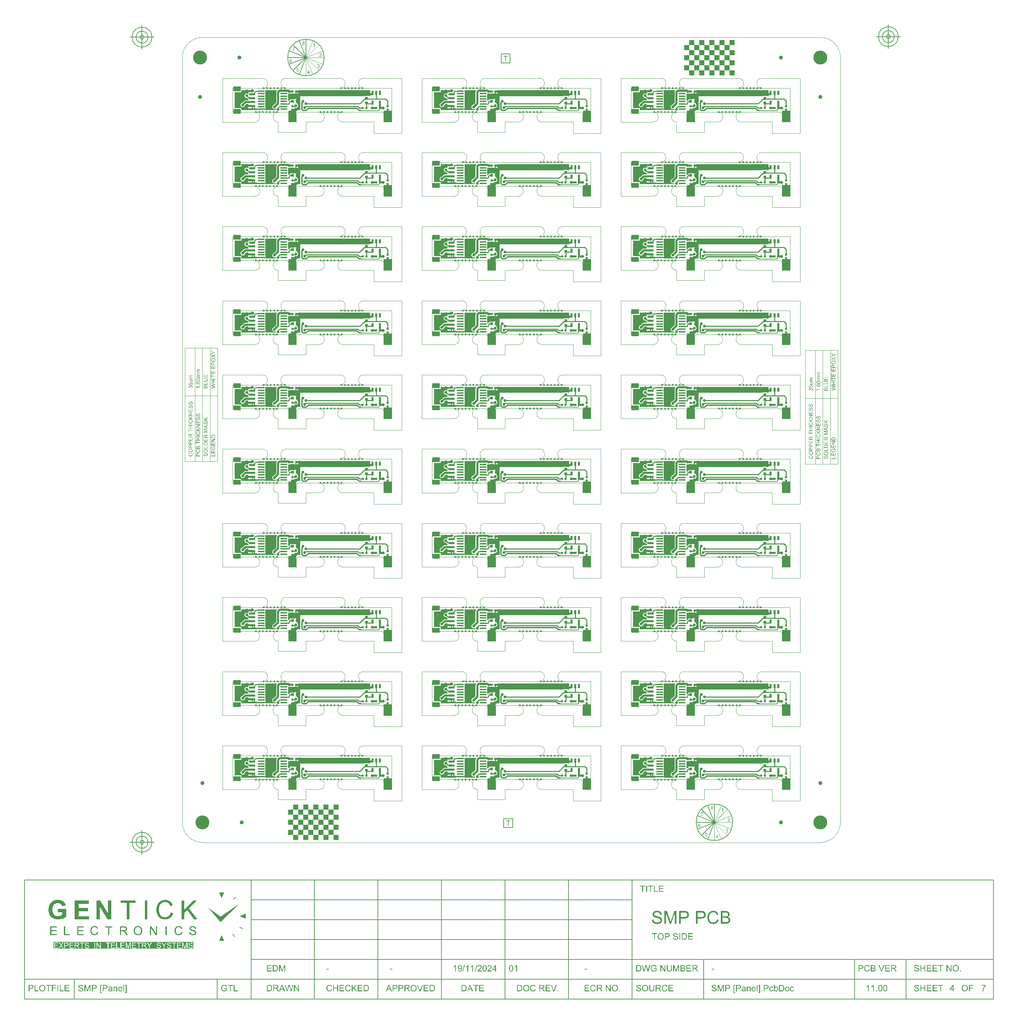
<source format=gtl>
G04*
G04 #@! TF.GenerationSoftware,Altium Limited,Altium Designer,25.0.2 (28)*
G04*
G04 Layer_Physical_Order=1*
G04 Layer_Color=65280*
%FSLAX24Y24*%
%MOIN*%
G70*
G04*
G04 #@! TF.SameCoordinates,BAA0B08D-9D87-43D8-96EE-EFDE37164EB2*
G04*
G04*
G04 #@! TF.FilePolarity,Positive*
G04*
G01*
G75*
%ADD10C,0.0079*%
%ADD11C,0.0080*%
%ADD12C,0.0394*%
%ADD13C,0.0039*%
%ADD14C,0.0040*%
%ADD15C,0.0050*%
%ADD16C,0.0060*%
%ADD17C,0.0010*%
%ADD18C,0.0070*%
%ADD19C,0.0020*%
%ADD20C,0.0030*%
%ADD21R,0.0244X0.0244*%
%ADD22R,0.0669X0.0138*%
%ADD23R,0.0750X0.0510*%
%ADD24R,0.0610X0.0236*%
%ADD25R,0.0295X0.0256*%
%ADD26R,0.0244X0.0244*%
%ADD27R,0.0256X0.0295*%
%ADD28R,0.0236X0.0433*%
%ADD29R,0.0787X0.0787*%
%ADD30C,0.0197*%
%ADD31C,0.0098*%
%ADD32C,0.0118*%
%ADD33C,0.1378*%
%ADD34C,0.0197*%
%ADD35C,0.0276*%
G36*
X54750Y79000D02*
X54250D01*
Y79500D01*
X54750D01*
Y79000D01*
D02*
G37*
G36*
X12018Y79353D02*
X12022Y79353D01*
X12027Y79352D01*
X12032Y79352D01*
X12037Y79350D01*
X12049Y79347D01*
X12062Y79343D01*
X12068Y79340D01*
X12074Y79336D01*
X12079Y79332D01*
X12085Y79327D01*
X12086Y79326D01*
X12086Y79326D01*
X12088Y79324D01*
X12090Y79322D01*
X12092Y79319D01*
X12094Y79316D01*
X12099Y79309D01*
X12104Y79299D01*
X12109Y79288D01*
X12112Y79275D01*
X12113Y79268D01*
X12114Y79261D01*
Y79261D01*
Y79260D01*
Y79257D01*
X12113Y79253D01*
X12112Y79247D01*
X12110Y79240D01*
X12108Y79233D01*
X12105Y79226D01*
X12100Y79219D01*
X12100Y79218D01*
X12098Y79215D01*
X12095Y79212D01*
X12091Y79208D01*
X12085Y79204D01*
X12078Y79199D01*
X12071Y79195D01*
X12062Y79191D01*
X12062D01*
X12063Y79190D01*
X12065Y79190D01*
X12067Y79188D01*
X12073Y79186D01*
X12080Y79182D01*
X12088Y79177D01*
X12096Y79172D01*
X12103Y79165D01*
X12110Y79156D01*
Y79156D01*
X12111Y79155D01*
X12113Y79152D01*
X12116Y79147D01*
X12119Y79141D01*
X12122Y79132D01*
X12125Y79123D01*
X12127Y79112D01*
X12128Y79100D01*
Y79100D01*
Y79098D01*
Y79096D01*
X12127Y79093D01*
X12127Y79089D01*
X12126Y79085D01*
X12125Y79080D01*
X12124Y79074D01*
X12120Y79062D01*
X12118Y79056D01*
X12114Y79050D01*
X12110Y79043D01*
X12106Y79037D01*
X12101Y79031D01*
X12096Y79025D01*
X12095Y79024D01*
X12094Y79023D01*
X12093Y79022D01*
X12090Y79020D01*
X12087Y79017D01*
X12083Y79015D01*
X12078Y79012D01*
X12073Y79009D01*
X12068Y79006D01*
X12061Y79004D01*
X12054Y79001D01*
X12047Y78999D01*
X12039Y78997D01*
X12030Y78996D01*
X12021Y78995D01*
X12012Y78994D01*
X12007D01*
X12003Y78995D01*
X11998Y78995D01*
X11993Y78996D01*
X11988Y78997D01*
X11982Y78998D01*
X11968Y79002D01*
X11961Y79004D01*
X11954Y79007D01*
X11947Y79010D01*
X11940Y79014D01*
X11933Y79019D01*
X11927Y79025D01*
X11927Y79025D01*
X11926Y79026D01*
X11924Y79028D01*
X11922Y79030D01*
X11920Y79033D01*
X11917Y79037D01*
X11914Y79041D01*
X11911Y79046D01*
X11908Y79051D01*
X11906Y79057D01*
X11901Y79070D01*
X11899Y79078D01*
X11897Y79085D01*
X11896Y79093D01*
X11896Y79101D01*
Y79102D01*
Y79103D01*
Y79105D01*
X11896Y79107D01*
Y79110D01*
X11897Y79114D01*
X11898Y79122D01*
X11900Y79131D01*
X11903Y79140D01*
X11907Y79150D01*
X11913Y79159D01*
Y79159D01*
X11914Y79160D01*
X11916Y79163D01*
X11920Y79167D01*
X11926Y79172D01*
X11933Y79177D01*
X11941Y79182D01*
X11951Y79187D01*
X11963Y79191D01*
X11962D01*
X11962Y79191D01*
X11960Y79192D01*
X11958Y79193D01*
X11954Y79195D01*
X11948Y79198D01*
X11941Y79202D01*
X11934Y79207D01*
X11928Y79212D01*
X11923Y79219D01*
X11922Y79220D01*
X11921Y79222D01*
X11919Y79226D01*
X11917Y79231D01*
X11914Y79237D01*
X11912Y79245D01*
X11910Y79254D01*
X11910Y79263D01*
Y79263D01*
Y79264D01*
Y79266D01*
X11910Y79269D01*
X11911Y79272D01*
X11911Y79277D01*
X11913Y79285D01*
X11917Y79295D01*
X11922Y79306D01*
X11925Y79312D01*
X11928Y79317D01*
X11933Y79322D01*
X11937Y79327D01*
X11938Y79328D01*
X11939Y79328D01*
X11940Y79330D01*
X11942Y79332D01*
X11945Y79334D01*
X11949Y79336D01*
X11953Y79338D01*
X11957Y79341D01*
X11962Y79343D01*
X11967Y79346D01*
X11974Y79348D01*
X11980Y79350D01*
X11994Y79353D01*
X12003Y79353D01*
X12011Y79354D01*
X12015D01*
X12018Y79353D01*
D02*
G37*
G36*
X13108Y78803D02*
X13065D01*
Y79079D01*
X13064Y79078D01*
X13062Y79076D01*
X13059Y79073D01*
X13054Y79070D01*
X13048Y79065D01*
X13041Y79060D01*
X13033Y79054D01*
X13024Y79049D01*
X13023D01*
X13023Y79048D01*
X13020Y79046D01*
X13014Y79044D01*
X13008Y79040D01*
X13001Y79037D01*
X12994Y79033D01*
X12986Y79030D01*
X12978Y79027D01*
Y79068D01*
X12979D01*
X12980Y79070D01*
X12982Y79070D01*
X12984Y79072D01*
X12988Y79073D01*
X12991Y79075D01*
X13000Y79080D01*
X13010Y79086D01*
X13020Y79093D01*
X13031Y79101D01*
X13041Y79110D01*
X13042Y79110D01*
X13042Y79111D01*
X13044Y79112D01*
X13046Y79114D01*
X13051Y79119D01*
X13057Y79125D01*
X13063Y79132D01*
X13069Y79140D01*
X13075Y79148D01*
X13080Y79157D01*
X13108D01*
Y78803D01*
D02*
G37*
G36*
X11139Y78723D02*
X11139Y78723D01*
X11138Y78722D01*
X11136Y78720D01*
X11134Y78717D01*
X11131Y78713D01*
X11127Y78709D01*
X11123Y78704D01*
X11118Y78698D01*
X11113Y78692D01*
X11108Y78684D01*
X11102Y78676D01*
X11097Y78668D01*
X11091Y78659D01*
X11084Y78649D01*
X11078Y78639D01*
X11072Y78628D01*
X11072Y78627D01*
X11071Y78625D01*
X11069Y78622D01*
X11067Y78618D01*
X11064Y78612D01*
X11061Y78606D01*
X11057Y78599D01*
X11054Y78591D01*
X11050Y78582D01*
X11045Y78572D01*
X11041Y78562D01*
X11037Y78552D01*
X11029Y78530D01*
X11021Y78506D01*
Y78506D01*
X11021Y78504D01*
X11020Y78502D01*
X11019Y78499D01*
X11018Y78495D01*
X11017Y78490D01*
X11016Y78484D01*
X11015Y78478D01*
X11013Y78471D01*
X11012Y78463D01*
X11009Y78447D01*
X11007Y78429D01*
X11005Y78410D01*
X10961D01*
Y78410D01*
Y78412D01*
Y78414D01*
X10961Y78417D01*
Y78421D01*
X10962Y78426D01*
X10962Y78431D01*
X10963Y78438D01*
X10964Y78445D01*
X10965Y78452D01*
X10966Y78461D01*
X10968Y78469D01*
X10969Y78478D01*
X10971Y78488D01*
X10977Y78509D01*
Y78510D01*
X10977Y78512D01*
X10978Y78515D01*
X10980Y78520D01*
X10981Y78525D01*
X10983Y78531D01*
X10985Y78538D01*
X10988Y78546D01*
X10991Y78554D01*
X10994Y78563D01*
X11002Y78582D01*
X11011Y78603D01*
X11021Y78623D01*
X11022Y78623D01*
X11023Y78625D01*
X11024Y78628D01*
X11026Y78632D01*
X11029Y78637D01*
X11033Y78642D01*
X11036Y78648D01*
X11040Y78655D01*
X11050Y78670D01*
X11060Y78685D01*
X11072Y78701D01*
X11084Y78716D01*
X10911D01*
Y78757D01*
X11139D01*
Y78723D01*
D02*
G37*
G36*
X53750Y79000D02*
X54250D01*
Y78500D01*
X54750D01*
Y78000D01*
X54250D01*
Y78500D01*
X53750D01*
Y79000D01*
X53250D01*
Y79500D01*
X53750D01*
Y79000D01*
D02*
G37*
G36*
X13701Y78172D02*
X13705Y78172D01*
X13710Y78171D01*
X13715Y78170D01*
X13721Y78169D01*
X13734Y78166D01*
X13748Y78161D01*
X13754Y78158D01*
X13761Y78154D01*
X13767Y78149D01*
X13772Y78144D01*
X13773Y78144D01*
X13774Y78143D01*
X13775Y78141D01*
X13777Y78139D01*
X13780Y78137D01*
X13782Y78133D01*
X13785Y78130D01*
X13788Y78125D01*
X13793Y78115D01*
X13798Y78103D01*
X13800Y78097D01*
X13801Y78090D01*
X13802Y78083D01*
X13803Y78075D01*
Y78074D01*
Y78072D01*
X13802Y78067D01*
X13802Y78062D01*
X13800Y78056D01*
X13798Y78049D01*
X13796Y78041D01*
X13793Y78033D01*
X13793Y78032D01*
X13792Y78030D01*
X13790Y78026D01*
X13787Y78020D01*
X13783Y78014D01*
X13778Y78006D01*
X13771Y77999D01*
X13764Y77990D01*
X13763Y77989D01*
X13761Y77986D01*
X13758Y77983D01*
X13756Y77981D01*
X13753Y77978D01*
X13749Y77974D01*
X13744Y77970D01*
X13739Y77965D01*
X13734Y77960D01*
X13728Y77954D01*
X13722Y77949D01*
X13714Y77942D01*
X13706Y77936D01*
X13698Y77928D01*
X13698Y77928D01*
X13697Y77927D01*
X13695Y77925D01*
X13692Y77923D01*
X13689Y77920D01*
X13685Y77917D01*
X13677Y77911D01*
X13669Y77903D01*
X13661Y77895D01*
X13653Y77889D01*
X13650Y77886D01*
X13648Y77884D01*
X13647Y77883D01*
X13646Y77882D01*
X13644Y77880D01*
X13641Y77877D01*
X13639Y77873D01*
X13636Y77869D01*
X13629Y77861D01*
X13803D01*
Y77819D01*
X13569D01*
Y77820D01*
Y77822D01*
Y77825D01*
X13570Y77829D01*
X13570Y77833D01*
X13571Y77838D01*
X13572Y77843D01*
X13575Y77849D01*
Y77850D01*
X13575Y77850D01*
X13576Y77853D01*
X13578Y77858D01*
X13581Y77864D01*
X13585Y77871D01*
X13590Y77879D01*
X13596Y77887D01*
X13603Y77896D01*
Y77896D01*
X13604Y77897D01*
X13607Y77900D01*
X13611Y77905D01*
X13618Y77911D01*
X13625Y77919D01*
X13635Y77928D01*
X13647Y77938D01*
X13659Y77949D01*
X13660Y77949D01*
X13662Y77951D01*
X13665Y77953D01*
X13669Y77956D01*
X13673Y77961D01*
X13679Y77965D01*
X13684Y77970D01*
X13691Y77976D01*
X13704Y77988D01*
X13717Y78000D01*
X13723Y78006D01*
X13728Y78012D01*
X13733Y78018D01*
X13737Y78024D01*
Y78024D01*
X13738Y78025D01*
X13739Y78026D01*
X13740Y78028D01*
X13744Y78034D01*
X13748Y78040D01*
X13752Y78049D01*
X13755Y78057D01*
X13757Y78067D01*
X13758Y78076D01*
Y78077D01*
Y78077D01*
X13758Y78080D01*
X13757Y78085D01*
X13756Y78091D01*
X13754Y78098D01*
X13750Y78105D01*
X13746Y78112D01*
X13739Y78119D01*
X13738Y78120D01*
X13736Y78122D01*
X13732Y78125D01*
X13727Y78129D01*
X13720Y78132D01*
X13711Y78135D01*
X13702Y78137D01*
X13691Y78137D01*
X13688D01*
X13686Y78137D01*
X13680Y78136D01*
X13673Y78135D01*
X13665Y78133D01*
X13656Y78129D01*
X13648Y78124D01*
X13641Y78118D01*
X13640Y78117D01*
X13638Y78115D01*
X13635Y78111D01*
X13632Y78105D01*
X13628Y78097D01*
X13625Y78088D01*
X13623Y78078D01*
X13622Y78066D01*
X13578Y78071D01*
Y78072D01*
X13578Y78073D01*
Y78076D01*
X13579Y78079D01*
X13580Y78083D01*
X13581Y78088D01*
X13582Y78093D01*
X13584Y78099D01*
X13588Y78111D01*
X13594Y78123D01*
X13597Y78130D01*
X13602Y78136D01*
X13607Y78141D01*
X13612Y78146D01*
X13612Y78147D01*
X13613Y78147D01*
X13615Y78149D01*
X13617Y78150D01*
X13620Y78152D01*
X13624Y78154D01*
X13628Y78157D01*
X13633Y78160D01*
X13639Y78162D01*
X13645Y78165D01*
X13651Y78167D01*
X13658Y78169D01*
X13666Y78170D01*
X13674Y78172D01*
X13683Y78172D01*
X13692Y78173D01*
X13697D01*
X13701Y78172D01*
D02*
G37*
G36*
X10750Y77582D02*
X10754D01*
X10758Y77581D01*
X10767Y77579D01*
X10778Y77577D01*
X10789Y77573D01*
X10800Y77566D01*
X10806Y77563D01*
X10811Y77559D01*
X10812Y77558D01*
X10812Y77558D01*
X10814Y77556D01*
X10815Y77555D01*
X10818Y77552D01*
X10820Y77549D01*
X10825Y77542D01*
X10831Y77533D01*
X10836Y77522D01*
X10841Y77509D01*
X10844Y77495D01*
X10800Y77491D01*
Y77492D01*
X10800Y77492D01*
X10799Y77495D01*
X10798Y77500D01*
X10796Y77505D01*
X10794Y77512D01*
X10791Y77518D01*
X10787Y77523D01*
X10784Y77528D01*
X10783Y77529D01*
X10781Y77531D01*
X10777Y77534D01*
X10772Y77537D01*
X10765Y77541D01*
X10758Y77544D01*
X10749Y77546D01*
X10740Y77547D01*
X10737D01*
X10733Y77546D01*
X10728Y77545D01*
X10722Y77544D01*
X10716Y77542D01*
X10710Y77539D01*
X10704Y77535D01*
X10703Y77534D01*
X10700Y77532D01*
X10697Y77529D01*
X10692Y77524D01*
X10687Y77518D01*
X10681Y77510D01*
X10676Y77501D01*
X10671Y77491D01*
Y77491D01*
X10671Y77490D01*
X10670Y77488D01*
X10669Y77486D01*
X10669Y77483D01*
X10668Y77479D01*
X10667Y77475D01*
X10666Y77470D01*
X10664Y77465D01*
X10663Y77459D01*
X10662Y77452D01*
X10661Y77445D01*
X10660Y77437D01*
X10660Y77429D01*
X10659Y77419D01*
Y77410D01*
X10660Y77411D01*
X10662Y77414D01*
X10666Y77418D01*
X10670Y77423D01*
X10675Y77429D01*
X10682Y77435D01*
X10689Y77440D01*
X10697Y77445D01*
X10698D01*
X10698Y77446D01*
X10701Y77447D01*
X10706Y77449D01*
X10712Y77451D01*
X10719Y77453D01*
X10727Y77455D01*
X10736Y77457D01*
X10745Y77457D01*
X10749D01*
X10752Y77457D01*
X10756Y77456D01*
X10760Y77456D01*
X10765Y77455D01*
X10770Y77453D01*
X10782Y77449D01*
X10788Y77447D01*
X10794Y77443D01*
X10800Y77440D01*
X10807Y77436D01*
X10813Y77431D01*
X10819Y77425D01*
X10819Y77424D01*
X10820Y77423D01*
X10822Y77422D01*
X10823Y77419D01*
X10826Y77416D01*
X10828Y77412D01*
X10831Y77408D01*
X10834Y77403D01*
X10837Y77397D01*
X10840Y77391D01*
X10842Y77384D01*
X10845Y77377D01*
X10846Y77369D01*
X10848Y77360D01*
X10849Y77352D01*
X10849Y77343D01*
Y77342D01*
Y77341D01*
Y77339D01*
Y77337D01*
X10849Y77334D01*
Y77331D01*
X10847Y77323D01*
X10846Y77313D01*
X10843Y77303D01*
X10840Y77292D01*
X10834Y77281D01*
Y77280D01*
X10834Y77280D01*
X10833Y77278D01*
X10832Y77276D01*
X10829Y77271D01*
X10824Y77265D01*
X10819Y77258D01*
X10812Y77250D01*
X10804Y77243D01*
X10795Y77237D01*
X10795D01*
X10794Y77237D01*
X10793Y77236D01*
X10791Y77235D01*
X10786Y77233D01*
X10779Y77230D01*
X10770Y77227D01*
X10761Y77225D01*
X10750Y77223D01*
X10738Y77222D01*
X10736D01*
X10733Y77223D01*
X10729D01*
X10725Y77223D01*
X10719Y77224D01*
X10713Y77226D01*
X10707Y77227D01*
X10700Y77230D01*
X10693Y77232D01*
X10686Y77235D01*
X10678Y77239D01*
X10671Y77244D01*
X10664Y77249D01*
X10657Y77255D01*
X10650Y77262D01*
X10650Y77263D01*
X10649Y77264D01*
X10647Y77266D01*
X10645Y77270D01*
X10642Y77274D01*
X10640Y77279D01*
X10637Y77286D01*
X10633Y77293D01*
X10630Y77302D01*
X10627Y77311D01*
X10624Y77322D01*
X10622Y77334D01*
X10619Y77347D01*
X10618Y77361D01*
X10617Y77377D01*
X10616Y77393D01*
Y77393D01*
Y77394D01*
Y77395D01*
Y77397D01*
X10617Y77403D01*
Y77410D01*
X10617Y77418D01*
X10618Y77428D01*
X10619Y77438D01*
X10621Y77450D01*
X10623Y77462D01*
X10625Y77474D01*
X10628Y77487D01*
X10632Y77499D01*
X10637Y77510D01*
X10642Y77522D01*
X10647Y77532D01*
X10654Y77542D01*
X10654Y77542D01*
X10655Y77543D01*
X10657Y77545D01*
X10660Y77548D01*
X10663Y77551D01*
X10667Y77554D01*
X10672Y77558D01*
X10677Y77562D01*
X10683Y77565D01*
X10690Y77570D01*
X10698Y77573D01*
X10705Y77576D01*
X10714Y77579D01*
X10723Y77581D01*
X10733Y77582D01*
X10743Y77582D01*
X10747D01*
X10750Y77582D01*
D02*
G37*
G36*
X32262Y77858D02*
X32095D01*
Y77413D01*
X32028D01*
Y77858D01*
X31862D01*
Y77917D01*
X32262D01*
Y77858D01*
D02*
G37*
G36*
X52750Y79000D02*
X53250D01*
Y78500D01*
X53750D01*
Y78000D01*
X54250D01*
Y77500D01*
X54750D01*
Y77000D01*
X54250D01*
Y77500D01*
X53750D01*
Y78000D01*
X53250D01*
Y78500D01*
X52750D01*
Y79000D01*
X52250D01*
Y79500D01*
X52750D01*
Y79000D01*
D02*
G37*
G36*
X13493Y77090D02*
X13499Y77089D01*
X13507Y77087D01*
X13517Y77085D01*
X13526Y77081D01*
X13535Y77077D01*
X13535D01*
X13536Y77077D01*
X13539Y77075D01*
X13544Y77072D01*
X13549Y77069D01*
X13555Y77064D01*
X13561Y77058D01*
X13567Y77051D01*
X13572Y77044D01*
X13573Y77043D01*
X13574Y77040D01*
X13576Y77036D01*
X13579Y77030D01*
X13581Y77023D01*
X13583Y77016D01*
X13585Y77007D01*
X13585Y76999D01*
Y76997D01*
Y76994D01*
X13585Y76990D01*
X13584Y76985D01*
X13582Y76978D01*
X13580Y76971D01*
X13577Y76964D01*
X13573Y76957D01*
X13572Y76956D01*
X13571Y76954D01*
X13568Y76950D01*
X13563Y76946D01*
X13558Y76941D01*
X13552Y76936D01*
X13545Y76932D01*
X13536Y76927D01*
X13537D01*
X13538Y76927D01*
X13540Y76926D01*
X13542Y76926D01*
X13547Y76924D01*
X13554Y76921D01*
X13562Y76917D01*
X13571Y76911D01*
X13578Y76905D01*
X13585Y76897D01*
X13586Y76896D01*
X13588Y76893D01*
X13591Y76888D01*
X13594Y76881D01*
X13597Y76873D01*
X13600Y76864D01*
X13602Y76852D01*
X13603Y76840D01*
Y76840D01*
Y76838D01*
Y76836D01*
X13602Y76833D01*
X13602Y76829D01*
X13601Y76824D01*
X13600Y76819D01*
X13599Y76813D01*
X13594Y76801D01*
X13591Y76794D01*
X13588Y76788D01*
X13584Y76782D01*
X13580Y76775D01*
X13575Y76768D01*
X13569Y76762D01*
X13568Y76762D01*
X13567Y76761D01*
X13565Y76759D01*
X13562Y76757D01*
X13559Y76755D01*
X13555Y76752D01*
X13551Y76749D01*
X13545Y76747D01*
X13540Y76743D01*
X13533Y76740D01*
X13526Y76738D01*
X13519Y76735D01*
X13510Y76733D01*
X13502Y76732D01*
X13493Y76731D01*
X13484Y76730D01*
X13479D01*
X13476Y76731D01*
X13472Y76731D01*
X13467Y76732D01*
X13462Y76733D01*
X13457Y76734D01*
X13444Y76737D01*
X13432Y76742D01*
X13425Y76745D01*
X13419Y76749D01*
X13413Y76753D01*
X13407Y76758D01*
X13406Y76758D01*
X13405Y76759D01*
X13404Y76761D01*
X13402Y76763D01*
X13400Y76765D01*
X13397Y76769D01*
X13394Y76773D01*
X13391Y76777D01*
X13388Y76782D01*
X13385Y76787D01*
X13379Y76799D01*
X13375Y76814D01*
X13373Y76821D01*
X13372Y76830D01*
X13415Y76835D01*
Y76835D01*
X13416Y76834D01*
X13416Y76832D01*
X13417Y76829D01*
X13417Y76826D01*
X13418Y76822D01*
X13421Y76815D01*
X13424Y76806D01*
X13429Y76797D01*
X13434Y76789D01*
X13440Y76782D01*
X13441Y76781D01*
X13443Y76779D01*
X13447Y76777D01*
X13452Y76774D01*
X13459Y76771D01*
X13466Y76768D01*
X13475Y76766D01*
X13484Y76766D01*
X13487D01*
X13489Y76766D01*
X13495Y76767D01*
X13502Y76768D01*
X13510Y76771D01*
X13519Y76775D01*
X13527Y76780D01*
X13535Y76787D01*
X13536Y76788D01*
X13539Y76791D01*
X13542Y76795D01*
X13546Y76802D01*
X13550Y76809D01*
X13553Y76818D01*
X13556Y76828D01*
X13557Y76839D01*
Y76840D01*
Y76841D01*
Y76842D01*
X13556Y76844D01*
X13556Y76850D01*
X13554Y76856D01*
X13552Y76865D01*
X13549Y76873D01*
X13544Y76881D01*
X13537Y76889D01*
X13536Y76890D01*
X13533Y76892D01*
X13529Y76895D01*
X13524Y76898D01*
X13517Y76902D01*
X13508Y76905D01*
X13498Y76907D01*
X13488Y76908D01*
X13483D01*
X13479Y76907D01*
X13475Y76907D01*
X13470Y76906D01*
X13464Y76905D01*
X13457Y76903D01*
X13462Y76941D01*
X13465D01*
X13467Y76941D01*
X13473D01*
X13479Y76942D01*
X13486Y76943D01*
X13493Y76945D01*
X13502Y76947D01*
X13510Y76951D01*
X13519Y76955D01*
X13519D01*
X13520Y76956D01*
X13522Y76958D01*
X13526Y76961D01*
X13530Y76966D01*
X13534Y76973D01*
X13537Y76980D01*
X13540Y76989D01*
X13541Y76994D01*
Y77000D01*
Y77000D01*
Y77001D01*
Y77004D01*
X13540Y77008D01*
X13539Y77013D01*
X13537Y77019D01*
X13534Y77026D01*
X13530Y77033D01*
X13525Y77039D01*
X13524Y77039D01*
X13522Y77041D01*
X13518Y77044D01*
X13514Y77047D01*
X13507Y77049D01*
X13500Y77052D01*
X13492Y77054D01*
X13483Y77055D01*
X13479D01*
X13474Y77053D01*
X13468Y77052D01*
X13462Y77050D01*
X13455Y77048D01*
X13448Y77044D01*
X13441Y77039D01*
X13441Y77038D01*
X13439Y77036D01*
X13436Y77032D01*
X13432Y77027D01*
X13429Y77020D01*
X13425Y77012D01*
X13422Y77003D01*
X13420Y76991D01*
X13377Y76999D01*
Y77000D01*
X13377Y77001D01*
X13378Y77003D01*
X13378Y77006D01*
X13379Y77010D01*
X13381Y77014D01*
X13384Y77023D01*
X13389Y77035D01*
X13395Y77046D01*
X13403Y77057D01*
X13412Y77066D01*
X13413Y77067D01*
X13414Y77067D01*
X13415Y77068D01*
X13417Y77070D01*
X13420Y77072D01*
X13423Y77074D01*
X13427Y77076D01*
X13432Y77078D01*
X13442Y77083D01*
X13453Y77087D01*
X13467Y77089D01*
X13474Y77090D01*
X13487D01*
X13493Y77090D01*
D02*
G37*
G36*
X11522Y76649D02*
X11381D01*
X11362Y76554D01*
X11363Y76554D01*
X11364Y76555D01*
X11365Y76556D01*
X11368Y76557D01*
X11371Y76559D01*
X11374Y76561D01*
X11382Y76565D01*
X11393Y76569D01*
X11404Y76573D01*
X11416Y76575D01*
X11422Y76576D01*
X11433D01*
X11436Y76576D01*
X11441Y76575D01*
X11445Y76575D01*
X11450Y76574D01*
X11456Y76572D01*
X11468Y76569D01*
X11475Y76566D01*
X11481Y76563D01*
X11488Y76559D01*
X11494Y76555D01*
X11501Y76550D01*
X11507Y76544D01*
X11507Y76544D01*
X11508Y76543D01*
X11510Y76541D01*
X11512Y76539D01*
X11514Y76535D01*
X11517Y76532D01*
X11520Y76527D01*
X11523Y76522D01*
X11526Y76516D01*
X11529Y76510D01*
X11531Y76503D01*
X11534Y76496D01*
X11536Y76488D01*
X11537Y76480D01*
X11538Y76471D01*
X11539Y76462D01*
Y76461D01*
Y76460D01*
Y76457D01*
X11538Y76454D01*
X11538Y76450D01*
X11537Y76445D01*
X11536Y76439D01*
X11535Y76434D01*
X11532Y76421D01*
X11527Y76407D01*
X11524Y76400D01*
X11520Y76393D01*
X11516Y76386D01*
X11511Y76379D01*
X11510Y76379D01*
X11509Y76377D01*
X11507Y76375D01*
X11505Y76373D01*
X11501Y76370D01*
X11497Y76366D01*
X11492Y76362D01*
X11486Y76358D01*
X11480Y76354D01*
X11473Y76350D01*
X11465Y76347D01*
X11457Y76343D01*
X11449Y76341D01*
X11439Y76339D01*
X11429Y76337D01*
X11418Y76337D01*
X11414D01*
X11410Y76337D01*
X11406Y76338D01*
X11401Y76338D01*
X11396Y76339D01*
X11390Y76340D01*
X11377Y76343D01*
X11365Y76348D01*
X11358Y76351D01*
X11351Y76354D01*
X11345Y76358D01*
X11339Y76363D01*
X11339Y76364D01*
X11338Y76364D01*
X11337Y76366D01*
X11335Y76368D01*
X11332Y76371D01*
X11330Y76374D01*
X11326Y76378D01*
X11324Y76382D01*
X11321Y76387D01*
X11318Y76393D01*
X11312Y76405D01*
X11308Y76419D01*
X11306Y76427D01*
X11305Y76435D01*
X11350Y76438D01*
Y76438D01*
Y76437D01*
X11351Y76435D01*
X11351Y76433D01*
X11353Y76427D01*
X11355Y76420D01*
X11358Y76412D01*
X11362Y76403D01*
X11367Y76396D01*
X11373Y76388D01*
X11374Y76388D01*
X11376Y76386D01*
X11380Y76383D01*
X11386Y76380D01*
X11392Y76377D01*
X11400Y76375D01*
X11408Y76373D01*
X11418Y76372D01*
X11421D01*
X11423Y76373D01*
X11429Y76373D01*
X11436Y76375D01*
X11445Y76378D01*
X11454Y76382D01*
X11463Y76388D01*
X11467Y76392D01*
X11471Y76396D01*
X11472Y76396D01*
X11472Y76397D01*
X11473Y76398D01*
X11475Y76400D01*
X11478Y76405D01*
X11482Y76412D01*
X11486Y76421D01*
X11489Y76432D01*
X11492Y76444D01*
X11493Y76451D01*
Y76458D01*
Y76459D01*
Y76460D01*
Y76462D01*
X11492Y76464D01*
Y76467D01*
X11492Y76471D01*
X11490Y76479D01*
X11488Y76489D01*
X11484Y76498D01*
X11479Y76508D01*
X11472Y76516D01*
Y76517D01*
X11471Y76517D01*
X11469Y76520D01*
X11464Y76523D01*
X11458Y76527D01*
X11450Y76531D01*
X11441Y76535D01*
X11430Y76537D01*
X11424Y76538D01*
X11414D01*
X11410Y76538D01*
X11405Y76537D01*
X11399Y76536D01*
X11393Y76534D01*
X11386Y76532D01*
X11379Y76528D01*
X11379Y76528D01*
X11377Y76527D01*
X11374Y76524D01*
X11370Y76522D01*
X11366Y76518D01*
X11362Y76514D01*
X11357Y76509D01*
X11353Y76504D01*
X11313Y76509D01*
X11347Y76690D01*
X11522D01*
Y76649D01*
D02*
G37*
G36*
X12584Y76270D02*
X12632D01*
Y76230D01*
X12584D01*
Y76146D01*
X12541D01*
Y76230D01*
X12388D01*
Y76270D01*
X12549Y76498D01*
X12584D01*
Y76270D01*
D02*
G37*
G36*
X51750Y79000D02*
X52250D01*
Y78500D01*
X52750D01*
Y78000D01*
X53250D01*
Y77500D01*
X53750D01*
Y77000D01*
X54250D01*
Y76500D01*
X54750D01*
Y76000D01*
X54250D01*
Y76500D01*
X53750D01*
Y77000D01*
X53250D01*
Y77500D01*
X52750D01*
Y78000D01*
X52250D01*
Y78500D01*
X51750D01*
Y79000D01*
X51250D01*
Y79500D01*
X51750D01*
Y79000D01*
D02*
G37*
G36*
X50750D02*
X51250D01*
Y78500D01*
X51750D01*
Y78000D01*
X52250D01*
Y77500D01*
X52750D01*
Y77000D01*
X53250D01*
Y76500D01*
X53750D01*
Y76000D01*
X53250D01*
Y76500D01*
X52750D01*
Y77000D01*
X52250D01*
Y77500D01*
X51750D01*
Y78000D01*
X51250D01*
Y78500D01*
X50750D01*
Y79000D01*
X50250D01*
Y79500D01*
X50750D01*
Y79000D01*
D02*
G37*
G36*
X50250Y78500D02*
X50750D01*
Y78000D01*
X51250D01*
Y77500D01*
X51750D01*
Y77000D01*
X52250D01*
Y76500D01*
X52750D01*
Y76000D01*
X52250D01*
Y76500D01*
X51750D01*
Y77000D01*
X51250D01*
Y77500D01*
X50750D01*
Y78000D01*
X50250D01*
Y78500D01*
X49750D01*
Y79000D01*
X50250D01*
Y78500D01*
D02*
G37*
G36*
Y77500D02*
X50750D01*
Y77000D01*
X51250D01*
Y76500D01*
X51750D01*
Y76000D01*
X51250D01*
Y76500D01*
X50750D01*
Y77000D01*
X50250D01*
Y77500D01*
X49750D01*
Y78000D01*
X50250D01*
Y77500D01*
D02*
G37*
G36*
Y76500D02*
X50750D01*
Y76000D01*
X50250D01*
Y76500D01*
X49750D01*
Y77000D01*
X50250D01*
Y76500D01*
D02*
G37*
G36*
X58117Y73927D02*
X57970D01*
Y73957D01*
X57557D01*
Y73927D01*
X51189D01*
Y72549D01*
X50913D01*
X50795Y72431D01*
Y72116D01*
X50008D01*
Y72470D01*
X50283D01*
Y72667D01*
X50624D01*
Y72750D01*
X50671Y72778D01*
X50674Y72778D01*
X50756Y72762D01*
X50840Y72778D01*
X50912Y72826D01*
X50960Y72898D01*
X50977Y72982D01*
X50960Y73067D01*
X50913Y73137D01*
X50914Y73144D01*
X50923Y73170D01*
X50795Y73297D01*
Y73643D01*
X50626D01*
Y73622D01*
X50175D01*
Y73544D01*
X50164D01*
X50114Y73534D01*
X50072Y73506D01*
X50019Y73453D01*
X49969Y73474D01*
Y73770D01*
Y74163D01*
X50019Y74192D01*
X50087Y74179D01*
X50171Y74196D01*
X50172Y74196D01*
X50220Y74199D01*
Y74199D01*
X50554D01*
Y74178D01*
X50726D01*
Y74400D01*
X50776D01*
Y74450D01*
X50998D01*
Y74518D01*
X58117D01*
Y73927D01*
D02*
G37*
G36*
X38368D02*
X38222D01*
Y73957D01*
X37809D01*
Y73927D01*
X31441D01*
Y72549D01*
X31165D01*
X31047Y72431D01*
Y72116D01*
X30260D01*
Y72470D01*
X30535D01*
Y72667D01*
X30876D01*
Y72750D01*
X30923Y72778D01*
X30926Y72778D01*
X31008Y72762D01*
X31092Y72778D01*
X31164Y72826D01*
X31212Y72898D01*
X31229Y72982D01*
X31212Y73067D01*
X31165Y73137D01*
X31166Y73144D01*
X31175Y73170D01*
X31047Y73297D01*
Y73643D01*
X30878D01*
Y73622D01*
X30427D01*
Y73544D01*
X30416D01*
X30366Y73534D01*
X30324Y73506D01*
X30270Y73453D01*
X30220Y73474D01*
Y73770D01*
Y74163D01*
X30270Y74192D01*
X30339Y74179D01*
X30423Y74196D01*
X30424Y74196D01*
X30472Y74199D01*
Y74199D01*
X30806D01*
Y74178D01*
X30978D01*
Y74400D01*
X31028D01*
Y74450D01*
X31250D01*
Y74518D01*
X38368D01*
Y73927D01*
D02*
G37*
G36*
X18620D02*
X18474D01*
Y73957D01*
X18061D01*
Y73927D01*
X11693D01*
Y72549D01*
X11417D01*
X11299Y72431D01*
Y72116D01*
X10512D01*
Y72470D01*
X10787D01*
Y72667D01*
X11128D01*
Y72750D01*
X11175Y72778D01*
X11178Y72778D01*
X11260Y72762D01*
X11344Y72778D01*
X11416Y72826D01*
X11464Y72898D01*
X11481Y72982D01*
X11464Y73067D01*
X11417Y73137D01*
X11418Y73144D01*
X11427Y73170D01*
X11299Y73297D01*
Y73643D01*
X11130D01*
Y73622D01*
X10679D01*
Y73544D01*
X10668D01*
X10618Y73534D01*
X10576Y73506D01*
X10522Y73453D01*
X10472Y73474D01*
Y73770D01*
Y74163D01*
X10522Y74192D01*
X10591Y74179D01*
X10675Y74196D01*
X10676Y74196D01*
X10724Y74199D01*
Y74199D01*
X11057D01*
Y74178D01*
X11230D01*
Y74400D01*
X11280D01*
Y74450D01*
X11502D01*
Y74518D01*
X18620D01*
Y73927D01*
D02*
G37*
G36*
X48886Y74472D02*
X48857Y74442D01*
X48817Y74383D01*
X48804Y74314D01*
Y73293D01*
X48587Y73076D01*
X48545Y73068D01*
X48474Y73020D01*
X48426Y72949D01*
X48409Y72864D01*
X48426Y72780D01*
X48474Y72708D01*
X48545Y72660D01*
X48630Y72643D01*
X48714Y72660D01*
X48724Y72667D01*
X48766Y72639D01*
X48763Y72628D01*
X48771Y72588D01*
X48740Y72549D01*
X47746D01*
Y72588D01*
X47311D01*
X46876D01*
Y72549D01*
X45353D01*
Y72765D01*
X44693D01*
Y74302D01*
X45353D01*
Y74518D01*
X46608D01*
X46628Y74472D01*
X46569Y74413D01*
X46541Y74371D01*
X46531Y74321D01*
X46041D01*
Y74175D01*
X45991Y74149D01*
X45958Y74171D01*
X45874Y74187D01*
X45790Y74171D01*
X45718Y74123D01*
X45670Y74051D01*
X45653Y73967D01*
X45670Y73882D01*
X45718Y73810D01*
X45790Y73763D01*
X45874Y73746D01*
X45904Y73752D01*
X45958Y73698D01*
X46000Y73670D01*
X46041Y73662D01*
Y73517D01*
X45756D01*
X45687Y73503D01*
X45628Y73464D01*
X45437Y73273D01*
X45396Y73265D01*
X45324Y73217D01*
X45276Y73146D01*
X45260Y73061D01*
X45276Y72977D01*
X45324Y72905D01*
X45396Y72857D01*
X45480Y72840D01*
X45565Y72857D01*
X45636Y72905D01*
X45684Y72977D01*
X45692Y73018D01*
X45831Y73156D01*
X46020D01*
Y72993D01*
X46425D01*
Y72943D01*
X46475D01*
Y72725D01*
X46830D01*
Y72725D01*
X46876Y72715D01*
Y72688D01*
X47311D01*
X47746D01*
Y72807D01*
X47724D01*
Y73258D01*
Y73514D01*
Y73770D01*
Y74026D01*
Y74518D01*
X48867D01*
X48886Y74472D01*
D02*
G37*
G36*
X29138D02*
X29108Y74442D01*
X29069Y74383D01*
X29056Y74314D01*
Y73293D01*
X28839Y73076D01*
X28797Y73068D01*
X28726Y73020D01*
X28678Y72949D01*
X28661Y72864D01*
X28678Y72780D01*
X28726Y72708D01*
X28797Y72660D01*
X28882Y72643D01*
X28966Y72660D01*
X28976Y72667D01*
X29018Y72639D01*
X29015Y72628D01*
X29023Y72588D01*
X28992Y72549D01*
X27998D01*
Y72588D01*
X27563D01*
X27128D01*
Y72549D01*
X25605D01*
Y72765D01*
X24945D01*
Y74302D01*
X25605D01*
Y74518D01*
X26860D01*
X26880Y74472D01*
X26821Y74413D01*
X26793Y74371D01*
X26783Y74321D01*
X26293D01*
Y74175D01*
X26243Y74149D01*
X26210Y74171D01*
X26126Y74187D01*
X26041Y74171D01*
X25970Y74123D01*
X25922Y74051D01*
X25905Y73967D01*
X25922Y73882D01*
X25970Y73810D01*
X26041Y73763D01*
X26126Y73746D01*
X26156Y73752D01*
X26210Y73698D01*
X26252Y73670D01*
X26293Y73662D01*
Y73517D01*
X26008D01*
X25939Y73503D01*
X25880Y73464D01*
X25689Y73273D01*
X25648Y73265D01*
X25576Y73217D01*
X25528Y73146D01*
X25512Y73061D01*
X25528Y72977D01*
X25576Y72905D01*
X25648Y72857D01*
X25732Y72840D01*
X25817Y72857D01*
X25888Y72905D01*
X25936Y72977D01*
X25944Y73018D01*
X26083Y73156D01*
X26272D01*
Y72993D01*
X26677D01*
Y72943D01*
X26727D01*
Y72725D01*
X27082D01*
Y72725D01*
X27128Y72715D01*
Y72688D01*
X27563D01*
X27998D01*
Y72807D01*
X27976D01*
Y73258D01*
Y73514D01*
Y73770D01*
Y74026D01*
Y74518D01*
X29119D01*
X29138Y74472D01*
D02*
G37*
G36*
X9390D02*
X9360Y74442D01*
X9321Y74383D01*
X9308Y74314D01*
Y73293D01*
X9091Y73076D01*
X9049Y73068D01*
X8978Y73020D01*
X8930Y72949D01*
X8913Y72864D01*
X8930Y72780D01*
X8978Y72708D01*
X9049Y72660D01*
X9134Y72643D01*
X9218Y72660D01*
X9228Y72667D01*
X9270Y72639D01*
X9267Y72628D01*
X9275Y72588D01*
X9244Y72549D01*
X8250D01*
Y72588D01*
X7815D01*
X7380D01*
Y72549D01*
X5857D01*
Y72765D01*
X5197D01*
Y74302D01*
X5857D01*
Y74518D01*
X7112D01*
X7132Y74472D01*
X7073Y74413D01*
X7045Y74371D01*
X7035Y74321D01*
X6545D01*
Y74175D01*
X6495Y74149D01*
X6462Y74171D01*
X6378Y74187D01*
X6293Y74171D01*
X6222Y74123D01*
X6174Y74051D01*
X6157Y73967D01*
X6174Y73882D01*
X6222Y73810D01*
X6293Y73763D01*
X6378Y73746D01*
X6408Y73752D01*
X6462Y73698D01*
X6504Y73670D01*
X6545Y73662D01*
Y73517D01*
X6260D01*
X6191Y73503D01*
X6132Y73464D01*
X5941Y73273D01*
X5900Y73265D01*
X5828Y73217D01*
X5780Y73146D01*
X5763Y73061D01*
X5780Y72977D01*
X5828Y72905D01*
X5900Y72857D01*
X5984Y72840D01*
X6069Y72857D01*
X6140Y72905D01*
X6188Y72977D01*
X6196Y73018D01*
X6335Y73156D01*
X6524D01*
Y72993D01*
X6929D01*
Y72943D01*
X6979D01*
Y72725D01*
X7334D01*
Y72725D01*
X7380Y72715D01*
Y72688D01*
X7815D01*
X8250D01*
Y72807D01*
X8228D01*
Y73258D01*
Y73514D01*
Y73770D01*
Y74026D01*
Y74518D01*
X9371D01*
X9390Y74472D01*
D02*
G37*
G36*
X60244Y72116D02*
X59457D01*
Y72470D01*
X60244D01*
Y72116D01*
D02*
G37*
G36*
X40496D02*
X39709D01*
Y72470D01*
X40496D01*
Y72116D01*
D02*
G37*
G36*
X20748D02*
X19961D01*
Y72470D01*
X20748D01*
Y72116D01*
D02*
G37*
G36*
X58117Y66581D02*
X57970D01*
Y66610D01*
X57557D01*
Y66581D01*
X51189D01*
Y65203D01*
X50913D01*
X50795Y65085D01*
Y64770D01*
X50008D01*
Y65124D01*
X50283D01*
Y65321D01*
X50624D01*
Y65404D01*
X50671Y65432D01*
X50674Y65431D01*
X50756Y65415D01*
X50840Y65432D01*
X50912Y65480D01*
X50960Y65551D01*
X50977Y65636D01*
X50960Y65720D01*
X50913Y65791D01*
X50914Y65797D01*
X50923Y65823D01*
X50795Y65951D01*
Y66297D01*
X50626D01*
Y66276D01*
X50175D01*
Y66198D01*
X50164D01*
X50114Y66188D01*
X50072Y66160D01*
X50019Y66107D01*
X49969Y66127D01*
Y66423D01*
Y66816D01*
X50019Y66846D01*
X50087Y66832D01*
X50171Y66849D01*
X50172Y66850D01*
X50220Y66852D01*
Y66852D01*
X50554D01*
Y66831D01*
X50726D01*
Y67053D01*
X50776D01*
Y67103D01*
X50998D01*
Y67171D01*
X58117D01*
Y66581D01*
D02*
G37*
G36*
X38368D02*
X38222D01*
Y66610D01*
X37809D01*
Y66581D01*
X31441D01*
Y65203D01*
X31165D01*
X31047Y65085D01*
Y64770D01*
X30260D01*
Y65124D01*
X30535D01*
Y65321D01*
X30876D01*
Y65404D01*
X30923Y65432D01*
X30926Y65431D01*
X31008Y65415D01*
X31092Y65432D01*
X31164Y65480D01*
X31212Y65551D01*
X31229Y65636D01*
X31212Y65720D01*
X31165Y65791D01*
X31166Y65797D01*
X31175Y65823D01*
X31047Y65951D01*
Y66297D01*
X30878D01*
Y66276D01*
X30427D01*
Y66198D01*
X30416D01*
X30366Y66188D01*
X30324Y66160D01*
X30270Y66107D01*
X30220Y66127D01*
Y66423D01*
Y66816D01*
X30270Y66846D01*
X30339Y66832D01*
X30423Y66849D01*
X30424Y66850D01*
X30472Y66852D01*
Y66852D01*
X30806D01*
Y66831D01*
X30978D01*
Y67053D01*
X31028D01*
Y67103D01*
X31250D01*
Y67171D01*
X38368D01*
Y66581D01*
D02*
G37*
G36*
X18620D02*
X18474D01*
Y66610D01*
X18061D01*
Y66581D01*
X11693D01*
Y65203D01*
X11417D01*
X11299Y65085D01*
Y64770D01*
X10512D01*
Y65124D01*
X10787D01*
Y65321D01*
X11128D01*
Y65404D01*
X11175Y65432D01*
X11178Y65431D01*
X11260Y65415D01*
X11344Y65432D01*
X11416Y65480D01*
X11464Y65551D01*
X11481Y65636D01*
X11464Y65720D01*
X11417Y65791D01*
X11418Y65797D01*
X11427Y65823D01*
X11299Y65951D01*
Y66297D01*
X11130D01*
Y66276D01*
X10679D01*
Y66198D01*
X10668D01*
X10618Y66188D01*
X10576Y66160D01*
X10522Y66107D01*
X10472Y66127D01*
Y66423D01*
Y66816D01*
X10522Y66846D01*
X10591Y66832D01*
X10675Y66849D01*
X10676Y66850D01*
X10724Y66852D01*
Y66852D01*
X11057D01*
Y66831D01*
X11230D01*
Y67053D01*
X11280D01*
Y67103D01*
X11502D01*
Y67171D01*
X18620D01*
Y66581D01*
D02*
G37*
G36*
X48886Y67125D02*
X48857Y67095D01*
X48817Y67036D01*
X48804Y66967D01*
Y65947D01*
X48587Y65730D01*
X48545Y65722D01*
X48474Y65674D01*
X48426Y65602D01*
X48409Y65518D01*
X48426Y65433D01*
X48474Y65362D01*
X48545Y65314D01*
X48630Y65297D01*
X48714Y65314D01*
X48724Y65320D01*
X48766Y65292D01*
X48763Y65282D01*
X48771Y65241D01*
X48740Y65203D01*
X47746D01*
Y65241D01*
X47311D01*
X46876D01*
Y65203D01*
X45353D01*
Y65418D01*
X44693D01*
Y66956D01*
X45353D01*
Y67171D01*
X46608D01*
X46628Y67125D01*
X46569Y67067D01*
X46541Y67024D01*
X46531Y66974D01*
X46041D01*
Y66829D01*
X45991Y66802D01*
X45958Y66824D01*
X45874Y66841D01*
X45790Y66824D01*
X45718Y66776D01*
X45670Y66705D01*
X45653Y66620D01*
X45670Y66536D01*
X45718Y66464D01*
X45790Y66416D01*
X45874Y66399D01*
X45904Y66405D01*
X45958Y66352D01*
X46000Y66323D01*
X46041Y66315D01*
Y66171D01*
X45756D01*
X45687Y66157D01*
X45628Y66118D01*
X45437Y65927D01*
X45396Y65919D01*
X45324Y65871D01*
X45276Y65799D01*
X45260Y65715D01*
X45276Y65630D01*
X45324Y65558D01*
X45396Y65511D01*
X45480Y65494D01*
X45565Y65511D01*
X45636Y65558D01*
X45684Y65630D01*
X45692Y65671D01*
X45831Y65810D01*
X46020D01*
Y65646D01*
X46425D01*
Y65596D01*
X46475D01*
Y65378D01*
X46830D01*
Y65378D01*
X46876Y65369D01*
Y65341D01*
X47311D01*
X47746D01*
Y65460D01*
X47724D01*
Y65911D01*
Y66167D01*
Y66423D01*
Y66679D01*
Y67171D01*
X48867D01*
X48886Y67125D01*
D02*
G37*
G36*
X29138D02*
X29108Y67095D01*
X29069Y67036D01*
X29056Y66967D01*
Y65947D01*
X28839Y65730D01*
X28797Y65722D01*
X28726Y65674D01*
X28678Y65602D01*
X28661Y65518D01*
X28678Y65433D01*
X28726Y65362D01*
X28797Y65314D01*
X28882Y65297D01*
X28966Y65314D01*
X28976Y65320D01*
X29018Y65292D01*
X29015Y65282D01*
X29023Y65241D01*
X28992Y65203D01*
X27998D01*
Y65241D01*
X27563D01*
X27128D01*
Y65203D01*
X25605D01*
Y65418D01*
X24945D01*
Y66956D01*
X25605D01*
Y67171D01*
X26860D01*
X26880Y67125D01*
X26821Y67067D01*
X26793Y67024D01*
X26783Y66974D01*
X26293D01*
Y66829D01*
X26243Y66802D01*
X26210Y66824D01*
X26126Y66841D01*
X26041Y66824D01*
X25970Y66776D01*
X25922Y66705D01*
X25905Y66620D01*
X25922Y66536D01*
X25970Y66464D01*
X26041Y66416D01*
X26126Y66399D01*
X26156Y66405D01*
X26210Y66352D01*
X26252Y66323D01*
X26293Y66315D01*
Y66171D01*
X26008D01*
X25939Y66157D01*
X25880Y66118D01*
X25689Y65927D01*
X25648Y65919D01*
X25576Y65871D01*
X25528Y65799D01*
X25512Y65715D01*
X25528Y65630D01*
X25576Y65558D01*
X25648Y65511D01*
X25732Y65494D01*
X25817Y65511D01*
X25888Y65558D01*
X25936Y65630D01*
X25944Y65671D01*
X26083Y65810D01*
X26272D01*
Y65646D01*
X26677D01*
Y65596D01*
X26727D01*
Y65378D01*
X27082D01*
Y65378D01*
X27128Y65369D01*
Y65341D01*
X27563D01*
X27998D01*
Y65460D01*
X27976D01*
Y65911D01*
Y66167D01*
Y66423D01*
Y66679D01*
Y67171D01*
X29119D01*
X29138Y67125D01*
D02*
G37*
G36*
X9390D02*
X9360Y67095D01*
X9321Y67036D01*
X9308Y66967D01*
Y65947D01*
X9091Y65730D01*
X9049Y65722D01*
X8978Y65674D01*
X8930Y65602D01*
X8913Y65518D01*
X8930Y65433D01*
X8978Y65362D01*
X9049Y65314D01*
X9134Y65297D01*
X9218Y65314D01*
X9228Y65320D01*
X9270Y65292D01*
X9267Y65282D01*
X9275Y65241D01*
X9244Y65203D01*
X8250D01*
Y65241D01*
X7815D01*
X7380D01*
Y65203D01*
X5857D01*
Y65418D01*
X5197D01*
Y66956D01*
X5857D01*
Y67171D01*
X7112D01*
X7132Y67125D01*
X7073Y67067D01*
X7045Y67024D01*
X7035Y66974D01*
X6545D01*
Y66829D01*
X6495Y66802D01*
X6462Y66824D01*
X6378Y66841D01*
X6293Y66824D01*
X6222Y66776D01*
X6174Y66705D01*
X6157Y66620D01*
X6174Y66536D01*
X6222Y66464D01*
X6293Y66416D01*
X6378Y66399D01*
X6408Y66405D01*
X6462Y66352D01*
X6504Y66323D01*
X6545Y66315D01*
Y66171D01*
X6260D01*
X6191Y66157D01*
X6132Y66118D01*
X5941Y65927D01*
X5900Y65919D01*
X5828Y65871D01*
X5780Y65799D01*
X5763Y65715D01*
X5780Y65630D01*
X5828Y65558D01*
X5900Y65511D01*
X5984Y65494D01*
X6069Y65511D01*
X6140Y65558D01*
X6188Y65630D01*
X6196Y65671D01*
X6335Y65810D01*
X6524D01*
Y65646D01*
X6929D01*
Y65596D01*
X6979D01*
Y65378D01*
X7334D01*
Y65378D01*
X7380Y65369D01*
Y65341D01*
X7815D01*
X8250D01*
Y65460D01*
X8228D01*
Y65911D01*
Y66167D01*
Y66423D01*
Y66679D01*
Y67171D01*
X9371D01*
X9390Y67125D01*
D02*
G37*
G36*
X60244Y64770D02*
X59457D01*
Y65124D01*
X60244D01*
Y64770D01*
D02*
G37*
G36*
X40496D02*
X39709D01*
Y65124D01*
X40496D01*
Y64770D01*
D02*
G37*
G36*
X20748D02*
X19961D01*
Y65124D01*
X20748D01*
Y64770D01*
D02*
G37*
G36*
X58117Y59234D02*
X57970D01*
Y59264D01*
X57557D01*
Y59234D01*
X51189D01*
Y57856D01*
X50913D01*
X50795Y57738D01*
Y57423D01*
X50008D01*
Y57778D01*
X50283D01*
Y57974D01*
X50624D01*
Y58057D01*
X50671Y58085D01*
X50674Y58085D01*
X50756Y58069D01*
X50840Y58085D01*
X50912Y58133D01*
X50960Y58205D01*
X50977Y58289D01*
X50960Y58374D01*
X50913Y58444D01*
X50914Y58451D01*
X50923Y58477D01*
X50795Y58604D01*
Y58950D01*
X50626D01*
Y58929D01*
X50175D01*
Y58851D01*
X50164D01*
X50114Y58842D01*
X50072Y58813D01*
X50019Y58760D01*
X49969Y58781D01*
Y59077D01*
Y59470D01*
X50019Y59499D01*
X50087Y59486D01*
X50171Y59503D01*
X50172Y59503D01*
X50220Y59506D01*
Y59506D01*
X50554D01*
Y59485D01*
X50726D01*
Y59707D01*
X50776D01*
Y59757D01*
X50998D01*
Y59825D01*
X58117D01*
Y59234D01*
D02*
G37*
G36*
X38368D02*
X38222D01*
Y59264D01*
X37809D01*
Y59234D01*
X31441D01*
Y57856D01*
X31165D01*
X31047Y57738D01*
Y57423D01*
X30260D01*
Y57778D01*
X30535D01*
Y57974D01*
X30876D01*
Y58057D01*
X30923Y58085D01*
X30926Y58085D01*
X31008Y58069D01*
X31092Y58085D01*
X31164Y58133D01*
X31212Y58205D01*
X31229Y58289D01*
X31212Y58374D01*
X31165Y58444D01*
X31166Y58451D01*
X31175Y58477D01*
X31047Y58604D01*
Y58950D01*
X30878D01*
Y58929D01*
X30427D01*
Y58851D01*
X30416D01*
X30366Y58842D01*
X30324Y58813D01*
X30270Y58760D01*
X30220Y58781D01*
Y59077D01*
Y59470D01*
X30270Y59499D01*
X30339Y59486D01*
X30423Y59503D01*
X30424Y59503D01*
X30472Y59506D01*
Y59506D01*
X30806D01*
Y59485D01*
X30978D01*
Y59707D01*
X31028D01*
Y59757D01*
X31250D01*
Y59825D01*
X38368D01*
Y59234D01*
D02*
G37*
G36*
X18620D02*
X18474D01*
Y59264D01*
X18061D01*
Y59234D01*
X11693D01*
Y57856D01*
X11417D01*
X11299Y57738D01*
Y57423D01*
X10512D01*
Y57778D01*
X10787D01*
Y57974D01*
X11128D01*
Y58057D01*
X11175Y58085D01*
X11178Y58085D01*
X11260Y58069D01*
X11344Y58085D01*
X11416Y58133D01*
X11464Y58205D01*
X11481Y58289D01*
X11464Y58374D01*
X11417Y58444D01*
X11418Y58451D01*
X11427Y58477D01*
X11299Y58604D01*
Y58950D01*
X11130D01*
Y58929D01*
X10679D01*
Y58851D01*
X10668D01*
X10618Y58842D01*
X10576Y58813D01*
X10522Y58760D01*
X10472Y58781D01*
Y59077D01*
Y59470D01*
X10522Y59499D01*
X10591Y59486D01*
X10675Y59503D01*
X10676Y59503D01*
X10724Y59506D01*
Y59506D01*
X11057D01*
Y59485D01*
X11230D01*
Y59707D01*
X11280D01*
Y59757D01*
X11502D01*
Y59825D01*
X18620D01*
Y59234D01*
D02*
G37*
G36*
X48886Y59779D02*
X48857Y59749D01*
X48817Y59690D01*
X48804Y59621D01*
Y58600D01*
X48587Y58383D01*
X48545Y58375D01*
X48474Y58327D01*
X48426Y58256D01*
X48409Y58171D01*
X48426Y58087D01*
X48474Y58015D01*
X48545Y57967D01*
X48630Y57950D01*
X48714Y57967D01*
X48724Y57974D01*
X48766Y57946D01*
X48763Y57935D01*
X48771Y57895D01*
X48740Y57856D01*
X47746D01*
Y57895D01*
X47311D01*
X46876D01*
Y57856D01*
X45353D01*
Y58072D01*
X44693D01*
Y59609D01*
X45353D01*
Y59825D01*
X46608D01*
X46628Y59779D01*
X46569Y59720D01*
X46541Y59678D01*
X46531Y59628D01*
X46041D01*
Y59482D01*
X45991Y59456D01*
X45958Y59478D01*
X45874Y59494D01*
X45790Y59478D01*
X45718Y59430D01*
X45670Y59358D01*
X45653Y59274D01*
X45670Y59189D01*
X45718Y59118D01*
X45790Y59070D01*
X45874Y59053D01*
X45904Y59059D01*
X45958Y59005D01*
X46000Y58977D01*
X46041Y58969D01*
Y58824D01*
X45756D01*
X45687Y58811D01*
X45628Y58771D01*
X45437Y58580D01*
X45396Y58572D01*
X45324Y58524D01*
X45276Y58453D01*
X45260Y58368D01*
X45276Y58284D01*
X45324Y58212D01*
X45396Y58164D01*
X45480Y58147D01*
X45565Y58164D01*
X45636Y58212D01*
X45684Y58284D01*
X45692Y58325D01*
X45831Y58463D01*
X46020D01*
Y58300D01*
X46425D01*
Y58250D01*
X46475D01*
Y58032D01*
X46830D01*
Y58032D01*
X46876Y58022D01*
Y57995D01*
X47311D01*
X47746D01*
Y58114D01*
X47724D01*
Y58565D01*
Y58821D01*
Y59077D01*
Y59333D01*
Y59825D01*
X48867D01*
X48886Y59779D01*
D02*
G37*
G36*
X29138D02*
X29108Y59749D01*
X29069Y59690D01*
X29056Y59621D01*
Y58600D01*
X28839Y58383D01*
X28797Y58375D01*
X28726Y58327D01*
X28678Y58256D01*
X28661Y58171D01*
X28678Y58087D01*
X28726Y58015D01*
X28797Y57967D01*
X28882Y57950D01*
X28966Y57967D01*
X28976Y57974D01*
X29018Y57946D01*
X29015Y57935D01*
X29023Y57895D01*
X28992Y57856D01*
X27998D01*
Y57895D01*
X27563D01*
X27128D01*
Y57856D01*
X25605D01*
Y58072D01*
X24945D01*
Y59609D01*
X25605D01*
Y59825D01*
X26860D01*
X26880Y59779D01*
X26821Y59720D01*
X26793Y59678D01*
X26783Y59628D01*
X26293D01*
Y59482D01*
X26243Y59456D01*
X26210Y59478D01*
X26126Y59494D01*
X26041Y59478D01*
X25970Y59430D01*
X25922Y59358D01*
X25905Y59274D01*
X25922Y59189D01*
X25970Y59118D01*
X26041Y59070D01*
X26126Y59053D01*
X26156Y59059D01*
X26210Y59005D01*
X26252Y58977D01*
X26293Y58969D01*
Y58824D01*
X26008D01*
X25939Y58811D01*
X25880Y58771D01*
X25689Y58580D01*
X25648Y58572D01*
X25576Y58524D01*
X25528Y58453D01*
X25512Y58368D01*
X25528Y58284D01*
X25576Y58212D01*
X25648Y58164D01*
X25732Y58147D01*
X25817Y58164D01*
X25888Y58212D01*
X25936Y58284D01*
X25944Y58325D01*
X26083Y58463D01*
X26272D01*
Y58300D01*
X26677D01*
Y58250D01*
X26727D01*
Y58032D01*
X27082D01*
Y58032D01*
X27128Y58022D01*
Y57995D01*
X27563D01*
X27998D01*
Y58114D01*
X27976D01*
Y58565D01*
Y58821D01*
Y59077D01*
Y59333D01*
Y59825D01*
X29119D01*
X29138Y59779D01*
D02*
G37*
G36*
X9390D02*
X9360Y59749D01*
X9321Y59690D01*
X9308Y59621D01*
Y58600D01*
X9091Y58383D01*
X9049Y58375D01*
X8978Y58327D01*
X8930Y58256D01*
X8913Y58171D01*
X8930Y58087D01*
X8978Y58015D01*
X9049Y57967D01*
X9134Y57950D01*
X9218Y57967D01*
X9228Y57974D01*
X9270Y57946D01*
X9267Y57935D01*
X9275Y57895D01*
X9244Y57856D01*
X8250D01*
Y57895D01*
X7815D01*
X7380D01*
Y57856D01*
X5857D01*
Y58072D01*
X5197D01*
Y59609D01*
X5857D01*
Y59825D01*
X7112D01*
X7132Y59779D01*
X7073Y59720D01*
X7045Y59678D01*
X7035Y59628D01*
X6545D01*
Y59482D01*
X6495Y59456D01*
X6462Y59478D01*
X6378Y59494D01*
X6293Y59478D01*
X6222Y59430D01*
X6174Y59358D01*
X6157Y59274D01*
X6174Y59189D01*
X6222Y59118D01*
X6293Y59070D01*
X6378Y59053D01*
X6408Y59059D01*
X6462Y59005D01*
X6504Y58977D01*
X6545Y58969D01*
Y58824D01*
X6260D01*
X6191Y58811D01*
X6132Y58771D01*
X5941Y58580D01*
X5900Y58572D01*
X5828Y58524D01*
X5780Y58453D01*
X5763Y58368D01*
X5780Y58284D01*
X5828Y58212D01*
X5900Y58164D01*
X5984Y58147D01*
X6069Y58164D01*
X6140Y58212D01*
X6188Y58284D01*
X6196Y58325D01*
X6335Y58463D01*
X6524D01*
Y58300D01*
X6929D01*
Y58250D01*
X6979D01*
Y58032D01*
X7334D01*
Y58032D01*
X7380Y58022D01*
Y57995D01*
X7815D01*
X8250D01*
Y58114D01*
X8228D01*
Y58565D01*
Y58821D01*
Y59077D01*
Y59333D01*
Y59825D01*
X9371D01*
X9390Y59779D01*
D02*
G37*
G36*
X60244Y57423D02*
X59457D01*
Y57778D01*
X60244D01*
Y57423D01*
D02*
G37*
G36*
X40496D02*
X39709D01*
Y57778D01*
X40496D01*
Y57423D01*
D02*
G37*
G36*
X20748D02*
X19961D01*
Y57778D01*
X20748D01*
Y57423D01*
D02*
G37*
G36*
X58117Y51888D02*
X57970D01*
Y51917D01*
X57557D01*
Y51888D01*
X51189D01*
Y50510D01*
X50913D01*
X50795Y50392D01*
Y50077D01*
X50008D01*
Y50431D01*
X50283D01*
Y50628D01*
X50624D01*
Y50711D01*
X50671Y50739D01*
X50674Y50739D01*
X50756Y50722D01*
X50840Y50739D01*
X50912Y50787D01*
X50960Y50858D01*
X50977Y50943D01*
X50960Y51027D01*
X50913Y51098D01*
X50914Y51104D01*
X50923Y51130D01*
X50795Y51258D01*
Y51604D01*
X50626D01*
Y51583D01*
X50175D01*
Y51505D01*
X50164D01*
X50114Y51495D01*
X50072Y51467D01*
X50019Y51414D01*
X49969Y51434D01*
Y51730D01*
Y52123D01*
X50019Y52153D01*
X50087Y52139D01*
X50171Y52156D01*
X50172Y52157D01*
X50220Y52159D01*
Y52159D01*
X50554D01*
Y52138D01*
X50726D01*
Y52360D01*
X50776D01*
Y52410D01*
X50998D01*
Y52478D01*
X58117D01*
Y51888D01*
D02*
G37*
G36*
X38368D02*
X38222D01*
Y51917D01*
X37809D01*
Y51888D01*
X31441D01*
Y50510D01*
X31165D01*
X31047Y50392D01*
Y50077D01*
X30260D01*
Y50431D01*
X30535D01*
Y50628D01*
X30876D01*
Y50711D01*
X30923Y50739D01*
X30926Y50739D01*
X31008Y50722D01*
X31092Y50739D01*
X31164Y50787D01*
X31212Y50858D01*
X31229Y50943D01*
X31212Y51027D01*
X31165Y51098D01*
X31166Y51104D01*
X31175Y51130D01*
X31047Y51258D01*
Y51604D01*
X30878D01*
Y51583D01*
X30427D01*
Y51505D01*
X30416D01*
X30366Y51495D01*
X30324Y51467D01*
X30270Y51414D01*
X30220Y51434D01*
Y51730D01*
Y52123D01*
X30270Y52153D01*
X30339Y52139D01*
X30423Y52156D01*
X30424Y52157D01*
X30472Y52159D01*
Y52159D01*
X30806D01*
Y52138D01*
X30978D01*
Y52360D01*
X31028D01*
Y52410D01*
X31250D01*
Y52478D01*
X38368D01*
Y51888D01*
D02*
G37*
G36*
X18620D02*
X18474D01*
Y51917D01*
X18061D01*
Y51888D01*
X11693D01*
Y50510D01*
X11417D01*
X11299Y50392D01*
Y50077D01*
X10512D01*
Y50431D01*
X10787D01*
Y50628D01*
X11128D01*
Y50711D01*
X11175Y50739D01*
X11178Y50739D01*
X11260Y50722D01*
X11344Y50739D01*
X11416Y50787D01*
X11464Y50858D01*
X11481Y50943D01*
X11464Y51027D01*
X11417Y51098D01*
X11418Y51104D01*
X11427Y51130D01*
X11299Y51258D01*
Y51604D01*
X11130D01*
Y51583D01*
X10679D01*
Y51505D01*
X10668D01*
X10618Y51495D01*
X10576Y51467D01*
X10522Y51414D01*
X10472Y51434D01*
Y51730D01*
Y52123D01*
X10522Y52153D01*
X10591Y52139D01*
X10675Y52156D01*
X10676Y52157D01*
X10724Y52159D01*
Y52159D01*
X11057D01*
Y52138D01*
X11230D01*
Y52360D01*
X11280D01*
Y52410D01*
X11502D01*
Y52478D01*
X18620D01*
Y51888D01*
D02*
G37*
G36*
X48886Y52432D02*
X48857Y52402D01*
X48817Y52344D01*
X48804Y52274D01*
Y51254D01*
X48587Y51037D01*
X48545Y51029D01*
X48474Y50981D01*
X48426Y50909D01*
X48409Y50825D01*
X48426Y50740D01*
X48474Y50669D01*
X48545Y50621D01*
X48630Y50604D01*
X48714Y50621D01*
X48724Y50627D01*
X48766Y50600D01*
X48763Y50589D01*
X48771Y50549D01*
X48740Y50510D01*
X47746D01*
Y50548D01*
X47311D01*
X46876D01*
Y50510D01*
X45353D01*
Y50725D01*
X44693D01*
Y52263D01*
X45353D01*
Y52478D01*
X46608D01*
X46628Y52432D01*
X46569Y52374D01*
X46541Y52331D01*
X46531Y52281D01*
X46041D01*
Y52136D01*
X45991Y52109D01*
X45958Y52131D01*
X45874Y52148D01*
X45790Y52131D01*
X45718Y52083D01*
X45670Y52012D01*
X45653Y51927D01*
X45670Y51843D01*
X45718Y51771D01*
X45790Y51723D01*
X45874Y51706D01*
X45904Y51712D01*
X45958Y51659D01*
X46000Y51631D01*
X46041Y51622D01*
Y51478D01*
X45756D01*
X45687Y51464D01*
X45628Y51425D01*
X45437Y51234D01*
X45396Y51226D01*
X45324Y51178D01*
X45276Y51106D01*
X45260Y51022D01*
X45276Y50937D01*
X45324Y50866D01*
X45396Y50818D01*
X45480Y50801D01*
X45565Y50818D01*
X45636Y50866D01*
X45684Y50937D01*
X45692Y50978D01*
X45831Y51117D01*
X46020D01*
Y50954D01*
X46425D01*
Y50904D01*
X46475D01*
Y50685D01*
X46830D01*
Y50685D01*
X46876Y50676D01*
Y50648D01*
X47311D01*
X47746D01*
Y50767D01*
X47724D01*
Y51219D01*
Y51474D01*
Y51730D01*
Y51986D01*
Y52478D01*
X48867D01*
X48886Y52432D01*
D02*
G37*
G36*
X29138D02*
X29108Y52402D01*
X29069Y52344D01*
X29056Y52274D01*
Y51254D01*
X28839Y51037D01*
X28797Y51029D01*
X28726Y50981D01*
X28678Y50909D01*
X28661Y50825D01*
X28678Y50740D01*
X28726Y50669D01*
X28797Y50621D01*
X28882Y50604D01*
X28966Y50621D01*
X28976Y50627D01*
X29018Y50600D01*
X29015Y50589D01*
X29023Y50549D01*
X28992Y50510D01*
X27998D01*
Y50548D01*
X27563D01*
X27128D01*
Y50510D01*
X25605D01*
Y50725D01*
X24945D01*
Y52263D01*
X25605D01*
Y52478D01*
X26860D01*
X26880Y52432D01*
X26821Y52374D01*
X26793Y52331D01*
X26783Y52281D01*
X26293D01*
Y52136D01*
X26243Y52109D01*
X26210Y52131D01*
X26126Y52148D01*
X26041Y52131D01*
X25970Y52083D01*
X25922Y52012D01*
X25905Y51927D01*
X25922Y51843D01*
X25970Y51771D01*
X26041Y51723D01*
X26126Y51706D01*
X26156Y51712D01*
X26210Y51659D01*
X26252Y51631D01*
X26293Y51622D01*
Y51478D01*
X26008D01*
X25939Y51464D01*
X25880Y51425D01*
X25689Y51234D01*
X25648Y51226D01*
X25576Y51178D01*
X25528Y51106D01*
X25512Y51022D01*
X25528Y50937D01*
X25576Y50866D01*
X25648Y50818D01*
X25732Y50801D01*
X25817Y50818D01*
X25888Y50866D01*
X25936Y50937D01*
X25944Y50978D01*
X26083Y51117D01*
X26272D01*
Y50954D01*
X26677D01*
Y50904D01*
X26727D01*
Y50685D01*
X27082D01*
Y50685D01*
X27128Y50676D01*
Y50648D01*
X27563D01*
X27998D01*
Y50767D01*
X27976D01*
Y51219D01*
Y51474D01*
Y51730D01*
Y51986D01*
Y52478D01*
X29119D01*
X29138Y52432D01*
D02*
G37*
G36*
X9390D02*
X9360Y52402D01*
X9321Y52344D01*
X9308Y52274D01*
Y51254D01*
X9091Y51037D01*
X9049Y51029D01*
X8978Y50981D01*
X8930Y50909D01*
X8913Y50825D01*
X8930Y50740D01*
X8978Y50669D01*
X9049Y50621D01*
X9134Y50604D01*
X9218Y50621D01*
X9228Y50627D01*
X9270Y50600D01*
X9267Y50589D01*
X9275Y50549D01*
X9244Y50510D01*
X8250D01*
Y50548D01*
X7815D01*
X7380D01*
Y50510D01*
X5857D01*
Y50725D01*
X5197D01*
Y52263D01*
X5857D01*
Y52478D01*
X7112D01*
X7132Y52432D01*
X7073Y52374D01*
X7045Y52331D01*
X7035Y52281D01*
X6545D01*
Y52136D01*
X6495Y52109D01*
X6462Y52131D01*
X6378Y52148D01*
X6293Y52131D01*
X6222Y52083D01*
X6174Y52012D01*
X6157Y51927D01*
X6174Y51843D01*
X6222Y51771D01*
X6293Y51723D01*
X6378Y51706D01*
X6408Y51712D01*
X6462Y51659D01*
X6504Y51631D01*
X6545Y51622D01*
Y51478D01*
X6260D01*
X6191Y51464D01*
X6132Y51425D01*
X5941Y51234D01*
X5900Y51226D01*
X5828Y51178D01*
X5780Y51106D01*
X5763Y51022D01*
X5780Y50937D01*
X5828Y50866D01*
X5900Y50818D01*
X5984Y50801D01*
X6069Y50818D01*
X6140Y50866D01*
X6188Y50937D01*
X6196Y50978D01*
X6335Y51117D01*
X6524D01*
Y50954D01*
X6929D01*
Y50904D01*
X6979D01*
Y50685D01*
X7334D01*
Y50685D01*
X7380Y50676D01*
Y50648D01*
X7815D01*
X8250D01*
Y50767D01*
X8228D01*
Y51219D01*
Y51474D01*
Y51730D01*
Y51986D01*
Y52478D01*
X9371D01*
X9390Y52432D01*
D02*
G37*
G36*
X60244Y50077D02*
X59457D01*
Y50431D01*
X60244D01*
Y50077D01*
D02*
G37*
G36*
X40496D02*
X39709D01*
Y50431D01*
X40496D01*
Y50077D01*
D02*
G37*
G36*
X20748D02*
X19961D01*
Y50431D01*
X20748D01*
Y50077D01*
D02*
G37*
G36*
X3087Y48564D02*
X3250D01*
Y48513D01*
X3087D01*
X2866Y48365D01*
Y48427D01*
X2982Y48502D01*
X2983D01*
X2984Y48503D01*
X2986Y48504D01*
X2988Y48505D01*
X2991Y48508D01*
X2994Y48510D01*
X3002Y48515D01*
X3012Y48521D01*
X3024Y48528D01*
X3035Y48535D01*
X3047Y48541D01*
X3047D01*
X3046Y48542D01*
X3044Y48543D01*
X3042Y48545D01*
X3039Y48546D01*
X3036Y48549D01*
X3027Y48554D01*
X3017Y48560D01*
X3006Y48567D01*
X2993Y48575D01*
X2979Y48584D01*
X2866Y48658D01*
Y48717D01*
X3087Y48564D01*
D02*
G37*
G36*
X3250Y48297D02*
X3113Y48200D01*
X3113Y48200D01*
X3111Y48198D01*
X3109Y48197D01*
X3106Y48195D01*
X3098Y48190D01*
X3090Y48185D01*
X3091Y48184D01*
X3093Y48182D01*
X3096Y48180D01*
X3101Y48177D01*
X3110Y48171D01*
X3113Y48169D01*
X3117Y48166D01*
X3250Y48069D01*
Y48008D01*
X3051Y48156D01*
X2866Y48025D01*
Y48086D01*
X2965Y48156D01*
X2965D01*
X2966Y48157D01*
X2968Y48158D01*
X2970Y48160D01*
X2975Y48163D01*
X2982Y48168D01*
X2990Y48173D01*
X2997Y48178D01*
X3005Y48182D01*
X3011Y48186D01*
X3010Y48187D01*
X3008Y48188D01*
X3004Y48191D01*
X2998Y48195D01*
X2992Y48200D01*
X2984Y48205D01*
X2976Y48211D01*
X2968Y48217D01*
X2866Y48294D01*
Y48349D01*
X3049Y48216D01*
X3250Y48360D01*
Y48297D01*
D02*
G37*
G36*
X64587Y48314D02*
X64750D01*
Y48263D01*
X64587D01*
X64366Y48115D01*
Y48177D01*
X64482Y48252D01*
X64483D01*
X64484Y48253D01*
X64486Y48254D01*
X64488Y48255D01*
X64491Y48258D01*
X64494Y48260D01*
X64502Y48265D01*
X64512Y48271D01*
X64524Y48278D01*
X64535Y48285D01*
X64547Y48291D01*
X64547D01*
X64546Y48292D01*
X64544Y48293D01*
X64542Y48295D01*
X64539Y48296D01*
X64536Y48299D01*
X64527Y48304D01*
X64517Y48310D01*
X64506Y48317D01*
X64493Y48325D01*
X64479Y48334D01*
X64366Y48408D01*
Y48467D01*
X64587Y48314D01*
D02*
G37*
G36*
X64750Y48047D02*
X64613Y47950D01*
X64613Y47950D01*
X64611Y47948D01*
X64609Y47947D01*
X64606Y47945D01*
X64598Y47940D01*
X64590Y47935D01*
X64591Y47934D01*
X64593Y47932D01*
X64596Y47930D01*
X64601Y47927D01*
X64610Y47921D01*
X64613Y47919D01*
X64617Y47916D01*
X64750Y47819D01*
Y47758D01*
X64551Y47906D01*
X64366Y47775D01*
Y47836D01*
X64465Y47906D01*
X64465D01*
X64466Y47907D01*
X64468Y47908D01*
X64470Y47910D01*
X64475Y47913D01*
X64482Y47918D01*
X64490Y47923D01*
X64497Y47928D01*
X64505Y47932D01*
X64511Y47936D01*
X64510Y47937D01*
X64508Y47938D01*
X64504Y47941D01*
X64498Y47945D01*
X64492Y47950D01*
X64484Y47955D01*
X64476Y47961D01*
X64468Y47967D01*
X64366Y48044D01*
Y48099D01*
X64549Y47966D01*
X64750Y48110D01*
Y48047D01*
D02*
G37*
G36*
X3069Y47981D02*
X3074D01*
X3080Y47981D01*
X3087Y47980D01*
X3094Y47979D01*
X3110Y47976D01*
X3128Y47972D01*
X3146Y47966D01*
X3155Y47963D01*
X3163Y47958D01*
X3164D01*
X3166Y47957D01*
X3168Y47956D01*
X3171Y47954D01*
X3175Y47951D01*
X3179Y47949D01*
X3189Y47941D01*
X3201Y47932D01*
X3212Y47920D01*
X3223Y47907D01*
X3233Y47892D01*
Y47891D01*
X3234Y47890D01*
X3236Y47887D01*
X3237Y47884D01*
X3239Y47880D01*
X3241Y47875D01*
X3243Y47870D01*
X3245Y47864D01*
X3247Y47857D01*
X3249Y47850D01*
X3253Y47834D01*
X3256Y47817D01*
X3257Y47798D01*
Y47793D01*
X3256Y47789D01*
Y47784D01*
X3255Y47779D01*
X3254Y47773D01*
X3253Y47766D01*
X3250Y47751D01*
X3246Y47734D01*
X3239Y47718D01*
X3235Y47710D01*
X3231Y47701D01*
X3230Y47701D01*
X3229Y47700D01*
X3228Y47697D01*
X3226Y47694D01*
X3223Y47691D01*
X3220Y47687D01*
X3212Y47677D01*
X3202Y47667D01*
X3189Y47656D01*
X3176Y47646D01*
X3160Y47636D01*
X3159D01*
X3157Y47635D01*
X3155Y47634D01*
X3152Y47633D01*
X3147Y47631D01*
X3142Y47630D01*
X3137Y47627D01*
X3131Y47626D01*
X3123Y47623D01*
X3116Y47621D01*
X3100Y47618D01*
X3082Y47616D01*
X3064Y47615D01*
X3063D01*
X3062D01*
X3059D01*
X3054Y47615D01*
X3047D01*
X3040Y47616D01*
X3030Y47617D01*
X3020Y47619D01*
X3009Y47621D01*
X2997Y47623D01*
X2985Y47627D01*
X2973Y47631D01*
X2960Y47636D01*
X2948Y47642D01*
X2935Y47649D01*
X2924Y47657D01*
X2914Y47666D01*
X2913Y47666D01*
X2911Y47668D01*
X2909Y47671D01*
X2905Y47675D01*
X2901Y47680D01*
X2896Y47686D01*
X2891Y47693D01*
X2886Y47702D01*
X2881Y47711D01*
X2876Y47721D01*
X2872Y47732D01*
X2868Y47743D01*
X2864Y47756D01*
X2862Y47769D01*
X2860Y47783D01*
X2859Y47798D01*
Y47803D01*
X2860Y47807D01*
Y47812D01*
X2860Y47817D01*
X2862Y47824D01*
X2863Y47831D01*
X2865Y47845D01*
X2870Y47862D01*
X2876Y47878D01*
X2880Y47886D01*
X2885Y47894D01*
X2885Y47895D01*
X2886Y47896D01*
X2888Y47898D01*
X2889Y47902D01*
X2892Y47905D01*
X2895Y47909D01*
X2903Y47919D01*
X2913Y47929D01*
X2925Y47940D01*
X2940Y47950D01*
X2956Y47959D01*
X2956D01*
X2958Y47960D01*
X2960Y47961D01*
X2964Y47963D01*
X2968Y47965D01*
X2973Y47966D01*
X2979Y47969D01*
X2986Y47971D01*
X2993Y47973D01*
X3001Y47975D01*
X3010Y47977D01*
X3019Y47979D01*
X3038Y47981D01*
X3059Y47982D01*
X3060D01*
X3062D01*
X3065D01*
X3069Y47981D01*
D02*
G37*
G36*
X64569Y47731D02*
X64574D01*
X64580Y47731D01*
X64587Y47730D01*
X64594Y47729D01*
X64610Y47726D01*
X64628Y47722D01*
X64646Y47716D01*
X64655Y47713D01*
X64663Y47708D01*
X64664D01*
X64666Y47707D01*
X64668Y47706D01*
X64671Y47704D01*
X64675Y47701D01*
X64679Y47699D01*
X64689Y47691D01*
X64701Y47682D01*
X64712Y47670D01*
X64723Y47657D01*
X64733Y47642D01*
Y47641D01*
X64734Y47640D01*
X64736Y47637D01*
X64737Y47634D01*
X64739Y47630D01*
X64741Y47625D01*
X64743Y47620D01*
X64745Y47614D01*
X64747Y47607D01*
X64749Y47600D01*
X64753Y47584D01*
X64756Y47567D01*
X64757Y47548D01*
Y47543D01*
X64756Y47539D01*
Y47534D01*
X64755Y47529D01*
X64754Y47523D01*
X64753Y47516D01*
X64750Y47501D01*
X64746Y47484D01*
X64739Y47468D01*
X64735Y47460D01*
X64731Y47451D01*
X64730Y47451D01*
X64729Y47450D01*
X64728Y47447D01*
X64726Y47444D01*
X64723Y47441D01*
X64720Y47437D01*
X64712Y47427D01*
X64702Y47417D01*
X64689Y47406D01*
X64676Y47396D01*
X64660Y47386D01*
X64659D01*
X64657Y47385D01*
X64655Y47384D01*
X64652Y47383D01*
X64647Y47381D01*
X64642Y47380D01*
X64637Y47377D01*
X64631Y47376D01*
X64623Y47373D01*
X64616Y47371D01*
X64600Y47368D01*
X64582Y47366D01*
X64564Y47365D01*
X64563D01*
X64562D01*
X64559D01*
X64554Y47365D01*
X64547D01*
X64540Y47366D01*
X64530Y47367D01*
X64520Y47369D01*
X64509Y47371D01*
X64497Y47373D01*
X64485Y47377D01*
X64472Y47381D01*
X64460Y47386D01*
X64448Y47392D01*
X64435Y47399D01*
X64424Y47407D01*
X64414Y47416D01*
X64413Y47416D01*
X64411Y47418D01*
X64409Y47421D01*
X64405Y47425D01*
X64401Y47430D01*
X64396Y47436D01*
X64391Y47443D01*
X64386Y47452D01*
X64381Y47461D01*
X64376Y47471D01*
X64372Y47482D01*
X64368Y47493D01*
X64364Y47506D01*
X64362Y47519D01*
X64360Y47533D01*
X64359Y47548D01*
Y47553D01*
X64360Y47557D01*
Y47562D01*
X64360Y47567D01*
X64362Y47574D01*
X64363Y47580D01*
X64365Y47595D01*
X64370Y47612D01*
X64376Y47628D01*
X64380Y47636D01*
X64385Y47644D01*
X64385Y47645D01*
X64386Y47646D01*
X64388Y47648D01*
X64389Y47652D01*
X64392Y47655D01*
X64395Y47659D01*
X64403Y47669D01*
X64413Y47679D01*
X64425Y47690D01*
X64440Y47700D01*
X64456Y47709D01*
X64456D01*
X64458Y47710D01*
X64460Y47711D01*
X64464Y47713D01*
X64468Y47715D01*
X64473Y47716D01*
X64479Y47719D01*
X64486Y47721D01*
X64493Y47723D01*
X64501Y47725D01*
X64510Y47727D01*
X64519Y47729D01*
X64538Y47731D01*
X64559Y47732D01*
X64560D01*
X64562D01*
X64565D01*
X64569Y47731D01*
D02*
G37*
G36*
X2986Y47565D02*
X2990Y47564D01*
X2995Y47564D01*
X3000Y47562D01*
X3006Y47561D01*
X3019Y47557D01*
X3026Y47555D01*
X3033Y47552D01*
X3040Y47548D01*
X3047Y47544D01*
X3054Y47539D01*
X3060Y47534D01*
X3061Y47533D01*
X3062Y47532D01*
X3064Y47530D01*
X3065Y47527D01*
X3068Y47524D01*
X3071Y47520D01*
X3074Y47514D01*
X3077Y47508D01*
X3080Y47501D01*
X3083Y47493D01*
X3086Y47484D01*
X3088Y47473D01*
X3091Y47462D01*
X3092Y47450D01*
X3093Y47436D01*
X3094Y47421D01*
Y47323D01*
X3250D01*
Y47272D01*
X2866D01*
Y47430D01*
X2866Y47438D01*
X2867Y47448D01*
X2868Y47458D01*
X2869Y47467D01*
X2870Y47475D01*
Y47476D01*
X2871Y47480D01*
X2872Y47485D01*
X2874Y47492D01*
X2876Y47499D01*
X2880Y47507D01*
X2884Y47515D01*
X2888Y47522D01*
X2889Y47524D01*
X2890Y47526D01*
X2894Y47529D01*
X2898Y47534D01*
X2903Y47539D01*
X2909Y47544D01*
X2916Y47549D01*
X2925Y47554D01*
X2926Y47554D01*
X2929Y47555D01*
X2934Y47557D01*
X2940Y47560D01*
X2948Y47561D01*
X2957Y47564D01*
X2967Y47565D01*
X2977Y47565D01*
X2978D01*
X2980D01*
X2982D01*
X2986Y47565D01*
D02*
G37*
G36*
X64486Y47315D02*
X64490Y47314D01*
X64495Y47314D01*
X64500Y47312D01*
X64506Y47311D01*
X64519Y47307D01*
X64526Y47305D01*
X64533Y47302D01*
X64540Y47298D01*
X64547Y47294D01*
X64554Y47289D01*
X64560Y47284D01*
X64561Y47283D01*
X64562Y47282D01*
X64564Y47280D01*
X64565Y47277D01*
X64568Y47274D01*
X64571Y47270D01*
X64574Y47264D01*
X64577Y47258D01*
X64580Y47251D01*
X64584Y47243D01*
X64586Y47234D01*
X64588Y47223D01*
X64591Y47212D01*
X64592Y47200D01*
X64593Y47186D01*
X64594Y47171D01*
Y47073D01*
X64750D01*
Y47022D01*
X64366D01*
Y47180D01*
X64366Y47188D01*
X64367Y47198D01*
X64368Y47208D01*
X64369Y47217D01*
X64370Y47225D01*
Y47226D01*
X64371Y47230D01*
X64372Y47235D01*
X64374Y47242D01*
X64376Y47249D01*
X64380Y47257D01*
X64384Y47265D01*
X64388Y47272D01*
X64389Y47274D01*
X64390Y47276D01*
X64394Y47279D01*
X64398Y47284D01*
X64403Y47289D01*
X64409Y47294D01*
X64416Y47299D01*
X64425Y47304D01*
X64426Y47304D01*
X64429Y47305D01*
X64434Y47307D01*
X64440Y47310D01*
X64448Y47311D01*
X64457Y47314D01*
X64467Y47315D01*
X64477Y47315D01*
X64478D01*
X64480D01*
X64482D01*
X64486Y47315D01*
D02*
G37*
G36*
X3250Y46915D02*
X2866D01*
Y47193D01*
X2911D01*
Y46966D01*
X3029D01*
Y47178D01*
X3074D01*
Y46966D01*
X3204D01*
Y47202D01*
X3250D01*
Y46915D01*
D02*
G37*
G36*
X64750Y46665D02*
X64366D01*
Y46943D01*
X64411D01*
Y46716D01*
X64529D01*
Y46928D01*
X64574D01*
Y46716D01*
X64704D01*
Y46952D01*
X64750D01*
Y46665D01*
D02*
G37*
G36*
X1750Y46800D02*
X1575D01*
X1575D01*
X1574D01*
X1571D01*
X1566D01*
X1560Y46799D01*
X1553Y46799D01*
X1546Y46798D01*
X1540Y46797D01*
X1535Y46795D01*
X1534D01*
X1532Y46794D01*
X1530Y46793D01*
X1527Y46792D01*
X1524Y46789D01*
X1521Y46787D01*
X1517Y46783D01*
X1514Y46779D01*
X1514Y46778D01*
X1513Y46777D01*
X1512Y46774D01*
X1510Y46770D01*
X1509Y46767D01*
X1507Y46762D01*
X1507Y46757D01*
X1506Y46750D01*
Y46748D01*
X1507Y46745D01*
X1507Y46740D01*
X1509Y46733D01*
X1511Y46726D01*
X1515Y46717D01*
X1520Y46709D01*
X1526Y46701D01*
X1527Y46701D01*
X1530Y46698D01*
X1535Y46695D01*
X1541Y46692D01*
X1550Y46688D01*
X1561Y46685D01*
X1574Y46683D01*
X1588Y46682D01*
X1750D01*
Y46634D01*
X1570D01*
X1569D01*
X1568D01*
X1567D01*
X1565D01*
X1559Y46634D01*
X1552Y46633D01*
X1544Y46632D01*
X1536Y46629D01*
X1529Y46627D01*
X1522Y46623D01*
X1522Y46622D01*
X1520Y46621D01*
X1517Y46618D01*
X1514Y46614D01*
X1511Y46609D01*
X1509Y46602D01*
X1507Y46595D01*
X1506Y46585D01*
Y46582D01*
X1507Y46578D01*
X1507Y46573D01*
X1509Y46568D01*
X1511Y46561D01*
X1514Y46555D01*
X1517Y46548D01*
X1517Y46548D01*
X1519Y46546D01*
X1521Y46543D01*
X1525Y46539D01*
X1529Y46535D01*
X1535Y46531D01*
X1541Y46527D01*
X1548Y46524D01*
X1549Y46523D01*
X1552Y46523D01*
X1556Y46522D01*
X1562Y46520D01*
X1571Y46518D01*
X1581Y46517D01*
X1592Y46517D01*
X1606Y46516D01*
X1750D01*
Y46469D01*
X1471D01*
Y46511D01*
X1511D01*
X1510Y46512D01*
X1508Y46513D01*
X1504Y46517D01*
X1500Y46521D01*
X1494Y46526D01*
X1489Y46532D01*
X1483Y46538D01*
X1478Y46546D01*
X1477Y46547D01*
X1476Y46550D01*
X1474Y46555D01*
X1471Y46561D01*
X1469Y46568D01*
X1468Y46576D01*
X1466Y46586D01*
X1465Y46596D01*
Y46601D01*
X1466Y46607D01*
X1467Y46613D01*
X1469Y46622D01*
X1471Y46630D01*
X1474Y46638D01*
X1479Y46646D01*
X1479Y46647D01*
X1481Y46649D01*
X1484Y46653D01*
X1488Y46657D01*
X1493Y46662D01*
X1499Y46667D01*
X1506Y46671D01*
X1515Y46674D01*
X1514Y46675D01*
X1512Y46676D01*
X1510Y46678D01*
X1507Y46681D01*
X1503Y46684D01*
X1499Y46688D01*
X1495Y46692D01*
X1490Y46698D01*
X1485Y46704D01*
X1481Y46710D01*
X1477Y46717D01*
X1473Y46725D01*
X1470Y46733D01*
X1468Y46742D01*
X1466Y46751D01*
X1465Y46761D01*
Y46765D01*
X1466Y46768D01*
Y46772D01*
X1466Y46775D01*
X1468Y46785D01*
X1471Y46795D01*
X1475Y46805D01*
X1481Y46816D01*
X1489Y46825D01*
X1490Y46826D01*
X1493Y46828D01*
X1498Y46832D01*
X1502Y46834D01*
X1506Y46836D01*
X1511Y46838D01*
X1516Y46840D01*
X1521Y46842D01*
X1528Y46844D01*
X1535Y46845D01*
X1542Y46846D01*
X1550Y46847D01*
X1559D01*
X1750D01*
Y46800D01*
D02*
G37*
G36*
X3250Y46407D02*
X2866D01*
Y46686D01*
X2911D01*
Y46459D01*
X3029D01*
Y46671D01*
X3074D01*
Y46459D01*
X3204D01*
Y46694D01*
X3250D01*
Y46407D01*
D02*
G37*
G36*
X63250Y46550D02*
X63075D01*
X63075D01*
X63074D01*
X63071D01*
X63066D01*
X63060Y46549D01*
X63053Y46549D01*
X63046Y46548D01*
X63040Y46547D01*
X63035Y46545D01*
X63034D01*
X63032Y46544D01*
X63030Y46543D01*
X63027Y46542D01*
X63024Y46539D01*
X63021Y46537D01*
X63017Y46533D01*
X63014Y46529D01*
X63014Y46528D01*
X63013Y46527D01*
X63012Y46524D01*
X63010Y46520D01*
X63009Y46517D01*
X63007Y46512D01*
X63007Y46507D01*
X63006Y46500D01*
Y46498D01*
X63007Y46495D01*
X63007Y46490D01*
X63009Y46483D01*
X63011Y46476D01*
X63015Y46467D01*
X63020Y46459D01*
X63026Y46451D01*
X63027Y46451D01*
X63030Y46448D01*
X63035Y46445D01*
X63041Y46442D01*
X63050Y46438D01*
X63061Y46435D01*
X63074Y46433D01*
X63088Y46432D01*
X63250D01*
Y46384D01*
X63070D01*
X63069D01*
X63068D01*
X63067D01*
X63065D01*
X63059Y46384D01*
X63052Y46383D01*
X63044Y46382D01*
X63036Y46379D01*
X63029Y46377D01*
X63022Y46373D01*
X63022Y46372D01*
X63020Y46371D01*
X63017Y46368D01*
X63014Y46364D01*
X63011Y46359D01*
X63009Y46352D01*
X63007Y46345D01*
X63006Y46335D01*
Y46332D01*
X63007Y46328D01*
X63007Y46323D01*
X63009Y46318D01*
X63011Y46311D01*
X63014Y46305D01*
X63017Y46298D01*
X63017Y46298D01*
X63019Y46296D01*
X63021Y46293D01*
X63025Y46289D01*
X63029Y46285D01*
X63035Y46281D01*
X63041Y46277D01*
X63048Y46274D01*
X63049Y46273D01*
X63052Y46273D01*
X63056Y46272D01*
X63062Y46270D01*
X63071Y46268D01*
X63081Y46267D01*
X63092Y46267D01*
X63106Y46266D01*
X63250D01*
Y46219D01*
X62971D01*
Y46261D01*
X63011D01*
X63010Y46262D01*
X63008Y46263D01*
X63004Y46267D01*
X63000Y46271D01*
X62994Y46276D01*
X62989Y46282D01*
X62983Y46288D01*
X62978Y46296D01*
X62977Y46297D01*
X62976Y46300D01*
X62974Y46305D01*
X62971Y46311D01*
X62969Y46318D01*
X62968Y46326D01*
X62966Y46336D01*
X62965Y46346D01*
Y46351D01*
X62966Y46357D01*
X62967Y46363D01*
X62969Y46372D01*
X62971Y46380D01*
X62974Y46388D01*
X62979Y46396D01*
X62979Y46397D01*
X62981Y46399D01*
X62984Y46403D01*
X62988Y46407D01*
X62993Y46412D01*
X62999Y46417D01*
X63006Y46421D01*
X63015Y46424D01*
X63014Y46425D01*
X63012Y46426D01*
X63010Y46428D01*
X63007Y46431D01*
X63003Y46434D01*
X62999Y46438D01*
X62995Y46442D01*
X62990Y46448D01*
X62985Y46454D01*
X62981Y46460D01*
X62977Y46467D01*
X62973Y46475D01*
X62970Y46483D01*
X62968Y46492D01*
X62966Y46501D01*
X62965Y46511D01*
Y46515D01*
X62966Y46518D01*
Y46522D01*
X62966Y46525D01*
X62968Y46535D01*
X62971Y46545D01*
X62975Y46555D01*
X62981Y46566D01*
X62989Y46575D01*
X62990Y46576D01*
X62993Y46578D01*
X62998Y46582D01*
X63002Y46584D01*
X63006Y46586D01*
X63011Y46588D01*
X63016Y46590D01*
X63021Y46592D01*
X63028Y46594D01*
X63035Y46595D01*
X63042Y46596D01*
X63050Y46597D01*
X63059D01*
X63250D01*
Y46550D01*
D02*
G37*
G36*
X64750Y46157D02*
X64366D01*
Y46436D01*
X64411D01*
Y46209D01*
X64529D01*
Y46421D01*
X64574D01*
Y46209D01*
X64704D01*
Y46444D01*
X64750D01*
Y46157D01*
D02*
G37*
G36*
X2500Y46047D02*
X2116D01*
Y46325D01*
X2161D01*
Y46098D01*
X2279D01*
Y46310D01*
X2324D01*
Y46098D01*
X2454D01*
Y46334D01*
X2500D01*
Y46047D01*
D02*
G37*
G36*
X2911Y46228D02*
X3250D01*
Y46177D01*
X2911D01*
Y46050D01*
X2866D01*
Y46354D01*
X2911D01*
Y46228D01*
D02*
G37*
G36*
X1750Y46353D02*
X1575D01*
X1575D01*
X1574D01*
X1571D01*
X1566D01*
X1560Y46352D01*
X1553Y46351D01*
X1546Y46351D01*
X1540Y46350D01*
X1535Y46348D01*
X1534D01*
X1532Y46347D01*
X1530Y46346D01*
X1527Y46344D01*
X1524Y46342D01*
X1521Y46339D01*
X1517Y46336D01*
X1514Y46331D01*
X1514Y46331D01*
X1513Y46329D01*
X1512Y46327D01*
X1510Y46323D01*
X1509Y46319D01*
X1507Y46314D01*
X1507Y46309D01*
X1506Y46303D01*
Y46300D01*
X1507Y46298D01*
X1507Y46293D01*
X1509Y46286D01*
X1511Y46278D01*
X1515Y46270D01*
X1520Y46262D01*
X1526Y46254D01*
X1527Y46253D01*
X1530Y46251D01*
X1535Y46248D01*
X1541Y46244D01*
X1550Y46240D01*
X1561Y46238D01*
X1574Y46235D01*
X1588Y46234D01*
X1750D01*
Y46187D01*
X1570D01*
X1569D01*
X1568D01*
X1567D01*
X1565D01*
X1559Y46187D01*
X1552Y46185D01*
X1544Y46184D01*
X1536Y46182D01*
X1529Y46179D01*
X1522Y46175D01*
X1522Y46175D01*
X1520Y46173D01*
X1517Y46171D01*
X1514Y46167D01*
X1511Y46162D01*
X1509Y46155D01*
X1507Y46147D01*
X1506Y46138D01*
Y46134D01*
X1507Y46131D01*
X1507Y46126D01*
X1509Y46121D01*
X1511Y46114D01*
X1514Y46108D01*
X1517Y46101D01*
X1517Y46101D01*
X1519Y46098D01*
X1521Y46096D01*
X1525Y46092D01*
X1529Y46088D01*
X1535Y46084D01*
X1541Y46080D01*
X1548Y46077D01*
X1549Y46076D01*
X1552Y46076D01*
X1556Y46074D01*
X1562Y46073D01*
X1571Y46071D01*
X1581Y46070D01*
X1592Y46069D01*
X1606Y46069D01*
X1750D01*
Y46022D01*
X1471D01*
Y46064D01*
X1511D01*
X1510Y46064D01*
X1508Y46066D01*
X1504Y46069D01*
X1500Y46073D01*
X1494Y46078D01*
X1489Y46084D01*
X1483Y46091D01*
X1478Y46099D01*
X1477Y46100D01*
X1476Y46103D01*
X1474Y46107D01*
X1471Y46113D01*
X1469Y46121D01*
X1468Y46129D01*
X1466Y46138D01*
X1465Y46148D01*
Y46153D01*
X1466Y46159D01*
X1467Y46166D01*
X1469Y46174D01*
X1471Y46183D01*
X1474Y46191D01*
X1479Y46199D01*
X1479Y46200D01*
X1481Y46202D01*
X1484Y46205D01*
X1488Y46210D01*
X1493Y46214D01*
X1499Y46219D01*
X1506Y46224D01*
X1515Y46227D01*
X1514Y46228D01*
X1512Y46229D01*
X1510Y46230D01*
X1507Y46233D01*
X1503Y46237D01*
X1499Y46240D01*
X1495Y46245D01*
X1490Y46250D01*
X1485Y46257D01*
X1481Y46263D01*
X1477Y46270D01*
X1473Y46278D01*
X1470Y46286D01*
X1468Y46295D01*
X1466Y46304D01*
X1465Y46314D01*
Y46318D01*
X1466Y46320D01*
Y46324D01*
X1466Y46328D01*
X1468Y46338D01*
X1471Y46348D01*
X1475Y46358D01*
X1481Y46369D01*
X1489Y46378D01*
X1490Y46379D01*
X1493Y46381D01*
X1498Y46385D01*
X1502Y46386D01*
X1506Y46389D01*
X1511Y46391D01*
X1516Y46392D01*
X1521Y46395D01*
X1528Y46396D01*
X1535Y46397D01*
X1542Y46399D01*
X1550Y46400D01*
X1559D01*
X1750D01*
Y46353D01*
D02*
G37*
G36*
X3250Y45938D02*
X2866D01*
Y45989D01*
X3250D01*
Y45938D01*
D02*
G37*
G36*
X1000Y46239D02*
X825D01*
X825D01*
X824D01*
X821D01*
X816D01*
X810Y46238D01*
X803Y46238D01*
X796Y46237D01*
X790Y46236D01*
X785Y46234D01*
X784D01*
X782Y46233D01*
X780Y46232D01*
X777Y46230D01*
X774Y46228D01*
X771Y46225D01*
X767Y46222D01*
X764Y46218D01*
X764Y46217D01*
X763Y46215D01*
X762Y46213D01*
X760Y46209D01*
X759Y46205D01*
X757Y46200D01*
X757Y46195D01*
X756Y46189D01*
Y46187D01*
X757Y46184D01*
X757Y46179D01*
X759Y46172D01*
X761Y46164D01*
X765Y46156D01*
X770Y46148D01*
X776Y46140D01*
X777Y46139D01*
X780Y46137D01*
X785Y46134D01*
X791Y46131D01*
X800Y46127D01*
X811Y46124D01*
X824Y46122D01*
X838Y46121D01*
X1000D01*
Y46073D01*
X820D01*
X819D01*
X818D01*
X817D01*
X815D01*
X809Y46073D01*
X802Y46072D01*
X794Y46071D01*
X786Y46068D01*
X779Y46066D01*
X772Y46062D01*
X772Y46061D01*
X770Y46059D01*
X767Y46057D01*
X764Y46053D01*
X761Y46048D01*
X759Y46041D01*
X757Y46033D01*
X756Y46024D01*
Y46021D01*
X757Y46017D01*
X757Y46012D01*
X759Y46007D01*
X761Y46000D01*
X764Y45994D01*
X767Y45987D01*
X767Y45987D01*
X769Y45985D01*
X771Y45982D01*
X775Y45978D01*
X779Y45974D01*
X785Y45970D01*
X791Y45966D01*
X798Y45963D01*
X799Y45962D01*
X802Y45962D01*
X806Y45961D01*
X812Y45959D01*
X821Y45957D01*
X831Y45956D01*
X842Y45956D01*
X856Y45955D01*
X1000D01*
Y45908D01*
X721D01*
Y45950D01*
X761D01*
X760Y45951D01*
X758Y45952D01*
X754Y45956D01*
X750Y45960D01*
X744Y45965D01*
X739Y45971D01*
X733Y45977D01*
X728Y45985D01*
X727Y45986D01*
X726Y45989D01*
X724Y45993D01*
X721Y46000D01*
X719Y46007D01*
X718Y46015D01*
X716Y46025D01*
X715Y46035D01*
Y46040D01*
X716Y46046D01*
X717Y46052D01*
X719Y46061D01*
X721Y46069D01*
X724Y46077D01*
X729Y46085D01*
X729Y46086D01*
X731Y46088D01*
X734Y46092D01*
X738Y46096D01*
X743Y46101D01*
X749Y46106D01*
X756Y46110D01*
X765Y46113D01*
X764Y46114D01*
X762Y46115D01*
X760Y46117D01*
X757Y46119D01*
X753Y46123D01*
X749Y46127D01*
X745Y46131D01*
X740Y46137D01*
X735Y46143D01*
X731Y46149D01*
X727Y46156D01*
X723Y46164D01*
X720Y46172D01*
X718Y46181D01*
X716Y46190D01*
X715Y46200D01*
Y46204D01*
X716Y46207D01*
Y46210D01*
X716Y46214D01*
X718Y46224D01*
X721Y46234D01*
X725Y46244D01*
X731Y46255D01*
X739Y46264D01*
X740Y46265D01*
X743Y46267D01*
X748Y46271D01*
X752Y46273D01*
X756Y46275D01*
X761Y46277D01*
X766Y46279D01*
X771Y46281D01*
X778Y46283D01*
X785Y46284D01*
X792Y46285D01*
X800Y46286D01*
X809D01*
X1000D01*
Y46239D01*
D02*
G37*
G36*
X64000Y45797D02*
X63616D01*
Y46075D01*
X63661D01*
Y45848D01*
X63779D01*
Y46060D01*
X63824D01*
Y45848D01*
X63954D01*
Y46084D01*
X64000D01*
Y45797D01*
D02*
G37*
G36*
X64411Y45978D02*
X64750D01*
Y45927D01*
X64411D01*
Y45800D01*
X64366D01*
Y46104D01*
X64411D01*
Y45978D01*
D02*
G37*
G36*
X63250Y46103D02*
X63075D01*
X63075D01*
X63074D01*
X63071D01*
X63066D01*
X63060Y46102D01*
X63053Y46101D01*
X63046Y46101D01*
X63040Y46100D01*
X63035Y46098D01*
X63034D01*
X63032Y46097D01*
X63030Y46096D01*
X63027Y46094D01*
X63024Y46092D01*
X63021Y46089D01*
X63017Y46086D01*
X63014Y46081D01*
X63014Y46081D01*
X63013Y46079D01*
X63012Y46077D01*
X63010Y46073D01*
X63009Y46069D01*
X63007Y46064D01*
X63007Y46059D01*
X63006Y46053D01*
Y46050D01*
X63007Y46048D01*
X63007Y46043D01*
X63009Y46036D01*
X63011Y46028D01*
X63015Y46020D01*
X63020Y46012D01*
X63026Y46004D01*
X63027Y46003D01*
X63030Y46001D01*
X63035Y45998D01*
X63041Y45994D01*
X63050Y45990D01*
X63061Y45988D01*
X63074Y45985D01*
X63088Y45984D01*
X63250D01*
Y45937D01*
X63070D01*
X63069D01*
X63068D01*
X63067D01*
X63065D01*
X63059Y45937D01*
X63052Y45935D01*
X63044Y45934D01*
X63036Y45932D01*
X63029Y45929D01*
X63022Y45925D01*
X63022Y45925D01*
X63020Y45923D01*
X63017Y45921D01*
X63014Y45917D01*
X63011Y45912D01*
X63009Y45905D01*
X63007Y45897D01*
X63006Y45888D01*
Y45884D01*
X63007Y45881D01*
X63007Y45876D01*
X63009Y45871D01*
X63011Y45864D01*
X63014Y45858D01*
X63017Y45851D01*
X63017Y45851D01*
X63019Y45848D01*
X63021Y45846D01*
X63025Y45842D01*
X63029Y45838D01*
X63035Y45834D01*
X63041Y45830D01*
X63048Y45827D01*
X63049Y45826D01*
X63052Y45826D01*
X63056Y45824D01*
X63062Y45823D01*
X63071Y45821D01*
X63081Y45820D01*
X63092Y45819D01*
X63106Y45819D01*
X63250D01*
Y45772D01*
X62971D01*
Y45814D01*
X63011D01*
X63010Y45814D01*
X63008Y45816D01*
X63004Y45819D01*
X63000Y45823D01*
X62994Y45828D01*
X62989Y45834D01*
X62983Y45841D01*
X62978Y45849D01*
X62977Y45850D01*
X62976Y45853D01*
X62974Y45857D01*
X62971Y45863D01*
X62969Y45871D01*
X62968Y45879D01*
X62966Y45888D01*
X62965Y45898D01*
Y45903D01*
X62966Y45909D01*
X62967Y45916D01*
X62969Y45924D01*
X62971Y45933D01*
X62974Y45941D01*
X62979Y45949D01*
X62979Y45950D01*
X62981Y45952D01*
X62984Y45955D01*
X62988Y45960D01*
X62993Y45964D01*
X62999Y45969D01*
X63006Y45974D01*
X63015Y45977D01*
X63014Y45978D01*
X63012Y45979D01*
X63010Y45980D01*
X63007Y45983D01*
X63003Y45987D01*
X62999Y45990D01*
X62995Y45995D01*
X62990Y46000D01*
X62985Y46007D01*
X62981Y46013D01*
X62977Y46020D01*
X62973Y46028D01*
X62970Y46036D01*
X62968Y46045D01*
X62966Y46054D01*
X62965Y46064D01*
Y46068D01*
X62966Y46070D01*
Y46074D01*
X62966Y46078D01*
X62968Y46088D01*
X62971Y46098D01*
X62975Y46108D01*
X62981Y46119D01*
X62989Y46128D01*
X62990Y46129D01*
X62993Y46131D01*
X62998Y46135D01*
X63002Y46136D01*
X63006Y46139D01*
X63011Y46141D01*
X63016Y46142D01*
X63021Y46145D01*
X63028Y46146D01*
X63035Y46147D01*
X63042Y46149D01*
X63050Y46150D01*
X63059D01*
X63250D01*
Y46103D01*
D02*
G37*
G36*
X1578Y45961D02*
X1585D01*
X1592Y45960D01*
X1600Y45960D01*
X1617Y45958D01*
X1636Y45955D01*
X1653Y45952D01*
X1662Y45950D01*
X1670Y45947D01*
X1671D01*
X1672Y45946D01*
X1674Y45945D01*
X1677Y45944D01*
X1681Y45943D01*
X1685Y45941D01*
X1694Y45936D01*
X1704Y45931D01*
X1715Y45924D01*
X1725Y45915D01*
X1734Y45905D01*
Y45905D01*
X1736Y45904D01*
X1737Y45902D01*
X1738Y45900D01*
X1739Y45897D01*
X1742Y45895D01*
X1746Y45886D01*
X1749Y45876D01*
X1753Y45865D01*
X1756Y45851D01*
X1757Y45836D01*
Y45830D01*
X1756Y45826D01*
X1756Y45822D01*
X1754Y45816D01*
X1753Y45810D01*
X1752Y45804D01*
X1749Y45797D01*
X1747Y45790D01*
X1744Y45783D01*
X1740Y45775D01*
X1736Y45768D01*
X1730Y45761D01*
X1724Y45754D01*
X1717Y45748D01*
X1717Y45748D01*
X1715Y45746D01*
X1712Y45745D01*
X1708Y45742D01*
X1703Y45739D01*
X1696Y45736D01*
X1688Y45733D01*
X1680Y45729D01*
X1670Y45726D01*
X1658Y45723D01*
X1645Y45719D01*
X1631Y45717D01*
X1615Y45714D01*
X1598Y45712D01*
X1580Y45711D01*
X1561Y45710D01*
X1560D01*
X1558D01*
X1554D01*
X1550D01*
X1544Y45711D01*
X1537D01*
X1530Y45712D01*
X1521Y45712D01*
X1504Y45714D01*
X1486Y45717D01*
X1468Y45720D01*
X1459Y45722D01*
X1451Y45724D01*
X1450D01*
X1449Y45725D01*
X1447Y45726D01*
X1444Y45727D01*
X1440Y45728D01*
X1436Y45730D01*
X1427Y45735D01*
X1417Y45740D01*
X1406Y45748D01*
X1396Y45756D01*
X1387Y45766D01*
Y45766D01*
X1386Y45767D01*
X1385Y45769D01*
X1384Y45771D01*
X1381Y45774D01*
X1380Y45777D01*
X1375Y45785D01*
X1371Y45795D01*
X1368Y45807D01*
X1365Y45821D01*
X1364Y45836D01*
Y45841D01*
X1365Y45847D01*
X1366Y45854D01*
X1368Y45862D01*
X1370Y45871D01*
X1373Y45881D01*
X1377Y45890D01*
Y45890D01*
X1378Y45891D01*
X1379Y45894D01*
X1382Y45898D01*
X1386Y45904D01*
X1391Y45910D01*
X1398Y45916D01*
X1405Y45922D01*
X1413Y45929D01*
X1414Y45929D01*
X1417Y45931D01*
X1422Y45934D01*
X1429Y45937D01*
X1438Y45941D01*
X1447Y45945D01*
X1458Y45949D01*
X1470Y45952D01*
X1471D01*
X1472Y45953D01*
X1474Y45953D01*
X1476Y45954D01*
X1480Y45955D01*
X1484Y45955D01*
X1489Y45956D01*
X1494Y45957D01*
X1500Y45958D01*
X1507Y45958D01*
X1515Y45959D01*
X1522Y45960D01*
X1531Y45961D01*
X1540D01*
X1550Y45961D01*
X1561D01*
X1561D01*
X1564D01*
X1567D01*
X1572D01*
X1578Y45961D01*
D02*
G37*
G36*
X64750Y45688D02*
X64366D01*
Y45739D01*
X64750D01*
Y45688D01*
D02*
G37*
G36*
X2352Y45961D02*
X2358D01*
X2365Y45960D01*
X2371Y45960D01*
X2386Y45958D01*
X2402Y45956D01*
X2417Y45952D01*
X2424Y45950D01*
X2431Y45948D01*
X2431D01*
X2432Y45947D01*
X2434Y45946D01*
X2436Y45945D01*
X2442Y45942D01*
X2450Y45937D01*
X2459Y45930D01*
X2468Y45922D01*
X2477Y45912D01*
X2486Y45900D01*
Y45900D01*
X2487Y45899D01*
X2487Y45897D01*
X2489Y45894D01*
X2491Y45891D01*
X2492Y45886D01*
X2494Y45882D01*
X2496Y45876D01*
X2498Y45870D01*
X2500Y45864D01*
X2502Y45856D01*
X2503Y45848D01*
X2504Y45840D01*
X2506Y45831D01*
X2507Y45811D01*
Y45806D01*
X2506Y45802D01*
Y45798D01*
X2506Y45792D01*
X2505Y45786D01*
X2504Y45780D01*
X2502Y45766D01*
X2499Y45751D01*
X2494Y45736D01*
X2488Y45723D01*
Y45722D01*
X2487Y45721D01*
X2486Y45719D01*
X2485Y45717D01*
X2481Y45711D01*
X2474Y45704D01*
X2467Y45695D01*
X2458Y45688D01*
X2447Y45680D01*
X2435Y45674D01*
X2434D01*
X2433Y45673D01*
X2431Y45673D01*
X2428Y45672D01*
X2425Y45670D01*
X2420Y45669D01*
X2415Y45668D01*
X2409Y45667D01*
X2402Y45665D01*
X2395Y45664D01*
X2387Y45663D01*
X2379Y45662D01*
X2370Y45660D01*
X2360Y45660D01*
X2349Y45659D01*
X2338D01*
X2116D01*
Y45710D01*
X2338D01*
X2338D01*
X2340D01*
X2343D01*
X2346D01*
X2350Y45711D01*
X2355D01*
X2366Y45712D01*
X2378Y45713D01*
X2390Y45714D01*
X2402Y45717D01*
X2407Y45718D01*
X2412Y45719D01*
X2413Y45720D01*
X2416Y45721D01*
X2420Y45724D01*
X2425Y45727D01*
X2431Y45731D01*
X2437Y45736D01*
X2443Y45743D01*
X2448Y45751D01*
X2448Y45752D01*
X2450Y45755D01*
X2452Y45760D01*
X2454Y45766D01*
X2457Y45774D01*
X2458Y45784D01*
X2460Y45795D01*
X2461Y45806D01*
Y45812D01*
X2460Y45815D01*
Y45820D01*
X2459Y45825D01*
X2457Y45837D01*
X2454Y45851D01*
X2450Y45864D01*
X2444Y45876D01*
X2440Y45881D01*
X2436Y45886D01*
X2435Y45887D01*
X2435Y45887D01*
X2433Y45889D01*
X2431Y45890D01*
X2427Y45892D01*
X2424Y45894D01*
X2419Y45896D01*
X2414Y45899D01*
X2408Y45901D01*
X2401Y45902D01*
X2392Y45905D01*
X2383Y45906D01*
X2373Y45908D01*
X2363Y45909D01*
X2351Y45910D01*
X2338D01*
X2116D01*
Y45961D01*
X2338D01*
X2338D01*
X2341D01*
X2343D01*
X2347D01*
X2352Y45961D01*
D02*
G37*
G36*
X62500Y45989D02*
X62325D01*
X62325D01*
X62324D01*
X62321D01*
X62316D01*
X62310Y45988D01*
X62303Y45988D01*
X62296Y45987D01*
X62290Y45986D01*
X62285Y45984D01*
X62284D01*
X62282Y45983D01*
X62280Y45982D01*
X62277Y45980D01*
X62274Y45978D01*
X62271Y45975D01*
X62267Y45972D01*
X62264Y45968D01*
X62264Y45967D01*
X62263Y45965D01*
X62262Y45963D01*
X62260Y45959D01*
X62259Y45955D01*
X62257Y45950D01*
X62257Y45945D01*
X62256Y45939D01*
Y45937D01*
X62257Y45934D01*
X62257Y45929D01*
X62259Y45922D01*
X62261Y45914D01*
X62265Y45906D01*
X62270Y45898D01*
X62276Y45890D01*
X62277Y45889D01*
X62280Y45887D01*
X62285Y45884D01*
X62291Y45881D01*
X62300Y45877D01*
X62311Y45874D01*
X62324Y45872D01*
X62338Y45871D01*
X62500D01*
Y45823D01*
X62320D01*
X62319D01*
X62318D01*
X62317D01*
X62315D01*
X62309Y45823D01*
X62302Y45822D01*
X62294Y45821D01*
X62286Y45818D01*
X62279Y45816D01*
X62272Y45812D01*
X62272Y45811D01*
X62270Y45809D01*
X62267Y45807D01*
X62264Y45803D01*
X62261Y45798D01*
X62259Y45791D01*
X62257Y45783D01*
X62256Y45774D01*
Y45771D01*
X62257Y45767D01*
X62257Y45762D01*
X62259Y45757D01*
X62261Y45750D01*
X62264Y45744D01*
X62267Y45737D01*
X62267Y45737D01*
X62269Y45735D01*
X62271Y45732D01*
X62275Y45728D01*
X62279Y45724D01*
X62285Y45720D01*
X62291Y45716D01*
X62298Y45713D01*
X62299Y45712D01*
X62302Y45712D01*
X62306Y45711D01*
X62312Y45709D01*
X62321Y45707D01*
X62331Y45706D01*
X62342Y45706D01*
X62356Y45705D01*
X62500D01*
Y45658D01*
X62221D01*
Y45700D01*
X62261D01*
X62260Y45701D01*
X62258Y45702D01*
X62254Y45706D01*
X62250Y45710D01*
X62244Y45715D01*
X62239Y45721D01*
X62233Y45727D01*
X62228Y45735D01*
X62227Y45736D01*
X62226Y45739D01*
X62224Y45743D01*
X62221Y45750D01*
X62219Y45757D01*
X62217Y45765D01*
X62216Y45775D01*
X62215Y45785D01*
Y45790D01*
X62216Y45796D01*
X62217Y45802D01*
X62219Y45811D01*
X62221Y45819D01*
X62224Y45827D01*
X62229Y45835D01*
X62229Y45836D01*
X62231Y45838D01*
X62234Y45842D01*
X62238Y45846D01*
X62243Y45851D01*
X62249Y45856D01*
X62256Y45860D01*
X62265Y45863D01*
X62264Y45864D01*
X62262Y45865D01*
X62260Y45867D01*
X62257Y45869D01*
X62253Y45873D01*
X62249Y45877D01*
X62245Y45881D01*
X62240Y45887D01*
X62235Y45893D01*
X62231Y45899D01*
X62227Y45906D01*
X62223Y45914D01*
X62220Y45922D01*
X62217Y45931D01*
X62216Y45940D01*
X62215Y45950D01*
Y45954D01*
X62216Y45957D01*
Y45960D01*
X62216Y45964D01*
X62218Y45974D01*
X62221Y45984D01*
X62225Y45994D01*
X62231Y46005D01*
X62239Y46014D01*
X62240Y46015D01*
X62243Y46017D01*
X62248Y46021D01*
X62252Y46023D01*
X62256Y46025D01*
X62261Y46027D01*
X62266Y46029D01*
X62271Y46031D01*
X62278Y46033D01*
X62285Y46034D01*
X62292Y46035D01*
X62300Y46036D01*
X62309D01*
X62500D01*
Y45989D01*
D02*
G37*
G36*
X1000Y45793D02*
X959D01*
X960Y45792D01*
X962Y45791D01*
X964Y45789D01*
X967Y45786D01*
X970Y45783D01*
X974Y45779D01*
X978Y45775D01*
X983Y45769D01*
X987Y45763D01*
X991Y45756D01*
X995Y45749D01*
X999Y45741D01*
X1002Y45733D01*
X1004Y45724D01*
X1006Y45714D01*
X1006Y45704D01*
Y45700D01*
X1006Y45695D01*
X1005Y45689D01*
X1004Y45682D01*
X1002Y45674D01*
X1000Y45666D01*
X997Y45658D01*
X996Y45657D01*
X995Y45654D01*
X993Y45650D01*
X990Y45646D01*
X987Y45640D01*
X983Y45635D01*
X978Y45630D01*
X973Y45626D01*
X973Y45625D01*
X971Y45624D01*
X968Y45623D01*
X963Y45620D01*
X958Y45618D01*
X952Y45616D01*
X946Y45613D01*
X938Y45612D01*
X938D01*
X936Y45611D01*
X932Y45610D01*
X928D01*
X921Y45610D01*
X914Y45609D01*
X905Y45609D01*
X894D01*
X721D01*
Y45656D01*
X876D01*
X877D01*
X878D01*
X880D01*
X882D01*
X888D01*
X896Y45657D01*
X905D01*
X913Y45657D01*
X920Y45658D01*
X926Y45659D01*
X927D01*
X929Y45660D01*
X932Y45661D01*
X937Y45663D01*
X941Y45665D01*
X946Y45669D01*
X951Y45673D01*
X955Y45678D01*
X956Y45678D01*
X957Y45680D01*
X958Y45683D01*
X960Y45688D01*
X962Y45693D01*
X964Y45699D01*
X965Y45705D01*
X966Y45713D01*
Y45717D01*
X965Y45721D01*
X964Y45726D01*
X963Y45732D01*
X961Y45739D01*
X958Y45746D01*
X955Y45753D01*
X954Y45754D01*
X953Y45756D01*
X951Y45760D01*
X947Y45764D01*
X943Y45768D01*
X938Y45773D01*
X932Y45776D01*
X926Y45780D01*
X925Y45780D01*
X922Y45781D01*
X918Y45782D01*
X912Y45784D01*
X904Y45785D01*
X895Y45786D01*
X883Y45787D01*
X871Y45788D01*
X721D01*
Y45835D01*
X1000D01*
Y45793D01*
D02*
G37*
G36*
X3250Y45794D02*
X3069D01*
Y45595D01*
X3250D01*
Y45544D01*
X2866D01*
Y45595D01*
X3024D01*
Y45794D01*
X2866D01*
Y45845D01*
X3250D01*
Y45794D01*
D02*
G37*
G36*
X63078Y45711D02*
X63085D01*
X63092Y45710D01*
X63100Y45710D01*
X63117Y45708D01*
X63136Y45705D01*
X63153Y45702D01*
X63162Y45700D01*
X63170Y45697D01*
X63171D01*
X63172Y45696D01*
X63174Y45695D01*
X63177Y45694D01*
X63181Y45693D01*
X63185Y45691D01*
X63194Y45686D01*
X63204Y45681D01*
X63215Y45674D01*
X63225Y45665D01*
X63234Y45655D01*
Y45655D01*
X63236Y45654D01*
X63237Y45652D01*
X63238Y45650D01*
X63239Y45647D01*
X63242Y45645D01*
X63246Y45636D01*
X63249Y45626D01*
X63253Y45615D01*
X63256Y45601D01*
X63257Y45586D01*
Y45580D01*
X63256Y45576D01*
X63256Y45572D01*
X63254Y45566D01*
X63253Y45560D01*
X63252Y45554D01*
X63249Y45547D01*
X63247Y45540D01*
X63244Y45533D01*
X63240Y45525D01*
X63236Y45518D01*
X63230Y45511D01*
X63224Y45504D01*
X63217Y45498D01*
X63217Y45498D01*
X63215Y45496D01*
X63212Y45495D01*
X63208Y45492D01*
X63203Y45489D01*
X63196Y45486D01*
X63188Y45483D01*
X63180Y45479D01*
X63170Y45476D01*
X63158Y45473D01*
X63145Y45469D01*
X63131Y45466D01*
X63115Y45464D01*
X63098Y45462D01*
X63080Y45461D01*
X63061Y45460D01*
X63060D01*
X63058D01*
X63054D01*
X63050D01*
X63044Y45461D01*
X63037D01*
X63030Y45462D01*
X63021Y45462D01*
X63004Y45464D01*
X62986Y45466D01*
X62968Y45470D01*
X62959Y45472D01*
X62951Y45474D01*
X62950D01*
X62949Y45475D01*
X62947Y45476D01*
X62944Y45477D01*
X62940Y45478D01*
X62936Y45480D01*
X62927Y45485D01*
X62917Y45490D01*
X62906Y45498D01*
X62896Y45506D01*
X62887Y45516D01*
Y45516D01*
X62886Y45517D01*
X62885Y45519D01*
X62884Y45521D01*
X62881Y45524D01*
X62880Y45527D01*
X62875Y45535D01*
X62871Y45545D01*
X62868Y45557D01*
X62865Y45571D01*
X62864Y45586D01*
Y45591D01*
X62865Y45597D01*
X62866Y45604D01*
X62868Y45612D01*
X62870Y45621D01*
X62873Y45631D01*
X62877Y45640D01*
Y45640D01*
X62878Y45641D01*
X62879Y45644D01*
X62882Y45648D01*
X62886Y45654D01*
X62891Y45660D01*
X62898Y45666D01*
X62905Y45672D01*
X62913Y45679D01*
X62914Y45679D01*
X62917Y45681D01*
X62922Y45684D01*
X62929Y45687D01*
X62938Y45691D01*
X62947Y45695D01*
X62958Y45699D01*
X62970Y45702D01*
X62971D01*
X62972Y45703D01*
X62974Y45703D01*
X62976Y45704D01*
X62980Y45705D01*
X62984Y45705D01*
X62989Y45706D01*
X62994Y45707D01*
X63000Y45708D01*
X63007Y45708D01*
X63015Y45709D01*
X63022Y45710D01*
X63031Y45711D01*
X63040D01*
X63050Y45711D01*
X63061D01*
X63061D01*
X63064D01*
X63067D01*
X63072D01*
X63078Y45711D01*
D02*
G37*
G36*
X1635Y45663D02*
X1638D01*
X1647Y45662D01*
X1658Y45660D01*
X1669Y45657D01*
X1681Y45653D01*
X1693Y45648D01*
X1693D01*
X1694Y45647D01*
X1696Y45646D01*
X1698Y45645D01*
X1703Y45642D01*
X1711Y45637D01*
X1718Y45630D01*
X1726Y45623D01*
X1734Y45614D01*
X1741Y45605D01*
Y45604D01*
X1741Y45604D01*
X1742Y45602D01*
X1743Y45600D01*
X1746Y45594D01*
X1748Y45587D01*
X1752Y45578D01*
X1754Y45567D01*
X1756Y45556D01*
X1757Y45543D01*
Y45540D01*
X1756Y45537D01*
Y45533D01*
X1756Y45528D01*
X1754Y45522D01*
X1753Y45516D01*
X1751Y45509D01*
X1749Y45501D01*
X1746Y45493D01*
X1743Y45486D01*
X1738Y45477D01*
X1733Y45470D01*
X1728Y45462D01*
X1721Y45454D01*
X1713Y45447D01*
X1713Y45446D01*
X1711Y45445D01*
X1709Y45443D01*
X1705Y45441D01*
X1700Y45438D01*
X1694Y45435D01*
X1687Y45432D01*
X1680Y45428D01*
X1670Y45425D01*
X1660Y45421D01*
X1648Y45418D01*
X1635Y45416D01*
X1621Y45413D01*
X1605Y45411D01*
X1588Y45410D01*
X1571Y45410D01*
X1570D01*
X1570D01*
X1568D01*
X1566D01*
X1560Y45410D01*
X1552D01*
X1544Y45411D01*
X1533Y45412D01*
X1521Y45413D01*
X1509Y45415D01*
X1496Y45417D01*
X1482Y45420D01*
X1469Y45423D01*
X1455Y45427D01*
X1443Y45432D01*
X1430Y45437D01*
X1419Y45443D01*
X1409Y45451D01*
X1408Y45451D01*
X1407Y45452D01*
X1405Y45455D01*
X1401Y45457D01*
X1398Y45461D01*
X1395Y45465D01*
X1390Y45471D01*
X1386Y45476D01*
X1383Y45483D01*
X1378Y45490D01*
X1375Y45498D01*
X1371Y45507D01*
X1368Y45516D01*
X1366Y45526D01*
X1365Y45537D01*
X1364Y45548D01*
Y45552D01*
X1365Y45556D01*
Y45559D01*
X1365Y45564D01*
X1368Y45574D01*
X1370Y45586D01*
X1375Y45598D01*
X1381Y45610D01*
X1385Y45617D01*
X1390Y45622D01*
X1390Y45623D01*
X1391Y45623D01*
X1393Y45625D01*
X1394Y45627D01*
X1397Y45629D01*
X1400Y45632D01*
X1408Y45638D01*
X1418Y45644D01*
X1430Y45649D01*
X1444Y45654D01*
X1460Y45658D01*
X1464Y45610D01*
X1463D01*
X1463Y45610D01*
X1459Y45609D01*
X1454Y45608D01*
X1448Y45606D01*
X1441Y45603D01*
X1435Y45600D01*
X1429Y45596D01*
X1424Y45592D01*
X1423Y45591D01*
X1420Y45589D01*
X1417Y45585D01*
X1413Y45579D01*
X1410Y45572D01*
X1406Y45564D01*
X1404Y45555D01*
X1403Y45545D01*
Y45541D01*
X1404Y45537D01*
X1405Y45532D01*
X1406Y45525D01*
X1409Y45518D01*
X1411Y45512D01*
X1416Y45505D01*
X1416Y45504D01*
X1419Y45501D01*
X1423Y45497D01*
X1428Y45492D01*
X1435Y45487D01*
X1443Y45481D01*
X1453Y45475D01*
X1464Y45470D01*
X1464D01*
X1465Y45469D01*
X1467Y45468D01*
X1469Y45467D01*
X1472Y45467D01*
X1476Y45466D01*
X1481Y45465D01*
X1486Y45463D01*
X1492Y45462D01*
X1499Y45461D01*
X1506Y45460D01*
X1514Y45459D01*
X1523Y45458D01*
X1532Y45457D01*
X1542Y45457D01*
X1552D01*
X1551Y45457D01*
X1548Y45460D01*
X1544Y45463D01*
X1538Y45468D01*
X1531Y45474D01*
X1525Y45481D01*
X1519Y45489D01*
X1514Y45498D01*
Y45498D01*
X1513Y45499D01*
X1511Y45502D01*
X1510Y45507D01*
X1507Y45514D01*
X1505Y45522D01*
X1503Y45531D01*
X1501Y45540D01*
X1501Y45550D01*
Y45554D01*
X1501Y45558D01*
X1502Y45562D01*
X1502Y45567D01*
X1504Y45572D01*
X1505Y45578D01*
X1509Y45591D01*
X1512Y45597D01*
X1516Y45604D01*
X1520Y45610D01*
X1524Y45618D01*
X1530Y45624D01*
X1536Y45630D01*
X1536Y45631D01*
X1537Y45632D01*
X1539Y45634D01*
X1542Y45635D01*
X1546Y45638D01*
X1550Y45641D01*
X1555Y45644D01*
X1560Y45647D01*
X1566Y45650D01*
X1573Y45653D01*
X1581Y45656D01*
X1588Y45659D01*
X1597Y45660D01*
X1606Y45662D01*
X1616Y45663D01*
X1626Y45664D01*
X1626D01*
X1627D01*
X1629D01*
X1632D01*
X1635Y45663D01*
D02*
G37*
G36*
X63852Y45711D02*
X63858D01*
X63865Y45710D01*
X63871Y45710D01*
X63886Y45708D01*
X63902Y45706D01*
X63917Y45702D01*
X63924Y45700D01*
X63931Y45698D01*
X63931D01*
X63932Y45697D01*
X63934Y45696D01*
X63936Y45695D01*
X63942Y45692D01*
X63950Y45687D01*
X63959Y45680D01*
X63968Y45672D01*
X63977Y45662D01*
X63986Y45650D01*
Y45650D01*
X63987Y45649D01*
X63987Y45647D01*
X63989Y45644D01*
X63991Y45641D01*
X63992Y45636D01*
X63994Y45632D01*
X63996Y45626D01*
X63998Y45620D01*
X64000Y45614D01*
X64002Y45606D01*
X64003Y45598D01*
X64004Y45590D01*
X64006Y45581D01*
X64007Y45561D01*
Y45556D01*
X64006Y45552D01*
Y45548D01*
X64006Y45542D01*
X64005Y45536D01*
X64004Y45530D01*
X64002Y45516D01*
X63999Y45501D01*
X63994Y45486D01*
X63988Y45473D01*
Y45472D01*
X63987Y45471D01*
X63986Y45469D01*
X63985Y45467D01*
X63981Y45461D01*
X63974Y45454D01*
X63967Y45445D01*
X63958Y45438D01*
X63947Y45430D01*
X63935Y45424D01*
X63934D01*
X63933Y45423D01*
X63931Y45423D01*
X63928Y45422D01*
X63925Y45420D01*
X63920Y45419D01*
X63915Y45418D01*
X63909Y45417D01*
X63902Y45415D01*
X63895Y45414D01*
X63887Y45413D01*
X63879Y45412D01*
X63870Y45410D01*
X63860Y45410D01*
X63849Y45409D01*
X63838D01*
X63616D01*
Y45460D01*
X63838D01*
X63838D01*
X63840D01*
X63843D01*
X63846D01*
X63850Y45461D01*
X63855D01*
X63866Y45462D01*
X63878Y45463D01*
X63890Y45464D01*
X63902Y45466D01*
X63907Y45468D01*
X63912Y45469D01*
X63913Y45470D01*
X63916Y45471D01*
X63920Y45474D01*
X63925Y45477D01*
X63931Y45481D01*
X63937Y45486D01*
X63943Y45493D01*
X63948Y45501D01*
X63948Y45502D01*
X63950Y45505D01*
X63952Y45510D01*
X63954Y45516D01*
X63957Y45524D01*
X63958Y45534D01*
X63960Y45545D01*
X63961Y45556D01*
Y45562D01*
X63960Y45565D01*
Y45570D01*
X63959Y45575D01*
X63957Y45587D01*
X63954Y45601D01*
X63950Y45614D01*
X63944Y45626D01*
X63940Y45631D01*
X63936Y45636D01*
X63935Y45637D01*
X63935Y45637D01*
X63933Y45639D01*
X63931Y45640D01*
X63927Y45642D01*
X63924Y45644D01*
X63919Y45646D01*
X63914Y45649D01*
X63908Y45651D01*
X63901Y45652D01*
X63892Y45655D01*
X63883Y45656D01*
X63873Y45658D01*
X63863Y45659D01*
X63851Y45660D01*
X63838D01*
X63616D01*
Y45711D01*
X63838D01*
X63838D01*
X63841D01*
X63843D01*
X63847D01*
X63852Y45711D01*
D02*
G37*
G36*
X879Y45552D02*
X883Y45552D01*
X888Y45551D01*
X895Y45550D01*
X901Y45549D01*
X915Y45546D01*
X930Y45540D01*
X938Y45537D01*
X945Y45532D01*
X953Y45528D01*
X960Y45522D01*
X961Y45522D01*
X962Y45521D01*
X964Y45518D01*
X967Y45516D01*
X971Y45512D01*
X975Y45507D01*
X979Y45502D01*
X983Y45496D01*
X988Y45489D01*
X992Y45481D01*
X996Y45473D01*
X999Y45464D01*
X1002Y45455D01*
X1004Y45444D01*
X1006Y45433D01*
X1007Y45421D01*
Y45416D01*
X1006Y45412D01*
X1006Y45408D01*
X1005Y45403D01*
X1004Y45397D01*
X1003Y45391D01*
X999Y45377D01*
X994Y45363D01*
X991Y45356D01*
X987Y45349D01*
X983Y45342D01*
X978Y45335D01*
X977Y45335D01*
X977Y45334D01*
X974Y45332D01*
X972Y45330D01*
X969Y45327D01*
X966Y45325D01*
X962Y45321D01*
X957Y45319D01*
X952Y45315D01*
X946Y45312D01*
X932Y45306D01*
X917Y45301D01*
X908Y45299D01*
X900Y45298D01*
X896Y45347D01*
X896D01*
X897D01*
X899Y45348D01*
X902Y45349D01*
X908Y45350D01*
X916Y45352D01*
X925Y45356D01*
X934Y45360D01*
X942Y45366D01*
X950Y45372D01*
X951Y45374D01*
X953Y45376D01*
X956Y45380D01*
X959Y45386D01*
X962Y45393D01*
X965Y45401D01*
X967Y45411D01*
X968Y45421D01*
Y45425D01*
X967Y45427D01*
X967Y45433D01*
X964Y45441D01*
X962Y45451D01*
X957Y45460D01*
X951Y45470D01*
X947Y45475D01*
X942Y45479D01*
X942Y45480D01*
X941Y45480D01*
X940Y45481D01*
X938Y45483D01*
X932Y45487D01*
X924Y45491D01*
X915Y45495D01*
X903Y45499D01*
X889Y45502D01*
X882Y45503D01*
X874D01*
X873D01*
X872D01*
X870D01*
X867Y45502D01*
X864D01*
X860Y45502D01*
X851Y45500D01*
X841Y45497D01*
X830Y45493D01*
X820Y45488D01*
X811Y45480D01*
X810D01*
X810Y45479D01*
X807Y45476D01*
X803Y45471D01*
X799Y45465D01*
X795Y45456D01*
X791Y45446D01*
X788Y45434D01*
X787Y45427D01*
Y45417D01*
X787Y45412D01*
X788Y45407D01*
X790Y45400D01*
X791Y45394D01*
X794Y45386D01*
X797Y45379D01*
X798Y45379D01*
X799Y45376D01*
X802Y45373D01*
X805Y45369D01*
X809Y45364D01*
X814Y45360D01*
X819Y45355D01*
X825Y45351D01*
X819Y45306D01*
X621Y45344D01*
Y45534D01*
X666D01*
Y45381D01*
X770Y45360D01*
X769Y45361D01*
X769Y45362D01*
X767Y45364D01*
X766Y45366D01*
X764Y45370D01*
X762Y45374D01*
X757Y45382D01*
X753Y45394D01*
X749Y45406D01*
X746Y45419D01*
X745Y45426D01*
Y45438D01*
X746Y45441D01*
X746Y45446D01*
X747Y45451D01*
X748Y45456D01*
X750Y45462D01*
X754Y45476D01*
X756Y45483D01*
X760Y45490D01*
X764Y45497D01*
X769Y45504D01*
X774Y45511D01*
X780Y45518D01*
X781Y45518D01*
X782Y45519D01*
X784Y45521D01*
X786Y45523D01*
X790Y45526D01*
X794Y45529D01*
X799Y45532D01*
X805Y45536D01*
X811Y45538D01*
X817Y45542D01*
X825Y45544D01*
X833Y45547D01*
X841Y45549D01*
X851Y45551D01*
X860Y45552D01*
X870Y45553D01*
X871D01*
X872D01*
X875D01*
X879Y45552D01*
D02*
G37*
G36*
X62500Y45543D02*
X62459D01*
X62460Y45542D01*
X62462Y45541D01*
X62464Y45539D01*
X62467Y45536D01*
X62470Y45533D01*
X62474Y45529D01*
X62478Y45525D01*
X62483Y45519D01*
X62487Y45513D01*
X62491Y45506D01*
X62495Y45499D01*
X62499Y45491D01*
X62502Y45483D01*
X62504Y45474D01*
X62506Y45464D01*
X62506Y45454D01*
Y45450D01*
X62506Y45445D01*
X62505Y45439D01*
X62504Y45432D01*
X62502Y45424D01*
X62500Y45416D01*
X62497Y45408D01*
X62496Y45407D01*
X62495Y45404D01*
X62493Y45400D01*
X62490Y45396D01*
X62487Y45390D01*
X62483Y45385D01*
X62478Y45380D01*
X62473Y45376D01*
X62473Y45375D01*
X62471Y45374D01*
X62468Y45373D01*
X62463Y45370D01*
X62458Y45368D01*
X62452Y45366D01*
X62446Y45363D01*
X62438Y45362D01*
X62438D01*
X62436Y45361D01*
X62432Y45360D01*
X62428D01*
X62421Y45360D01*
X62414Y45359D01*
X62405Y45359D01*
X62394D01*
X62221D01*
Y45406D01*
X62376D01*
X62377D01*
X62378D01*
X62380D01*
X62382D01*
X62388D01*
X62396Y45407D01*
X62405D01*
X62413Y45407D01*
X62420Y45408D01*
X62426Y45409D01*
X62427D01*
X62429Y45410D01*
X62432Y45411D01*
X62437Y45413D01*
X62441Y45415D01*
X62446Y45419D01*
X62451Y45423D01*
X62455Y45428D01*
X62456Y45428D01*
X62457Y45430D01*
X62458Y45433D01*
X62460Y45438D01*
X62462Y45443D01*
X62464Y45449D01*
X62465Y45455D01*
X62466Y45463D01*
Y45467D01*
X62465Y45471D01*
X62464Y45476D01*
X62463Y45482D01*
X62461Y45489D01*
X62458Y45496D01*
X62455Y45503D01*
X62454Y45504D01*
X62453Y45506D01*
X62451Y45510D01*
X62447Y45514D01*
X62443Y45518D01*
X62438Y45523D01*
X62432Y45526D01*
X62426Y45530D01*
X62425Y45530D01*
X62422Y45531D01*
X62418Y45532D01*
X62412Y45534D01*
X62404Y45535D01*
X62395Y45536D01*
X62383Y45537D01*
X62371Y45538D01*
X62221D01*
Y45585D01*
X62500D01*
Y45543D01*
D02*
G37*
G36*
X2500Y45358D02*
X2116D01*
Y45409D01*
X2454D01*
Y45598D01*
X2500D01*
Y45358D01*
D02*
G37*
G36*
X64750Y45544D02*
X64569D01*
Y45345D01*
X64750D01*
Y45294D01*
X64366D01*
Y45345D01*
X64524D01*
Y45544D01*
X64366D01*
Y45595D01*
X64750D01*
Y45544D01*
D02*
G37*
G36*
X1750Y45289D02*
X1696D01*
Y45343D01*
X1750D01*
Y45289D01*
D02*
G37*
G36*
X2398Y45290D02*
X2405Y45289D01*
X2413Y45287D01*
X2421Y45285D01*
X2430Y45282D01*
X2439Y45279D01*
X2440Y45278D01*
X2443Y45276D01*
X2447Y45274D01*
X2452Y45271D01*
X2458Y45266D01*
X2464Y45262D01*
X2470Y45256D01*
X2475Y45250D01*
X2476Y45250D01*
X2477Y45248D01*
X2479Y45244D01*
X2482Y45239D01*
X2485Y45233D01*
X2488Y45225D01*
X2491Y45218D01*
X2494Y45208D01*
Y45207D01*
X2495Y45204D01*
X2496Y45198D01*
X2497Y45191D01*
X2498Y45182D01*
X2499Y45171D01*
X2499Y45160D01*
X2500Y45147D01*
Y45000D01*
X2116D01*
Y45151D01*
X2116Y45155D01*
Y45159D01*
X2118Y45169D01*
X2119Y45180D01*
X2121Y45192D01*
X2124Y45204D01*
X2128Y45214D01*
Y45215D01*
X2128Y45215D01*
X2130Y45219D01*
X2133Y45224D01*
X2136Y45229D01*
X2141Y45236D01*
X2148Y45243D01*
X2155Y45250D01*
X2164Y45256D01*
X2165Y45256D01*
X2168Y45258D01*
X2173Y45261D01*
X2179Y45264D01*
X2187Y45266D01*
X2195Y45269D01*
X2205Y45271D01*
X2214Y45271D01*
X2215D01*
X2218D01*
X2223Y45271D01*
X2229Y45270D01*
X2236Y45268D01*
X2244Y45265D01*
X2252Y45262D01*
X2260Y45258D01*
X2261Y45257D01*
X2264Y45255D01*
X2268Y45252D01*
X2272Y45248D01*
X2278Y45242D01*
X2284Y45235D01*
X2290Y45227D01*
X2295Y45218D01*
Y45218D01*
X2296Y45219D01*
X2296Y45221D01*
X2297Y45223D01*
X2300Y45230D01*
X2304Y45238D01*
X2309Y45246D01*
X2315Y45255D01*
X2322Y45264D01*
X2331Y45271D01*
X2332Y45272D01*
X2335Y45274D01*
X2340Y45278D01*
X2347Y45281D01*
X2356Y45284D01*
X2365Y45287D01*
X2376Y45290D01*
X2388Y45290D01*
X2389D01*
X2390D01*
X2393D01*
X2398Y45290D01*
D02*
G37*
G36*
X63135Y45413D02*
X63138D01*
X63147Y45412D01*
X63158Y45410D01*
X63169Y45407D01*
X63181Y45403D01*
X63193Y45398D01*
X63193D01*
X63194Y45397D01*
X63196Y45396D01*
X63198Y45395D01*
X63203Y45392D01*
X63211Y45387D01*
X63218Y45380D01*
X63226Y45373D01*
X63234Y45364D01*
X63241Y45355D01*
Y45354D01*
X63241Y45354D01*
X63242Y45352D01*
X63243Y45350D01*
X63246Y45344D01*
X63248Y45337D01*
X63252Y45328D01*
X63254Y45317D01*
X63256Y45306D01*
X63257Y45293D01*
Y45290D01*
X63256Y45287D01*
Y45283D01*
X63256Y45278D01*
X63254Y45272D01*
X63253Y45266D01*
X63251Y45259D01*
X63249Y45251D01*
X63246Y45243D01*
X63243Y45236D01*
X63238Y45227D01*
X63233Y45220D01*
X63228Y45212D01*
X63221Y45204D01*
X63213Y45197D01*
X63213Y45196D01*
X63211Y45195D01*
X63209Y45193D01*
X63205Y45191D01*
X63200Y45188D01*
X63194Y45185D01*
X63187Y45182D01*
X63180Y45178D01*
X63170Y45175D01*
X63160Y45171D01*
X63148Y45168D01*
X63135Y45166D01*
X63121Y45163D01*
X63105Y45161D01*
X63088Y45160D01*
X63071Y45160D01*
X63070D01*
X63070D01*
X63068D01*
X63066D01*
X63060Y45160D01*
X63052D01*
X63044Y45161D01*
X63033Y45162D01*
X63021Y45163D01*
X63009Y45165D01*
X62996Y45167D01*
X62982Y45170D01*
X62969Y45173D01*
X62955Y45177D01*
X62943Y45182D01*
X62930Y45187D01*
X62919Y45193D01*
X62909Y45201D01*
X62908Y45201D01*
X62907Y45202D01*
X62905Y45205D01*
X62901Y45207D01*
X62898Y45211D01*
X62895Y45215D01*
X62890Y45221D01*
X62886Y45226D01*
X62883Y45233D01*
X62878Y45240D01*
X62875Y45248D01*
X62871Y45257D01*
X62868Y45266D01*
X62866Y45276D01*
X62865Y45287D01*
X62864Y45298D01*
Y45302D01*
X62865Y45306D01*
Y45309D01*
X62865Y45314D01*
X62868Y45324D01*
X62870Y45336D01*
X62875Y45348D01*
X62881Y45360D01*
X62885Y45367D01*
X62890Y45372D01*
X62890Y45373D01*
X62891Y45373D01*
X62893Y45375D01*
X62894Y45377D01*
X62897Y45379D01*
X62900Y45382D01*
X62908Y45388D01*
X62918Y45394D01*
X62930Y45399D01*
X62944Y45404D01*
X62960Y45408D01*
X62964Y45360D01*
X62963D01*
X62963Y45360D01*
X62959Y45359D01*
X62954Y45358D01*
X62948Y45356D01*
X62941Y45353D01*
X62935Y45350D01*
X62929Y45346D01*
X62924Y45342D01*
X62923Y45341D01*
X62920Y45339D01*
X62917Y45335D01*
X62913Y45329D01*
X62910Y45322D01*
X62906Y45314D01*
X62904Y45305D01*
X62903Y45295D01*
Y45291D01*
X62904Y45287D01*
X62905Y45282D01*
X62906Y45275D01*
X62909Y45268D01*
X62911Y45262D01*
X62916Y45255D01*
X62916Y45254D01*
X62919Y45251D01*
X62923Y45247D01*
X62928Y45242D01*
X62935Y45237D01*
X62943Y45231D01*
X62953Y45225D01*
X62964Y45220D01*
X62964D01*
X62965Y45219D01*
X62967Y45218D01*
X62969Y45217D01*
X62972Y45217D01*
X62976Y45216D01*
X62981Y45215D01*
X62986Y45213D01*
X62992Y45212D01*
X62999Y45211D01*
X63006Y45210D01*
X63014Y45209D01*
X63023Y45208D01*
X63032Y45207D01*
X63042Y45207D01*
X63052D01*
X63051Y45207D01*
X63048Y45210D01*
X63044Y45213D01*
X63038Y45218D01*
X63031Y45224D01*
X63025Y45231D01*
X63019Y45239D01*
X63014Y45248D01*
Y45248D01*
X63013Y45249D01*
X63011Y45252D01*
X63010Y45257D01*
X63007Y45264D01*
X63005Y45272D01*
X63003Y45281D01*
X63001Y45290D01*
X63001Y45300D01*
Y45304D01*
X63001Y45308D01*
X63002Y45312D01*
X63002Y45317D01*
X63004Y45322D01*
X63005Y45328D01*
X63009Y45341D01*
X63012Y45347D01*
X63016Y45354D01*
X63020Y45360D01*
X63024Y45368D01*
X63030Y45374D01*
X63036Y45380D01*
X63036Y45381D01*
X63037Y45382D01*
X63039Y45384D01*
X63042Y45385D01*
X63046Y45388D01*
X63050Y45391D01*
X63055Y45394D01*
X63060Y45397D01*
X63066Y45400D01*
X63073Y45403D01*
X63081Y45406D01*
X63088Y45409D01*
X63097Y45410D01*
X63106Y45412D01*
X63116Y45413D01*
X63126Y45414D01*
X63126D01*
X63127D01*
X63129D01*
X63132D01*
X63135Y45413D01*
D02*
G37*
G36*
X895Y45251D02*
X900Y45250D01*
X905Y45249D01*
X910Y45248D01*
X916Y45247D01*
X930Y45243D01*
X937Y45239D01*
X943Y45236D01*
X951Y45231D01*
X958Y45226D01*
X965Y45221D01*
X972Y45214D01*
X972Y45214D01*
X973Y45213D01*
X975Y45210D01*
X977Y45208D01*
X980Y45204D01*
X983Y45200D01*
X986Y45195D01*
X989Y45189D01*
X992Y45183D01*
X996Y45175D01*
X998Y45168D01*
X1001Y45160D01*
X1003Y45151D01*
X1005Y45142D01*
X1006Y45132D01*
X1007Y45122D01*
Y45117D01*
X1006Y45113D01*
X1006Y45109D01*
X1005Y45104D01*
X1004Y45098D01*
X1003Y45092D01*
X999Y45079D01*
X994Y45065D01*
X991Y45058D01*
X987Y45051D01*
X982Y45044D01*
X977Y45038D01*
X976Y45037D01*
X975Y45036D01*
X973Y45034D01*
X971Y45033D01*
X968Y45030D01*
X964Y45027D01*
X961Y45024D01*
X956Y45021D01*
X950Y45017D01*
X944Y45014D01*
X931Y45008D01*
X916Y45003D01*
X907Y45001D01*
X898Y45000D01*
X892Y45047D01*
X893D01*
X894Y45048D01*
X896Y45048D01*
X899Y45049D01*
X902Y45049D01*
X906Y45051D01*
X915Y45053D01*
X925Y45057D01*
X934Y45062D01*
X943Y45068D01*
X951Y45074D01*
X951Y45075D01*
X953Y45078D01*
X956Y45082D01*
X959Y45088D01*
X962Y45094D01*
X965Y45103D01*
X967Y45112D01*
X968Y45122D01*
Y45125D01*
X967Y45128D01*
X967Y45134D01*
X965Y45142D01*
X962Y45150D01*
X958Y45160D01*
X953Y45169D01*
X945Y45178D01*
X944Y45179D01*
X941Y45182D01*
X936Y45185D01*
X929Y45190D01*
X921Y45194D01*
X911Y45198D01*
X900Y45200D01*
X888Y45201D01*
X887D01*
X886D01*
X885D01*
X882Y45201D01*
X876Y45200D01*
X869Y45199D01*
X860Y45196D01*
X851Y45193D01*
X842Y45187D01*
X834Y45180D01*
X833Y45179D01*
X831Y45176D01*
X827Y45171D01*
X824Y45165D01*
X820Y45158D01*
X816Y45148D01*
X814Y45138D01*
X813Y45126D01*
Y45121D01*
X814Y45117D01*
X814Y45112D01*
X815Y45107D01*
X816Y45100D01*
X818Y45093D01*
X776Y45098D01*
Y45101D01*
X777Y45103D01*
Y45110D01*
X776Y45117D01*
X775Y45124D01*
X773Y45132D01*
X770Y45142D01*
X766Y45150D01*
X761Y45160D01*
Y45160D01*
X761Y45161D01*
X759Y45164D01*
X755Y45168D01*
X750Y45172D01*
X742Y45176D01*
X734Y45180D01*
X725Y45183D01*
X719Y45184D01*
X713D01*
X713D01*
X712D01*
X709D01*
X704Y45183D01*
X698Y45182D01*
X691Y45180D01*
X684Y45177D01*
X677Y45173D01*
X670Y45167D01*
X670Y45166D01*
X668Y45163D01*
X665Y45159D01*
X661Y45154D01*
X659Y45148D01*
X656Y45140D01*
X654Y45131D01*
X653Y45121D01*
Y45117D01*
X654Y45112D01*
X655Y45105D01*
X658Y45098D01*
X660Y45090D01*
X665Y45083D01*
X670Y45075D01*
X671Y45075D01*
X674Y45073D01*
X678Y45069D01*
X683Y45065D01*
X690Y45062D01*
X699Y45058D01*
X710Y45054D01*
X722Y45052D01*
X714Y45005D01*
X713D01*
X711Y45006D01*
X709Y45006D01*
X706Y45007D01*
X702Y45008D01*
X698Y45009D01*
X687Y45013D01*
X675Y45018D01*
X663Y45025D01*
X651Y45033D01*
X640Y45044D01*
X640Y45044D01*
X639Y45046D01*
X638Y45047D01*
X636Y45049D01*
X634Y45052D01*
X632Y45056D01*
X630Y45060D01*
X627Y45065D01*
X623Y45076D01*
X618Y45089D01*
X615Y45104D01*
X614Y45112D01*
Y45125D01*
X615Y45132D01*
X616Y45139D01*
X618Y45148D01*
X620Y45158D01*
X624Y45168D01*
X628Y45178D01*
Y45178D01*
X629Y45179D01*
X630Y45182D01*
X634Y45187D01*
X638Y45193D01*
X643Y45199D01*
X649Y45206D01*
X656Y45213D01*
X665Y45218D01*
X666Y45219D01*
X669Y45220D01*
X674Y45223D01*
X680Y45225D01*
X687Y45228D01*
X695Y45230D01*
X705Y45232D01*
X714Y45233D01*
X715D01*
X719D01*
X723Y45232D01*
X729Y45231D01*
X736Y45229D01*
X744Y45226D01*
X752Y45223D01*
X760Y45219D01*
X761Y45218D01*
X763Y45216D01*
X767Y45213D01*
X771Y45209D01*
X776Y45203D01*
X782Y45196D01*
X787Y45189D01*
X792Y45179D01*
Y45180D01*
X792Y45181D01*
X793Y45183D01*
X794Y45185D01*
X796Y45191D01*
X799Y45199D01*
X804Y45208D01*
X809Y45216D01*
X816Y45225D01*
X825Y45233D01*
X826Y45233D01*
X829Y45235D01*
X835Y45239D01*
X842Y45242D01*
X851Y45245D01*
X861Y45249D01*
X873Y45251D01*
X887Y45251D01*
X887D01*
X889D01*
X892D01*
X895Y45251D01*
D02*
G37*
G36*
X62379Y45302D02*
X62383Y45302D01*
X62388Y45301D01*
X62395Y45300D01*
X62401Y45299D01*
X62415Y45296D01*
X62430Y45290D01*
X62438Y45287D01*
X62445Y45282D01*
X62453Y45278D01*
X62460Y45272D01*
X62461Y45272D01*
X62462Y45271D01*
X62464Y45268D01*
X62467Y45266D01*
X62471Y45262D01*
X62475Y45257D01*
X62479Y45252D01*
X62483Y45246D01*
X62488Y45239D01*
X62492Y45231D01*
X62496Y45223D01*
X62499Y45214D01*
X62502Y45205D01*
X62504Y45194D01*
X62506Y45183D01*
X62507Y45171D01*
Y45166D01*
X62506Y45162D01*
X62506Y45158D01*
X62505Y45153D01*
X62504Y45147D01*
X62503Y45141D01*
X62499Y45127D01*
X62494Y45113D01*
X62491Y45106D01*
X62487Y45099D01*
X62483Y45092D01*
X62478Y45085D01*
X62477Y45085D01*
X62477Y45084D01*
X62474Y45082D01*
X62472Y45080D01*
X62469Y45077D01*
X62466Y45075D01*
X62462Y45071D01*
X62457Y45069D01*
X62452Y45065D01*
X62446Y45062D01*
X62432Y45056D01*
X62417Y45051D01*
X62408Y45049D01*
X62400Y45048D01*
X62396Y45097D01*
X62396D01*
X62397D01*
X62399Y45098D01*
X62402Y45099D01*
X62408Y45100D01*
X62416Y45102D01*
X62425Y45106D01*
X62434Y45110D01*
X62442Y45116D01*
X62450Y45122D01*
X62451Y45124D01*
X62453Y45126D01*
X62456Y45130D01*
X62459Y45136D01*
X62462Y45143D01*
X62465Y45151D01*
X62467Y45161D01*
X62468Y45171D01*
Y45175D01*
X62467Y45177D01*
X62467Y45183D01*
X62464Y45191D01*
X62462Y45201D01*
X62457Y45210D01*
X62451Y45220D01*
X62447Y45225D01*
X62442Y45229D01*
X62442Y45230D01*
X62441Y45230D01*
X62439Y45231D01*
X62438Y45233D01*
X62432Y45237D01*
X62424Y45241D01*
X62415Y45245D01*
X62403Y45249D01*
X62389Y45252D01*
X62382Y45253D01*
X62374D01*
X62373D01*
X62372D01*
X62370D01*
X62367Y45252D01*
X62364D01*
X62360Y45252D01*
X62351Y45250D01*
X62341Y45247D01*
X62330Y45243D01*
X62320Y45238D01*
X62311Y45230D01*
X62310D01*
X62310Y45229D01*
X62307Y45226D01*
X62303Y45221D01*
X62299Y45215D01*
X62295Y45206D01*
X62291Y45196D01*
X62288Y45184D01*
X62287Y45177D01*
Y45167D01*
X62287Y45162D01*
X62288Y45157D01*
X62290Y45150D01*
X62291Y45143D01*
X62294Y45136D01*
X62297Y45129D01*
X62298Y45129D01*
X62299Y45126D01*
X62302Y45123D01*
X62305Y45119D01*
X62309Y45114D01*
X62314Y45110D01*
X62319Y45105D01*
X62325Y45101D01*
X62319Y45056D01*
X62121Y45094D01*
Y45284D01*
X62166D01*
Y45131D01*
X62270Y45110D01*
X62269Y45111D01*
X62269Y45112D01*
X62267Y45114D01*
X62266Y45116D01*
X62264Y45120D01*
X62262Y45124D01*
X62257Y45132D01*
X62253Y45143D01*
X62249Y45156D01*
X62246Y45169D01*
X62245Y45176D01*
Y45188D01*
X62246Y45191D01*
X62246Y45196D01*
X62247Y45201D01*
X62248Y45206D01*
X62250Y45212D01*
X62254Y45226D01*
X62256Y45233D01*
X62260Y45240D01*
X62264Y45247D01*
X62269Y45254D01*
X62274Y45261D01*
X62280Y45268D01*
X62281Y45268D01*
X62282Y45269D01*
X62284Y45271D01*
X62286Y45273D01*
X62290Y45276D01*
X62294Y45279D01*
X62299Y45282D01*
X62305Y45286D01*
X62311Y45288D01*
X62317Y45292D01*
X62325Y45294D01*
X62333Y45297D01*
X62341Y45299D01*
X62351Y45301D01*
X62360Y45302D01*
X62370Y45303D01*
X62371D01*
X62372D01*
X62375D01*
X62379Y45302D01*
D02*
G37*
G36*
X64000Y45108D02*
X63616D01*
Y45159D01*
X63954D01*
Y45348D01*
X64000D01*
Y45108D01*
D02*
G37*
G36*
X63250Y45039D02*
X63196D01*
Y45093D01*
X63250D01*
Y45039D01*
D02*
G37*
G36*
X1750Y45094D02*
X1450D01*
X1450Y45094D01*
X1453Y45091D01*
X1456Y45088D01*
X1460Y45082D01*
X1465Y45076D01*
X1470Y45068D01*
X1476Y45059D01*
X1482Y45049D01*
Y45049D01*
X1483Y45048D01*
X1485Y45045D01*
X1488Y45039D01*
X1491Y45033D01*
X1495Y45025D01*
X1499Y45017D01*
X1503Y45008D01*
X1506Y45000D01*
X1461D01*
Y45001D01*
X1460Y45002D01*
X1459Y45004D01*
X1458Y45007D01*
X1456Y45010D01*
X1454Y45014D01*
X1448Y45023D01*
X1442Y45034D01*
X1434Y45046D01*
X1425Y45057D01*
X1416Y45069D01*
X1415Y45069D01*
X1415Y45070D01*
X1413Y45072D01*
X1411Y45074D01*
X1406Y45079D01*
X1399Y45085D01*
X1391Y45092D01*
X1383Y45099D01*
X1374Y45105D01*
X1364Y45111D01*
Y45142D01*
X1750D01*
Y45094D01*
D02*
G37*
G36*
X3250Y45389D02*
Y45339D01*
X2958Y45259D01*
X2957D01*
X2956Y45258D01*
X2954Y45258D01*
X2951Y45257D01*
X2945Y45255D01*
X2938Y45254D01*
X2930Y45251D01*
X2923Y45249D01*
X2917Y45248D01*
X2914Y45247D01*
X2913Y45246D01*
X2913D01*
X2914Y45246D01*
X2917Y45245D01*
X2922Y45244D01*
X2928Y45243D01*
X2935Y45241D01*
X2943Y45239D01*
X2950Y45237D01*
X2958Y45235D01*
X3250Y45154D01*
Y45100D01*
X2866Y45000D01*
Y45053D01*
X3118Y45110D01*
X3118D01*
X3120Y45110D01*
X3122Y45111D01*
X3125Y45112D01*
X3128Y45112D01*
X3132Y45113D01*
X3137Y45114D01*
X3143Y45115D01*
X3155Y45118D01*
X3168Y45121D01*
X3182Y45124D01*
X3197Y45127D01*
X3196D01*
X3194Y45127D01*
X3191Y45128D01*
X3187Y45129D01*
X3182Y45130D01*
X3177Y45132D01*
X3165Y45134D01*
X3152Y45138D01*
X3146Y45139D01*
X3141Y45140D01*
X3136Y45142D01*
X3131Y45143D01*
X3128Y45144D01*
X3126Y45144D01*
X2866Y45217D01*
Y45279D01*
X3061Y45333D01*
X3061D01*
X3064Y45334D01*
X3068Y45335D01*
X3073Y45336D01*
X3080Y45338D01*
X3087Y45340D01*
X3095Y45342D01*
X3105Y45345D01*
X3115Y45347D01*
X3126Y45350D01*
X3148Y45355D01*
X3172Y45360D01*
X3197Y45364D01*
X3196D01*
X3195Y45364D01*
X3193D01*
X3190Y45365D01*
X3187Y45366D01*
X3183Y45367D01*
X3178Y45367D01*
X3172Y45369D01*
X3160Y45372D01*
X3146Y45375D01*
X3130Y45379D01*
X3113Y45383D01*
X2866Y45443D01*
Y45494D01*
X3250Y45389D01*
D02*
G37*
G36*
X63898Y45040D02*
X63905Y45039D01*
X63913Y45037D01*
X63921Y45035D01*
X63930Y45032D01*
X63939Y45029D01*
X63940Y45028D01*
X63943Y45026D01*
X63947Y45024D01*
X63952Y45021D01*
X63958Y45016D01*
X63964Y45012D01*
X63970Y45006D01*
X63975Y45000D01*
X63976Y45000D01*
X63977Y44998D01*
X63979Y44994D01*
X63982Y44989D01*
X63985Y44983D01*
X63988Y44975D01*
X63991Y44968D01*
X63994Y44958D01*
Y44957D01*
X63995Y44954D01*
X63996Y44948D01*
X63997Y44941D01*
X63998Y44932D01*
X63999Y44921D01*
X63999Y44910D01*
X64000Y44897D01*
Y44750D01*
X63616D01*
Y44901D01*
X63616Y44905D01*
Y44909D01*
X63618Y44919D01*
X63619Y44930D01*
X63621Y44942D01*
X63624Y44954D01*
X63628Y44964D01*
Y44965D01*
X63628Y44965D01*
X63630Y44969D01*
X63633Y44974D01*
X63636Y44979D01*
X63641Y44986D01*
X63648Y44993D01*
X63655Y45000D01*
X63664Y45006D01*
X63665Y45006D01*
X63668Y45008D01*
X63673Y45011D01*
X63679Y45014D01*
X63687Y45016D01*
X63695Y45019D01*
X63705Y45021D01*
X63714Y45021D01*
X63715D01*
X63718D01*
X63723Y45021D01*
X63729Y45020D01*
X63736Y45018D01*
X63744Y45015D01*
X63752Y45012D01*
X63760Y45008D01*
X63761Y45007D01*
X63764Y45005D01*
X63768Y45002D01*
X63772Y44998D01*
X63778Y44992D01*
X63784Y44985D01*
X63790Y44977D01*
X63795Y44968D01*
Y44968D01*
X63796Y44969D01*
X63796Y44971D01*
X63797Y44973D01*
X63800Y44980D01*
X63804Y44988D01*
X63809Y44996D01*
X63815Y45005D01*
X63822Y45014D01*
X63831Y45021D01*
X63832Y45022D01*
X63835Y45024D01*
X63840Y45027D01*
X63847Y45031D01*
X63856Y45034D01*
X63865Y45037D01*
X63876Y45040D01*
X63888Y45040D01*
X63889D01*
X63890D01*
X63893D01*
X63898Y45040D01*
D02*
G37*
G36*
X62395Y45001D02*
X62400Y45000D01*
X62405Y44999D01*
X62410Y44998D01*
X62416Y44997D01*
X62430Y44993D01*
X62437Y44989D01*
X62443Y44986D01*
X62451Y44981D01*
X62458Y44976D01*
X62465Y44971D01*
X62472Y44964D01*
X62472Y44964D01*
X62473Y44963D01*
X62475Y44960D01*
X62477Y44958D01*
X62480Y44954D01*
X62483Y44950D01*
X62486Y44945D01*
X62489Y44939D01*
X62492Y44933D01*
X62496Y44925D01*
X62498Y44918D01*
X62501Y44910D01*
X62503Y44901D01*
X62505Y44892D01*
X62506Y44882D01*
X62507Y44872D01*
Y44867D01*
X62506Y44863D01*
X62506Y44859D01*
X62505Y44854D01*
X62504Y44848D01*
X62503Y44842D01*
X62499Y44829D01*
X62494Y44815D01*
X62491Y44808D01*
X62487Y44801D01*
X62482Y44794D01*
X62477Y44788D01*
X62476Y44787D01*
X62475Y44786D01*
X62473Y44784D01*
X62471Y44783D01*
X62468Y44780D01*
X62464Y44777D01*
X62461Y44774D01*
X62456Y44771D01*
X62450Y44767D01*
X62445Y44764D01*
X62431Y44758D01*
X62416Y44753D01*
X62407Y44751D01*
X62398Y44750D01*
X62392Y44797D01*
X62393D01*
X62394Y44798D01*
X62396Y44798D01*
X62399Y44799D01*
X62402Y44799D01*
X62406Y44801D01*
X62415Y44803D01*
X62425Y44807D01*
X62434Y44812D01*
X62443Y44818D01*
X62451Y44824D01*
X62451Y44825D01*
X62453Y44828D01*
X62456Y44832D01*
X62459Y44838D01*
X62462Y44844D01*
X62465Y44853D01*
X62467Y44862D01*
X62468Y44872D01*
Y44875D01*
X62467Y44878D01*
X62467Y44884D01*
X62465Y44892D01*
X62462Y44900D01*
X62458Y44910D01*
X62453Y44919D01*
X62445Y44928D01*
X62444Y44929D01*
X62441Y44932D01*
X62436Y44935D01*
X62429Y44940D01*
X62421Y44944D01*
X62411Y44948D01*
X62400Y44950D01*
X62388Y44951D01*
X62387D01*
X62386D01*
X62385D01*
X62382Y44951D01*
X62376Y44950D01*
X62369Y44949D01*
X62360Y44946D01*
X62351Y44943D01*
X62342Y44937D01*
X62334Y44930D01*
X62333Y44929D01*
X62331Y44926D01*
X62327Y44921D01*
X62324Y44915D01*
X62320Y44908D01*
X62316Y44898D01*
X62314Y44888D01*
X62313Y44876D01*
Y44871D01*
X62314Y44867D01*
X62314Y44862D01*
X62315Y44857D01*
X62316Y44850D01*
X62318Y44843D01*
X62276Y44848D01*
Y44851D01*
X62277Y44853D01*
Y44860D01*
X62276Y44867D01*
X62275Y44874D01*
X62273Y44882D01*
X62270Y44892D01*
X62266Y44900D01*
X62261Y44910D01*
Y44910D01*
X62261Y44911D01*
X62259Y44914D01*
X62255Y44918D01*
X62250Y44922D01*
X62242Y44926D01*
X62234Y44930D01*
X62225Y44933D01*
X62219Y44934D01*
X62213D01*
X62213D01*
X62212D01*
X62209D01*
X62204Y44933D01*
X62198Y44932D01*
X62191Y44930D01*
X62184Y44927D01*
X62177Y44923D01*
X62170Y44917D01*
X62170Y44916D01*
X62168Y44913D01*
X62165Y44909D01*
X62161Y44904D01*
X62159Y44898D01*
X62156Y44890D01*
X62154Y44881D01*
X62153Y44871D01*
Y44867D01*
X62154Y44862D01*
X62155Y44855D01*
X62158Y44848D01*
X62160Y44840D01*
X62165Y44833D01*
X62170Y44825D01*
X62171Y44825D01*
X62174Y44823D01*
X62178Y44819D01*
X62183Y44815D01*
X62190Y44812D01*
X62199Y44808D01*
X62210Y44804D01*
X62222Y44802D01*
X62214Y44755D01*
X62213D01*
X62211Y44756D01*
X62209Y44756D01*
X62206Y44757D01*
X62202Y44758D01*
X62198Y44759D01*
X62187Y44763D01*
X62175Y44768D01*
X62163Y44775D01*
X62151Y44783D01*
X62140Y44794D01*
X62140Y44794D01*
X62139Y44796D01*
X62138Y44797D01*
X62136Y44799D01*
X62134Y44802D01*
X62132Y44806D01*
X62130Y44810D01*
X62127Y44815D01*
X62123Y44826D01*
X62118Y44839D01*
X62115Y44854D01*
X62114Y44862D01*
Y44875D01*
X62115Y44882D01*
X62116Y44889D01*
X62118Y44898D01*
X62120Y44908D01*
X62124Y44918D01*
X62128Y44928D01*
Y44928D01*
X62129Y44929D01*
X62130Y44932D01*
X62134Y44937D01*
X62138Y44943D01*
X62143Y44949D01*
X62149Y44956D01*
X62156Y44963D01*
X62165Y44968D01*
X62166Y44969D01*
X62169Y44970D01*
X62174Y44973D01*
X62180Y44975D01*
X62187Y44978D01*
X62195Y44980D01*
X62205Y44982D01*
X62214Y44983D01*
X62215D01*
X62219D01*
X62223Y44982D01*
X62229Y44981D01*
X62236Y44979D01*
X62244Y44976D01*
X62252Y44973D01*
X62260Y44969D01*
X62261Y44968D01*
X62263Y44966D01*
X62267Y44963D01*
X62271Y44959D01*
X62276Y44953D01*
X62282Y44946D01*
X62287Y44939D01*
X62292Y44929D01*
Y44930D01*
X62292Y44931D01*
X62293Y44933D01*
X62294Y44935D01*
X62296Y44941D01*
X62299Y44949D01*
X62304Y44958D01*
X62309Y44966D01*
X62316Y44975D01*
X62325Y44983D01*
X62326Y44983D01*
X62329Y44985D01*
X62335Y44989D01*
X62342Y44992D01*
X62351Y44995D01*
X62361Y44999D01*
X62373Y45001D01*
X62387Y45001D01*
X62387D01*
X62389D01*
X62392D01*
X62395Y45001D01*
D02*
G37*
G36*
X58117Y44541D02*
X57970D01*
Y44571D01*
X57557D01*
Y44541D01*
X51189D01*
Y43163D01*
X50913D01*
X50795Y43045D01*
Y42730D01*
X50008D01*
Y43085D01*
X50283D01*
Y43281D01*
X50624D01*
Y43364D01*
X50671Y43392D01*
X50674Y43392D01*
X50756Y43376D01*
X50840Y43392D01*
X50912Y43440D01*
X50960Y43512D01*
X50977Y43596D01*
X50960Y43681D01*
X50913Y43752D01*
X50914Y43758D01*
X50923Y43784D01*
X50795Y43911D01*
Y44257D01*
X50626D01*
Y44236D01*
X50175D01*
Y44159D01*
X50164D01*
X50114Y44149D01*
X50072Y44120D01*
X50019Y44067D01*
X49969Y44088D01*
Y44384D01*
Y44777D01*
X50019Y44807D01*
X50087Y44793D01*
X50171Y44810D01*
X50172Y44810D01*
X50220Y44813D01*
Y44813D01*
X50554D01*
Y44792D01*
X50726D01*
Y45014D01*
X50776D01*
Y45064D01*
X50998D01*
Y45132D01*
X58117D01*
Y44541D01*
D02*
G37*
G36*
X38368D02*
X38222D01*
Y44571D01*
X37809D01*
Y44541D01*
X31441D01*
Y43163D01*
X31165D01*
X31047Y43045D01*
Y42730D01*
X30260D01*
Y43085D01*
X30535D01*
Y43281D01*
X30876D01*
Y43364D01*
X30923Y43392D01*
X30926Y43392D01*
X31008Y43376D01*
X31092Y43392D01*
X31164Y43440D01*
X31212Y43512D01*
X31229Y43596D01*
X31212Y43681D01*
X31165Y43752D01*
X31166Y43758D01*
X31175Y43784D01*
X31047Y43911D01*
Y44257D01*
X30878D01*
Y44236D01*
X30427D01*
Y44159D01*
X30416D01*
X30366Y44149D01*
X30324Y44120D01*
X30270Y44067D01*
X30220Y44088D01*
Y44384D01*
Y44777D01*
X30270Y44807D01*
X30339Y44793D01*
X30423Y44810D01*
X30424Y44810D01*
X30472Y44813D01*
Y44813D01*
X30806D01*
Y44792D01*
X30978D01*
Y45014D01*
X31028D01*
Y45064D01*
X31250D01*
Y45132D01*
X38368D01*
Y44541D01*
D02*
G37*
G36*
X18620D02*
X18474D01*
Y44571D01*
X18061D01*
Y44541D01*
X11693D01*
Y43163D01*
X11417D01*
X11299Y43045D01*
Y42730D01*
X10512D01*
Y43085D01*
X10787D01*
Y43281D01*
X11128D01*
Y43364D01*
X11175Y43392D01*
X11178Y43392D01*
X11260Y43376D01*
X11344Y43392D01*
X11416Y43440D01*
X11464Y43512D01*
X11481Y43596D01*
X11464Y43681D01*
X11417Y43752D01*
X11418Y43758D01*
X11427Y43784D01*
X11299Y43911D01*
Y44257D01*
X11130D01*
Y44236D01*
X10679D01*
Y44159D01*
X10668D01*
X10618Y44149D01*
X10576Y44120D01*
X10522Y44067D01*
X10472Y44088D01*
Y44384D01*
Y44777D01*
X10522Y44807D01*
X10591Y44793D01*
X10675Y44810D01*
X10676Y44810D01*
X10724Y44813D01*
Y44813D01*
X11057D01*
Y44792D01*
X11230D01*
Y45014D01*
X11280D01*
Y45064D01*
X11502D01*
Y45132D01*
X18620D01*
Y44541D01*
D02*
G37*
G36*
X48886Y45086D02*
X48857Y45056D01*
X48817Y44997D01*
X48804Y44928D01*
Y43907D01*
X48587Y43691D01*
X48545Y43682D01*
X48474Y43634D01*
X48426Y43563D01*
X48409Y43478D01*
X48426Y43394D01*
X48474Y43322D01*
X48545Y43274D01*
X48630Y43258D01*
X48714Y43274D01*
X48724Y43281D01*
X48766Y43253D01*
X48763Y43242D01*
X48771Y43202D01*
X48740Y43163D01*
X47746D01*
Y43202D01*
X47311D01*
X46876D01*
Y43163D01*
X45353D01*
Y43379D01*
X44693D01*
Y44916D01*
X45353D01*
Y45132D01*
X46608D01*
X46628Y45086D01*
X46569Y45027D01*
X46541Y44985D01*
X46531Y44935D01*
X46041D01*
Y44789D01*
X45991Y44763D01*
X45958Y44785D01*
X45874Y44801D01*
X45790Y44785D01*
X45718Y44737D01*
X45670Y44665D01*
X45653Y44581D01*
X45670Y44496D01*
X45718Y44425D01*
X45790Y44377D01*
X45874Y44360D01*
X45904Y44366D01*
X45958Y44312D01*
X46000Y44284D01*
X46041Y44276D01*
Y44131D01*
X45756D01*
X45687Y44118D01*
X45628Y44079D01*
X45437Y43887D01*
X45396Y43879D01*
X45324Y43831D01*
X45276Y43760D01*
X45260Y43675D01*
X45276Y43591D01*
X45324Y43519D01*
X45396Y43471D01*
X45480Y43454D01*
X45565Y43471D01*
X45636Y43519D01*
X45684Y43591D01*
X45692Y43632D01*
X45831Y43770D01*
X46020D01*
Y43607D01*
X46425D01*
Y43557D01*
X46475D01*
Y43339D01*
X46830D01*
Y43339D01*
X46876Y43329D01*
Y43302D01*
X47311D01*
X47746D01*
Y43421D01*
X47724D01*
Y43872D01*
Y44128D01*
Y44384D01*
Y44640D01*
Y45132D01*
X48867D01*
X48886Y45086D01*
D02*
G37*
G36*
X29138D02*
X29108Y45056D01*
X29069Y44997D01*
X29056Y44928D01*
Y43907D01*
X28839Y43691D01*
X28797Y43682D01*
X28726Y43634D01*
X28678Y43563D01*
X28661Y43478D01*
X28678Y43394D01*
X28726Y43322D01*
X28797Y43274D01*
X28882Y43258D01*
X28966Y43274D01*
X28976Y43281D01*
X29018Y43253D01*
X29015Y43242D01*
X29023Y43202D01*
X28992Y43163D01*
X27998D01*
Y43202D01*
X27563D01*
X27128D01*
Y43163D01*
X25605D01*
Y43379D01*
X24945D01*
Y44916D01*
X25605D01*
Y45132D01*
X26860D01*
X26880Y45086D01*
X26821Y45027D01*
X26793Y44985D01*
X26783Y44935D01*
X26293D01*
Y44789D01*
X26243Y44763D01*
X26210Y44785D01*
X26126Y44801D01*
X26041Y44785D01*
X25970Y44737D01*
X25922Y44665D01*
X25905Y44581D01*
X25922Y44496D01*
X25970Y44425D01*
X26041Y44377D01*
X26126Y44360D01*
X26156Y44366D01*
X26210Y44312D01*
X26252Y44284D01*
X26293Y44276D01*
Y44131D01*
X26008D01*
X25939Y44118D01*
X25880Y44079D01*
X25689Y43887D01*
X25648Y43879D01*
X25576Y43831D01*
X25528Y43760D01*
X25512Y43675D01*
X25528Y43591D01*
X25576Y43519D01*
X25648Y43471D01*
X25732Y43454D01*
X25817Y43471D01*
X25888Y43519D01*
X25936Y43591D01*
X25944Y43632D01*
X26083Y43770D01*
X26272D01*
Y43607D01*
X26677D01*
Y43557D01*
X26727D01*
Y43339D01*
X27082D01*
Y43339D01*
X27128Y43329D01*
Y43302D01*
X27563D01*
X27998D01*
Y43421D01*
X27976D01*
Y43872D01*
Y44128D01*
Y44384D01*
Y44640D01*
Y45132D01*
X29119D01*
X29138Y45086D01*
D02*
G37*
G36*
X9390D02*
X9360Y45056D01*
X9321Y44997D01*
X9308Y44928D01*
Y43907D01*
X9091Y43691D01*
X9049Y43682D01*
X8978Y43634D01*
X8930Y43563D01*
X8913Y43478D01*
X8930Y43394D01*
X8978Y43322D01*
X9049Y43274D01*
X9134Y43258D01*
X9218Y43274D01*
X9228Y43281D01*
X9270Y43253D01*
X9267Y43242D01*
X9275Y43202D01*
X9244Y43163D01*
X8250D01*
Y43202D01*
X7815D01*
X7380D01*
Y43163D01*
X5857D01*
Y43379D01*
X5197D01*
Y44916D01*
X5857D01*
Y45132D01*
X7112D01*
X7132Y45086D01*
X7073Y45027D01*
X7045Y44985D01*
X7035Y44935D01*
X6545D01*
Y44789D01*
X6495Y44763D01*
X6462Y44785D01*
X6378Y44801D01*
X6293Y44785D01*
X6222Y44737D01*
X6174Y44665D01*
X6157Y44581D01*
X6174Y44496D01*
X6222Y44425D01*
X6293Y44377D01*
X6378Y44360D01*
X6408Y44366D01*
X6462Y44312D01*
X6504Y44284D01*
X6545Y44276D01*
Y44131D01*
X6260D01*
X6191Y44118D01*
X6132Y44079D01*
X5941Y43887D01*
X5900Y43879D01*
X5828Y43831D01*
X5780Y43760D01*
X5763Y43675D01*
X5780Y43591D01*
X5828Y43519D01*
X5900Y43471D01*
X5984Y43454D01*
X6069Y43471D01*
X6140Y43519D01*
X6188Y43591D01*
X6196Y43632D01*
X6335Y43770D01*
X6524D01*
Y43607D01*
X6929D01*
Y43557D01*
X6979D01*
Y43339D01*
X7334D01*
Y43339D01*
X7380Y43329D01*
Y43302D01*
X7815D01*
X8250D01*
Y43421D01*
X8228D01*
Y43872D01*
Y44128D01*
Y44384D01*
Y44640D01*
Y45132D01*
X9371D01*
X9390Y45086D01*
D02*
G37*
G36*
X63250Y44844D02*
X62950D01*
X62950Y44844D01*
X62953Y44841D01*
X62956Y44838D01*
X62960Y44832D01*
X62965Y44826D01*
X62970Y44818D01*
X62976Y44809D01*
X62982Y44799D01*
Y44799D01*
X62983Y44798D01*
X62985Y44795D01*
X62988Y44789D01*
X62991Y44783D01*
X62995Y44775D01*
X62999Y44767D01*
X63003Y44758D01*
X63006Y44750D01*
X62961D01*
Y44751D01*
X62960Y44752D01*
X62959Y44754D01*
X62958Y44757D01*
X62956Y44760D01*
X62954Y44764D01*
X62948Y44773D01*
X62942Y44784D01*
X62934Y44796D01*
X62925Y44807D01*
X62916Y44819D01*
X62915Y44819D01*
X62915Y44820D01*
X62913Y44822D01*
X62911Y44824D01*
X62906Y44829D01*
X62899Y44835D01*
X62891Y44842D01*
X62883Y44849D01*
X62874Y44855D01*
X62864Y44861D01*
Y44892D01*
X63250D01*
Y44844D01*
D02*
G37*
G36*
X64750Y45139D02*
Y45089D01*
X64458Y45009D01*
X64457D01*
X64456Y45008D01*
X64454Y45008D01*
X64451Y45007D01*
X64445Y45005D01*
X64438Y45004D01*
X64430Y45001D01*
X64423Y44999D01*
X64417Y44998D01*
X64414Y44997D01*
X64413Y44996D01*
X64413D01*
X64414Y44996D01*
X64417Y44995D01*
X64422Y44994D01*
X64428Y44993D01*
X64435Y44991D01*
X64443Y44989D01*
X64450Y44987D01*
X64458Y44985D01*
X64750Y44904D01*
Y44850D01*
X64366Y44750D01*
Y44803D01*
X64618Y44860D01*
X64618D01*
X64620Y44860D01*
X64622Y44861D01*
X64625Y44862D01*
X64628Y44862D01*
X64632Y44863D01*
X64637Y44864D01*
X64643Y44865D01*
X64655Y44868D01*
X64668Y44871D01*
X64682Y44874D01*
X64697Y44877D01*
X64696D01*
X64694Y44877D01*
X64691Y44878D01*
X64687Y44879D01*
X64682Y44880D01*
X64677Y44882D01*
X64665Y44884D01*
X64652Y44888D01*
X64646Y44889D01*
X64641Y44890D01*
X64636Y44892D01*
X64631Y44893D01*
X64628Y44894D01*
X64626Y44894D01*
X64366Y44967D01*
Y45029D01*
X64561Y45083D01*
X64561D01*
X64564Y45084D01*
X64568Y45085D01*
X64573Y45086D01*
X64580Y45088D01*
X64587Y45090D01*
X64595Y45092D01*
X64605Y45095D01*
X64615Y45097D01*
X64626Y45100D01*
X64648Y45105D01*
X64672Y45110D01*
X64697Y45114D01*
X64696D01*
X64695Y45114D01*
X64693D01*
X64690Y45115D01*
X64687Y45116D01*
X64683Y45117D01*
X64678Y45117D01*
X64672Y45119D01*
X64660Y45122D01*
X64646Y45125D01*
X64630Y45129D01*
X64613Y45133D01*
X64366Y45193D01*
Y45244D01*
X64750Y45139D01*
D02*
G37*
G36*
X903Y43681D02*
X911Y43680D01*
X920Y43677D01*
X930Y43675D01*
X940Y43670D01*
X950Y43664D01*
X951D01*
X951Y43663D01*
X954Y43661D01*
X959Y43657D01*
X965Y43651D01*
X972Y43644D01*
X979Y43635D01*
X986Y43625D01*
X992Y43614D01*
Y43613D01*
X992Y43612D01*
X993Y43610D01*
X994Y43608D01*
X995Y43605D01*
X997Y43601D01*
X999Y43592D01*
X1002Y43581D01*
X1004Y43569D01*
X1006Y43555D01*
X1007Y43540D01*
Y43531D01*
X1006Y43526D01*
Y43521D01*
X1006Y43516D01*
X1005Y43509D01*
X1003Y43495D01*
X1001Y43481D01*
X997Y43466D01*
X992Y43453D01*
Y43452D01*
X991Y43451D01*
X990Y43449D01*
X989Y43447D01*
X986Y43440D01*
X981Y43433D01*
X974Y43424D01*
X966Y43414D01*
X957Y43405D01*
X946Y43397D01*
X946D01*
X944Y43396D01*
X943Y43395D01*
X941Y43394D01*
X938Y43393D01*
X935Y43391D01*
X926Y43387D01*
X916Y43383D01*
X904Y43380D01*
X891Y43378D01*
X877Y43377D01*
X872Y43424D01*
X873D01*
X873D01*
X875Y43425D01*
X877D01*
X882Y43426D01*
X890Y43428D01*
X897Y43430D01*
X905Y43432D01*
X913Y43436D01*
X920Y43440D01*
X921Y43440D01*
X923Y43442D01*
X927Y43445D01*
X931Y43449D01*
X936Y43455D01*
X941Y43461D01*
X946Y43469D01*
X950Y43478D01*
Y43479D01*
X951Y43479D01*
X951Y43481D01*
X952Y43483D01*
X953Y43488D01*
X956Y43495D01*
X958Y43504D01*
X959Y43514D01*
X961Y43525D01*
X961Y43537D01*
Y43542D01*
X961Y43548D01*
X960Y43555D01*
X959Y43562D01*
X958Y43571D01*
X956Y43580D01*
X953Y43589D01*
X952Y43590D01*
X951Y43592D01*
X949Y43596D01*
X947Y43601D01*
X943Y43606D01*
X939Y43612D01*
X935Y43617D01*
X929Y43622D01*
X928Y43622D01*
X926Y43624D01*
X923Y43625D01*
X919Y43627D01*
X915Y43630D01*
X909Y43631D01*
X903Y43632D01*
X896Y43633D01*
X896D01*
X893D01*
X890Y43632D01*
X885Y43632D01*
X881Y43630D01*
X875Y43629D01*
X870Y43626D01*
X865Y43622D01*
X864Y43621D01*
X862Y43620D01*
X860Y43617D01*
X857Y43614D01*
X853Y43609D01*
X850Y43603D01*
X846Y43596D01*
X842Y43587D01*
X842Y43587D01*
X841Y43584D01*
X840Y43580D01*
X839Y43577D01*
X838Y43573D01*
X836Y43569D01*
X835Y43564D01*
X834Y43559D01*
X832Y43552D01*
X830Y43545D01*
X828Y43537D01*
X826Y43529D01*
X824Y43519D01*
Y43519D01*
X823Y43517D01*
X822Y43514D01*
X821Y43511D01*
X820Y43506D01*
X819Y43501D01*
X816Y43490D01*
X812Y43478D01*
X808Y43465D01*
X804Y43454D01*
X802Y43449D01*
X800Y43445D01*
Y43444D01*
X799Y43444D01*
X797Y43440D01*
X794Y43435D01*
X790Y43430D01*
X785Y43423D01*
X779Y43417D01*
X771Y43410D01*
X764Y43404D01*
X762Y43404D01*
X760Y43402D01*
X755Y43400D01*
X750Y43398D01*
X742Y43395D01*
X734Y43393D01*
X725Y43392D01*
X716Y43391D01*
X715D01*
X715D01*
X713D01*
X711D01*
X705Y43392D01*
X698Y43393D01*
X690Y43395D01*
X680Y43398D01*
X671Y43402D01*
X661Y43407D01*
X661D01*
X660Y43408D01*
X657Y43410D01*
X653Y43414D01*
X647Y43419D01*
X641Y43426D01*
X634Y43434D01*
X628Y43444D01*
X623Y43455D01*
Y43456D01*
X622Y43457D01*
X621Y43459D01*
X620Y43461D01*
X619Y43464D01*
X618Y43468D01*
X616Y43476D01*
X614Y43486D01*
X611Y43499D01*
X610Y43511D01*
X609Y43526D01*
Y43533D01*
X610Y43537D01*
Y43541D01*
X611Y43551D01*
X613Y43563D01*
X615Y43575D01*
X619Y43589D01*
X623Y43601D01*
Y43601D01*
X624Y43602D01*
X625Y43604D01*
X626Y43606D01*
X629Y43612D01*
X634Y43619D01*
X639Y43627D01*
X646Y43636D01*
X655Y43643D01*
X664Y43651D01*
X665D01*
X665Y43651D01*
X667Y43652D01*
X669Y43653D01*
X674Y43656D01*
X681Y43660D01*
X690Y43663D01*
X701Y43666D01*
X712Y43669D01*
X724Y43670D01*
X728Y43621D01*
X727D01*
X726D01*
X725Y43621D01*
X722Y43620D01*
X716Y43619D01*
X708Y43616D01*
X699Y43613D01*
X690Y43608D01*
X681Y43602D01*
X674Y43594D01*
X673Y43593D01*
X671Y43590D01*
X668Y43585D01*
X664Y43577D01*
X661Y43568D01*
X658Y43557D01*
X655Y43543D01*
X655Y43527D01*
Y43520D01*
X655Y43516D01*
X656Y43512D01*
X657Y43502D01*
X659Y43491D01*
X662Y43480D01*
X666Y43469D01*
X669Y43465D01*
X672Y43460D01*
X673Y43459D01*
X675Y43457D01*
X679Y43454D01*
X683Y43450D01*
X689Y43446D01*
X696Y43443D01*
X704Y43441D01*
X713Y43440D01*
X714D01*
X716D01*
X720Y43440D01*
X724Y43441D01*
X730Y43443D01*
X735Y43446D01*
X741Y43449D01*
X746Y43454D01*
X747Y43455D01*
X749Y43458D01*
X750Y43460D01*
X751Y43462D01*
X753Y43465D01*
X755Y43469D01*
X757Y43474D01*
X759Y43480D01*
X761Y43486D01*
X764Y43493D01*
X766Y43501D01*
X769Y43510D01*
X771Y43520D01*
X774Y43531D01*
Y43531D01*
X775Y43534D01*
X775Y43537D01*
X776Y43541D01*
X777Y43546D01*
X779Y43552D01*
X781Y43558D01*
X782Y43565D01*
X786Y43579D01*
X790Y43593D01*
X792Y43600D01*
X795Y43606D01*
X796Y43611D01*
X799Y43616D01*
Y43616D01*
X799Y43617D01*
X800Y43619D01*
X801Y43621D01*
X805Y43627D01*
X809Y43635D01*
X815Y43643D01*
X822Y43651D01*
X830Y43659D01*
X838Y43666D01*
X839Y43666D01*
X842Y43668D01*
X847Y43671D01*
X853Y43674D01*
X861Y43677D01*
X871Y43680D01*
X881Y43681D01*
X892Y43682D01*
X893D01*
X893D01*
X895D01*
X897D01*
X903Y43681D01*
D02*
G37*
G36*
X62403Y43431D02*
X62411Y43430D01*
X62420Y43427D01*
X62430Y43425D01*
X62439Y43420D01*
X62450Y43414D01*
X62451D01*
X62451Y43413D01*
X62454Y43411D01*
X62459Y43407D01*
X62465Y43401D01*
X62472Y43394D01*
X62479Y43385D01*
X62486Y43375D01*
X62492Y43364D01*
Y43363D01*
X62492Y43362D01*
X62493Y43360D01*
X62494Y43358D01*
X62495Y43355D01*
X62497Y43351D01*
X62499Y43342D01*
X62502Y43331D01*
X62504Y43319D01*
X62506Y43305D01*
X62507Y43290D01*
Y43281D01*
X62506Y43276D01*
Y43271D01*
X62506Y43266D01*
X62505Y43259D01*
X62503Y43245D01*
X62501Y43231D01*
X62497Y43216D01*
X62492Y43203D01*
Y43202D01*
X62491Y43201D01*
X62490Y43199D01*
X62489Y43197D01*
X62486Y43190D01*
X62481Y43183D01*
X62474Y43174D01*
X62466Y43164D01*
X62457Y43155D01*
X62446Y43147D01*
X62446D01*
X62445Y43146D01*
X62443Y43145D01*
X62441Y43144D01*
X62438Y43143D01*
X62435Y43141D01*
X62426Y43137D01*
X62416Y43133D01*
X62404Y43130D01*
X62391Y43128D01*
X62377Y43127D01*
X62372Y43174D01*
X62373D01*
X62373D01*
X62375Y43175D01*
X62377D01*
X62382Y43176D01*
X62390Y43178D01*
X62397Y43180D01*
X62405Y43182D01*
X62413Y43186D01*
X62420Y43190D01*
X62421Y43190D01*
X62423Y43192D01*
X62427Y43195D01*
X62431Y43199D01*
X62436Y43205D01*
X62441Y43211D01*
X62446Y43219D01*
X62450Y43228D01*
Y43229D01*
X62451Y43229D01*
X62451Y43231D01*
X62452Y43233D01*
X62453Y43238D01*
X62456Y43245D01*
X62458Y43254D01*
X62459Y43264D01*
X62461Y43275D01*
X62461Y43287D01*
Y43292D01*
X62461Y43298D01*
X62460Y43305D01*
X62459Y43312D01*
X62458Y43321D01*
X62456Y43330D01*
X62453Y43339D01*
X62452Y43340D01*
X62451Y43342D01*
X62449Y43346D01*
X62447Y43351D01*
X62443Y43356D01*
X62439Y43362D01*
X62435Y43367D01*
X62429Y43372D01*
X62428Y43372D01*
X62426Y43374D01*
X62423Y43375D01*
X62419Y43377D01*
X62415Y43380D01*
X62409Y43381D01*
X62403Y43382D01*
X62396Y43383D01*
X62396D01*
X62393D01*
X62390Y43382D01*
X62385Y43382D01*
X62381Y43380D01*
X62375Y43379D01*
X62370Y43376D01*
X62365Y43372D01*
X62364Y43371D01*
X62362Y43370D01*
X62360Y43367D01*
X62357Y43364D01*
X62353Y43359D01*
X62350Y43353D01*
X62346Y43346D01*
X62342Y43337D01*
X62342Y43337D01*
X62341Y43334D01*
X62340Y43330D01*
X62339Y43327D01*
X62338Y43323D01*
X62336Y43319D01*
X62335Y43314D01*
X62333Y43309D01*
X62332Y43302D01*
X62330Y43295D01*
X62328Y43287D01*
X62326Y43279D01*
X62324Y43269D01*
Y43269D01*
X62323Y43267D01*
X62322Y43264D01*
X62321Y43261D01*
X62320Y43256D01*
X62319Y43251D01*
X62316Y43240D01*
X62312Y43228D01*
X62308Y43215D01*
X62304Y43204D01*
X62302Y43199D01*
X62300Y43195D01*
Y43194D01*
X62299Y43194D01*
X62297Y43190D01*
X62294Y43185D01*
X62290Y43180D01*
X62285Y43173D01*
X62279Y43166D01*
X62271Y43160D01*
X62264Y43154D01*
X62262Y43154D01*
X62260Y43152D01*
X62255Y43150D01*
X62250Y43148D01*
X62242Y43145D01*
X62234Y43143D01*
X62225Y43142D01*
X62216Y43141D01*
X62215D01*
X62215D01*
X62213D01*
X62211D01*
X62205Y43142D01*
X62198Y43143D01*
X62190Y43145D01*
X62180Y43148D01*
X62171Y43152D01*
X62161Y43157D01*
X62161D01*
X62160Y43158D01*
X62157Y43160D01*
X62153Y43164D01*
X62147Y43169D01*
X62141Y43176D01*
X62134Y43184D01*
X62128Y43194D01*
X62123Y43205D01*
Y43206D01*
X62122Y43207D01*
X62121Y43209D01*
X62120Y43211D01*
X62119Y43214D01*
X62118Y43218D01*
X62116Y43226D01*
X62114Y43236D01*
X62112Y43249D01*
X62110Y43261D01*
X62109Y43276D01*
Y43283D01*
X62110Y43287D01*
Y43291D01*
X62111Y43301D01*
X62113Y43313D01*
X62115Y43325D01*
X62119Y43339D01*
X62123Y43351D01*
Y43351D01*
X62124Y43352D01*
X62125Y43354D01*
X62126Y43356D01*
X62129Y43362D01*
X62134Y43369D01*
X62139Y43377D01*
X62146Y43386D01*
X62155Y43393D01*
X62164Y43401D01*
X62165D01*
X62165Y43401D01*
X62167Y43402D01*
X62169Y43403D01*
X62174Y43406D01*
X62181Y43410D01*
X62190Y43413D01*
X62201Y43416D01*
X62212Y43419D01*
X62224Y43420D01*
X62228Y43371D01*
X62227D01*
X62226D01*
X62225Y43371D01*
X62222Y43370D01*
X62216Y43369D01*
X62208Y43366D01*
X62199Y43363D01*
X62190Y43358D01*
X62181Y43352D01*
X62174Y43344D01*
X62173Y43343D01*
X62171Y43340D01*
X62168Y43335D01*
X62164Y43327D01*
X62161Y43318D01*
X62158Y43307D01*
X62155Y43293D01*
X62155Y43277D01*
Y43270D01*
X62155Y43266D01*
X62156Y43262D01*
X62157Y43252D01*
X62159Y43241D01*
X62162Y43230D01*
X62166Y43219D01*
X62169Y43215D01*
X62172Y43210D01*
X62173Y43209D01*
X62175Y43207D01*
X62179Y43204D01*
X62183Y43200D01*
X62189Y43196D01*
X62196Y43193D01*
X62204Y43191D01*
X62213Y43190D01*
X62214D01*
X62216D01*
X62220Y43190D01*
X62224Y43191D01*
X62230Y43193D01*
X62235Y43196D01*
X62241Y43199D01*
X62246Y43204D01*
X62247Y43205D01*
X62249Y43208D01*
X62250Y43210D01*
X62251Y43212D01*
X62253Y43215D01*
X62255Y43219D01*
X62257Y43224D01*
X62259Y43230D01*
X62261Y43236D01*
X62264Y43243D01*
X62266Y43251D01*
X62269Y43260D01*
X62271Y43270D01*
X62274Y43281D01*
Y43281D01*
X62275Y43284D01*
X62275Y43287D01*
X62276Y43291D01*
X62277Y43296D01*
X62279Y43302D01*
X62281Y43308D01*
X62282Y43315D01*
X62286Y43329D01*
X62290Y43343D01*
X62292Y43350D01*
X62295Y43356D01*
X62296Y43361D01*
X62299Y43366D01*
Y43366D01*
X62299Y43367D01*
X62300Y43369D01*
X62301Y43371D01*
X62305Y43377D01*
X62309Y43385D01*
X62315Y43393D01*
X62322Y43401D01*
X62330Y43409D01*
X62338Y43416D01*
X62339Y43416D01*
X62342Y43418D01*
X62347Y43421D01*
X62353Y43424D01*
X62361Y43427D01*
X62371Y43430D01*
X62381Y43431D01*
X62392Y43432D01*
X62393D01*
X62393D01*
X62395D01*
X62397D01*
X62403Y43431D01*
D02*
G37*
G36*
X903Y43323D02*
X911Y43322D01*
X920Y43319D01*
X930Y43317D01*
X940Y43312D01*
X950Y43306D01*
X951D01*
X951Y43306D01*
X954Y43303D01*
X959Y43299D01*
X965Y43293D01*
X972Y43286D01*
X979Y43277D01*
X986Y43267D01*
X992Y43256D01*
Y43255D01*
X992Y43254D01*
X993Y43252D01*
X994Y43250D01*
X995Y43247D01*
X997Y43243D01*
X999Y43234D01*
X1002Y43223D01*
X1004Y43211D01*
X1006Y43197D01*
X1007Y43182D01*
Y43173D01*
X1006Y43168D01*
Y43163D01*
X1006Y43158D01*
X1005Y43151D01*
X1003Y43137D01*
X1001Y43123D01*
X997Y43108D01*
X992Y43095D01*
Y43094D01*
X991Y43093D01*
X990Y43091D01*
X989Y43089D01*
X986Y43082D01*
X981Y43075D01*
X974Y43066D01*
X966Y43056D01*
X957Y43047D01*
X946Y43039D01*
X946D01*
X944Y43038D01*
X943Y43037D01*
X941Y43036D01*
X938Y43035D01*
X935Y43033D01*
X926Y43029D01*
X916Y43025D01*
X904Y43022D01*
X891Y43020D01*
X877Y43019D01*
X872Y43066D01*
X873D01*
X873D01*
X875Y43067D01*
X877D01*
X882Y43068D01*
X890Y43070D01*
X897Y43072D01*
X905Y43074D01*
X913Y43078D01*
X920Y43082D01*
X921Y43082D01*
X923Y43084D01*
X927Y43087D01*
X931Y43091D01*
X936Y43097D01*
X941Y43103D01*
X946Y43111D01*
X950Y43120D01*
Y43121D01*
X951Y43121D01*
X951Y43123D01*
X952Y43125D01*
X953Y43130D01*
X956Y43137D01*
X958Y43146D01*
X959Y43156D01*
X961Y43167D01*
X961Y43180D01*
Y43184D01*
X961Y43190D01*
X960Y43197D01*
X959Y43204D01*
X958Y43213D01*
X956Y43222D01*
X953Y43231D01*
X952Y43232D01*
X951Y43234D01*
X949Y43238D01*
X947Y43243D01*
X943Y43248D01*
X939Y43254D01*
X935Y43259D01*
X929Y43264D01*
X928Y43264D01*
X926Y43266D01*
X923Y43267D01*
X919Y43269D01*
X915Y43272D01*
X909Y43273D01*
X903Y43274D01*
X896Y43275D01*
X896D01*
X893D01*
X890Y43274D01*
X885Y43274D01*
X881Y43272D01*
X875Y43271D01*
X870Y43268D01*
X865Y43264D01*
X864Y43263D01*
X862Y43262D01*
X860Y43259D01*
X857Y43256D01*
X853Y43251D01*
X850Y43245D01*
X846Y43238D01*
X842Y43229D01*
X842Y43229D01*
X841Y43226D01*
X840Y43222D01*
X839Y43219D01*
X838Y43215D01*
X836Y43211D01*
X835Y43206D01*
X834Y43201D01*
X832Y43194D01*
X830Y43187D01*
X828Y43180D01*
X826Y43171D01*
X824Y43161D01*
Y43161D01*
X823Y43159D01*
X822Y43156D01*
X821Y43153D01*
X820Y43148D01*
X819Y43143D01*
X816Y43132D01*
X812Y43120D01*
X808Y43107D01*
X804Y43096D01*
X802Y43091D01*
X800Y43087D01*
Y43086D01*
X799Y43086D01*
X797Y43082D01*
X794Y43077D01*
X790Y43072D01*
X785Y43065D01*
X779Y43059D01*
X771Y43052D01*
X764Y43046D01*
X762Y43046D01*
X760Y43044D01*
X755Y43042D01*
X750Y43040D01*
X742Y43037D01*
X734Y43035D01*
X725Y43034D01*
X716Y43033D01*
X715D01*
X715D01*
X713D01*
X711D01*
X705Y43034D01*
X698Y43035D01*
X690Y43037D01*
X680Y43040D01*
X671Y43044D01*
X661Y43049D01*
X661D01*
X660Y43050D01*
X657Y43052D01*
X653Y43056D01*
X647Y43061D01*
X641Y43068D01*
X634Y43076D01*
X628Y43086D01*
X623Y43097D01*
Y43098D01*
X622Y43099D01*
X621Y43101D01*
X620Y43103D01*
X619Y43106D01*
X618Y43110D01*
X616Y43118D01*
X614Y43128D01*
X611Y43141D01*
X610Y43153D01*
X609Y43168D01*
Y43175D01*
X610Y43179D01*
Y43183D01*
X611Y43193D01*
X613Y43205D01*
X615Y43217D01*
X619Y43231D01*
X623Y43243D01*
Y43243D01*
X624Y43244D01*
X625Y43246D01*
X626Y43248D01*
X629Y43254D01*
X634Y43261D01*
X639Y43269D01*
X646Y43278D01*
X655Y43286D01*
X664Y43293D01*
X665D01*
X665Y43293D01*
X667Y43294D01*
X669Y43296D01*
X674Y43298D01*
X681Y43302D01*
X690Y43306D01*
X701Y43308D01*
X712Y43311D01*
X724Y43312D01*
X728Y43263D01*
X727D01*
X726D01*
X725Y43263D01*
X722Y43262D01*
X716Y43261D01*
X708Y43258D01*
X699Y43255D01*
X690Y43250D01*
X681Y43244D01*
X674Y43236D01*
X673Y43235D01*
X671Y43232D01*
X668Y43227D01*
X664Y43219D01*
X661Y43210D01*
X658Y43199D01*
X655Y43185D01*
X655Y43170D01*
Y43162D01*
X655Y43158D01*
X656Y43154D01*
X657Y43144D01*
X659Y43133D01*
X662Y43122D01*
X666Y43111D01*
X669Y43107D01*
X672Y43102D01*
X673Y43101D01*
X675Y43099D01*
X679Y43096D01*
X683Y43092D01*
X689Y43088D01*
X696Y43085D01*
X704Y43083D01*
X713Y43082D01*
X714D01*
X716D01*
X720Y43082D01*
X724Y43084D01*
X730Y43085D01*
X735Y43088D01*
X741Y43091D01*
X746Y43096D01*
X747Y43097D01*
X749Y43100D01*
X750Y43102D01*
X751Y43104D01*
X753Y43107D01*
X755Y43111D01*
X757Y43116D01*
X759Y43122D01*
X761Y43128D01*
X764Y43135D01*
X766Y43143D01*
X769Y43152D01*
X771Y43162D01*
X774Y43173D01*
Y43173D01*
X775Y43176D01*
X775Y43179D01*
X776Y43183D01*
X777Y43188D01*
X779Y43194D01*
X781Y43200D01*
X782Y43207D01*
X786Y43221D01*
X790Y43235D01*
X792Y43242D01*
X795Y43248D01*
X796Y43253D01*
X799Y43258D01*
Y43258D01*
X799Y43259D01*
X800Y43261D01*
X801Y43263D01*
X805Y43269D01*
X809Y43277D01*
X815Y43285D01*
X822Y43293D01*
X830Y43301D01*
X838Y43308D01*
X839Y43308D01*
X842Y43310D01*
X847Y43313D01*
X853Y43316D01*
X861Y43319D01*
X871Y43322D01*
X881Y43323D01*
X892Y43324D01*
X893D01*
X893D01*
X895D01*
X897D01*
X903Y43323D01*
D02*
G37*
G36*
X62403Y43073D02*
X62411Y43072D01*
X62420Y43069D01*
X62430Y43067D01*
X62439Y43062D01*
X62450Y43056D01*
X62451D01*
X62451Y43056D01*
X62454Y43053D01*
X62459Y43049D01*
X62465Y43043D01*
X62472Y43036D01*
X62479Y43027D01*
X62486Y43017D01*
X62492Y43006D01*
Y43005D01*
X62492Y43004D01*
X62493Y43002D01*
X62494Y43000D01*
X62495Y42997D01*
X62497Y42993D01*
X62499Y42984D01*
X62502Y42973D01*
X62504Y42961D01*
X62506Y42947D01*
X62507Y42932D01*
Y42923D01*
X62506Y42918D01*
Y42913D01*
X62506Y42908D01*
X62505Y42901D01*
X62503Y42887D01*
X62501Y42873D01*
X62497Y42858D01*
X62492Y42845D01*
Y42844D01*
X62491Y42843D01*
X62490Y42841D01*
X62489Y42839D01*
X62486Y42832D01*
X62481Y42825D01*
X62474Y42816D01*
X62466Y42806D01*
X62457Y42797D01*
X62446Y42789D01*
X62446D01*
X62445Y42788D01*
X62443Y42787D01*
X62441Y42786D01*
X62438Y42785D01*
X62435Y42783D01*
X62426Y42779D01*
X62416Y42775D01*
X62404Y42772D01*
X62391Y42770D01*
X62377Y42769D01*
X62372Y42816D01*
X62373D01*
X62373D01*
X62375Y42817D01*
X62377D01*
X62382Y42818D01*
X62390Y42820D01*
X62397Y42822D01*
X62405Y42824D01*
X62413Y42828D01*
X62420Y42832D01*
X62421Y42832D01*
X62423Y42834D01*
X62427Y42837D01*
X62431Y42841D01*
X62436Y42847D01*
X62441Y42853D01*
X62446Y42861D01*
X62450Y42870D01*
Y42871D01*
X62451Y42871D01*
X62451Y42873D01*
X62452Y42875D01*
X62453Y42880D01*
X62456Y42887D01*
X62458Y42896D01*
X62459Y42906D01*
X62461Y42917D01*
X62461Y42930D01*
Y42934D01*
X62461Y42940D01*
X62460Y42947D01*
X62459Y42954D01*
X62458Y42963D01*
X62456Y42972D01*
X62453Y42981D01*
X62452Y42982D01*
X62451Y42984D01*
X62449Y42988D01*
X62447Y42993D01*
X62443Y42998D01*
X62439Y43004D01*
X62435Y43009D01*
X62429Y43014D01*
X62428Y43014D01*
X62426Y43016D01*
X62423Y43017D01*
X62419Y43019D01*
X62415Y43022D01*
X62409Y43023D01*
X62403Y43024D01*
X62396Y43025D01*
X62396D01*
X62393D01*
X62390Y43024D01*
X62385Y43024D01*
X62381Y43022D01*
X62375Y43021D01*
X62370Y43018D01*
X62365Y43014D01*
X62364Y43013D01*
X62362Y43012D01*
X62360Y43009D01*
X62357Y43006D01*
X62353Y43001D01*
X62350Y42995D01*
X62346Y42988D01*
X62342Y42979D01*
X62342Y42979D01*
X62341Y42976D01*
X62340Y42972D01*
X62339Y42969D01*
X62338Y42965D01*
X62336Y42961D01*
X62335Y42956D01*
X62333Y42951D01*
X62332Y42944D01*
X62330Y42937D01*
X62328Y42930D01*
X62326Y42921D01*
X62324Y42911D01*
Y42911D01*
X62323Y42909D01*
X62322Y42906D01*
X62321Y42903D01*
X62320Y42898D01*
X62319Y42893D01*
X62316Y42882D01*
X62312Y42870D01*
X62308Y42857D01*
X62304Y42846D01*
X62302Y42841D01*
X62300Y42837D01*
Y42836D01*
X62299Y42836D01*
X62297Y42832D01*
X62294Y42827D01*
X62290Y42822D01*
X62285Y42815D01*
X62279Y42809D01*
X62271Y42802D01*
X62264Y42796D01*
X62262Y42796D01*
X62260Y42794D01*
X62255Y42792D01*
X62250Y42790D01*
X62242Y42787D01*
X62234Y42785D01*
X62225Y42784D01*
X62216Y42783D01*
X62215D01*
X62215D01*
X62213D01*
X62211D01*
X62205Y42784D01*
X62198Y42785D01*
X62190Y42787D01*
X62180Y42790D01*
X62171Y42794D01*
X62161Y42799D01*
X62161D01*
X62160Y42800D01*
X62157Y42802D01*
X62153Y42806D01*
X62147Y42811D01*
X62141Y42818D01*
X62134Y42826D01*
X62128Y42836D01*
X62123Y42847D01*
Y42848D01*
X62122Y42849D01*
X62121Y42851D01*
X62120Y42853D01*
X62119Y42856D01*
X62118Y42860D01*
X62116Y42868D01*
X62114Y42878D01*
X62112Y42891D01*
X62110Y42903D01*
X62109Y42918D01*
Y42925D01*
X62110Y42929D01*
Y42933D01*
X62111Y42943D01*
X62113Y42955D01*
X62115Y42967D01*
X62119Y42981D01*
X62123Y42993D01*
Y42993D01*
X62124Y42994D01*
X62125Y42996D01*
X62126Y42998D01*
X62129Y43004D01*
X62134Y43011D01*
X62139Y43019D01*
X62146Y43028D01*
X62155Y43036D01*
X62164Y43043D01*
X62165D01*
X62165Y43043D01*
X62167Y43044D01*
X62169Y43046D01*
X62174Y43048D01*
X62181Y43052D01*
X62190Y43056D01*
X62201Y43058D01*
X62212Y43061D01*
X62224Y43062D01*
X62228Y43013D01*
X62227D01*
X62226D01*
X62225Y43013D01*
X62222Y43012D01*
X62216Y43011D01*
X62208Y43008D01*
X62199Y43005D01*
X62190Y43000D01*
X62181Y42994D01*
X62174Y42986D01*
X62173Y42985D01*
X62171Y42982D01*
X62168Y42977D01*
X62164Y42969D01*
X62161Y42960D01*
X62158Y42949D01*
X62155Y42935D01*
X62155Y42920D01*
Y42912D01*
X62155Y42908D01*
X62156Y42904D01*
X62157Y42894D01*
X62159Y42883D01*
X62162Y42872D01*
X62166Y42861D01*
X62169Y42857D01*
X62172Y42852D01*
X62173Y42851D01*
X62175Y42849D01*
X62179Y42846D01*
X62183Y42842D01*
X62189Y42838D01*
X62196Y42835D01*
X62204Y42833D01*
X62213Y42832D01*
X62214D01*
X62216D01*
X62220Y42832D01*
X62224Y42833D01*
X62230Y42835D01*
X62235Y42838D01*
X62241Y42841D01*
X62246Y42846D01*
X62247Y42847D01*
X62249Y42850D01*
X62250Y42852D01*
X62251Y42854D01*
X62253Y42857D01*
X62255Y42861D01*
X62257Y42866D01*
X62259Y42872D01*
X62261Y42878D01*
X62264Y42885D01*
X62266Y42893D01*
X62269Y42902D01*
X62271Y42912D01*
X62274Y42923D01*
Y42923D01*
X62275Y42926D01*
X62275Y42929D01*
X62276Y42933D01*
X62277Y42938D01*
X62279Y42944D01*
X62281Y42950D01*
X62282Y42957D01*
X62286Y42971D01*
X62290Y42985D01*
X62292Y42992D01*
X62295Y42998D01*
X62296Y43003D01*
X62299Y43008D01*
Y43008D01*
X62299Y43009D01*
X62300Y43011D01*
X62301Y43013D01*
X62305Y43019D01*
X62309Y43027D01*
X62315Y43035D01*
X62322Y43043D01*
X62330Y43051D01*
X62338Y43058D01*
X62339Y43058D01*
X62342Y43060D01*
X62347Y43063D01*
X62353Y43066D01*
X62361Y43069D01*
X62371Y43072D01*
X62381Y43073D01*
X62392Y43074D01*
X62393D01*
X62393D01*
X62395D01*
X62397D01*
X62403Y43073D01*
D02*
G37*
G36*
X60244Y42730D02*
X59457D01*
Y43085D01*
X60244D01*
Y42730D01*
D02*
G37*
G36*
X40496D02*
X39709D01*
Y43085D01*
X40496D01*
Y42730D01*
D02*
G37*
G36*
X20748D02*
X19961D01*
Y43085D01*
X20748D01*
Y42730D01*
D02*
G37*
G36*
X1000Y42678D02*
X616D01*
Y42956D01*
X661D01*
Y42729D01*
X779D01*
Y42942D01*
X824D01*
Y42729D01*
X954D01*
Y42965D01*
X1000D01*
Y42678D01*
D02*
G37*
G36*
X62500Y42428D02*
X62116D01*
Y42706D01*
X62161D01*
Y42479D01*
X62279D01*
Y42692D01*
X62324D01*
Y42479D01*
X62454D01*
Y42715D01*
X62500D01*
Y42428D01*
D02*
G37*
G36*
X1000Y42540D02*
X699Y42339D01*
X1000D01*
Y42290D01*
X616D01*
Y42342D01*
X918Y42543D01*
X616D01*
Y42592D01*
X1000D01*
Y42540D01*
D02*
G37*
G36*
X1653Y42503D02*
X1661Y42502D01*
X1670Y42500D01*
X1680Y42497D01*
X1690Y42492D01*
X1700Y42486D01*
X1701D01*
X1701Y42486D01*
X1704Y42483D01*
X1709Y42479D01*
X1715Y42474D01*
X1722Y42466D01*
X1729Y42457D01*
X1736Y42447D01*
X1742Y42436D01*
Y42435D01*
X1742Y42434D01*
X1743Y42432D01*
X1744Y42430D01*
X1745Y42427D01*
X1747Y42423D01*
X1749Y42414D01*
X1752Y42404D01*
X1754Y42391D01*
X1756Y42377D01*
X1757Y42362D01*
Y42353D01*
X1756Y42349D01*
Y42344D01*
X1756Y42338D01*
X1755Y42331D01*
X1753Y42318D01*
X1751Y42303D01*
X1747Y42289D01*
X1742Y42275D01*
Y42274D01*
X1741Y42273D01*
X1740Y42272D01*
X1739Y42269D01*
X1736Y42263D01*
X1731Y42255D01*
X1724Y42246D01*
X1716Y42237D01*
X1707Y42228D01*
X1696Y42219D01*
X1696D01*
X1694Y42218D01*
X1693Y42218D01*
X1691Y42216D01*
X1688Y42215D01*
X1685Y42213D01*
X1676Y42209D01*
X1666Y42205D01*
X1654Y42202D01*
X1641Y42200D01*
X1627Y42199D01*
X1622Y42247D01*
X1623D01*
X1623D01*
X1625Y42247D01*
X1627D01*
X1632Y42248D01*
X1640Y42250D01*
X1647Y42252D01*
X1655Y42254D01*
X1663Y42258D01*
X1670Y42262D01*
X1671Y42263D01*
X1673Y42264D01*
X1677Y42267D01*
X1681Y42272D01*
X1686Y42277D01*
X1691Y42283D01*
X1696Y42292D01*
X1700Y42300D01*
Y42301D01*
X1701Y42302D01*
X1701Y42303D01*
X1702Y42305D01*
X1703Y42310D01*
X1706Y42318D01*
X1708Y42326D01*
X1709Y42336D01*
X1711Y42348D01*
X1711Y42360D01*
Y42365D01*
X1711Y42370D01*
X1710Y42377D01*
X1709Y42385D01*
X1708Y42394D01*
X1706Y42403D01*
X1703Y42411D01*
X1702Y42412D01*
X1701Y42415D01*
X1699Y42419D01*
X1697Y42424D01*
X1693Y42429D01*
X1689Y42434D01*
X1685Y42440D01*
X1679Y42444D01*
X1678Y42445D01*
X1676Y42446D01*
X1673Y42447D01*
X1669Y42450D01*
X1665Y42452D01*
X1659Y42454D01*
X1653Y42455D01*
X1646Y42455D01*
X1646D01*
X1643D01*
X1640Y42455D01*
X1635Y42454D01*
X1631Y42452D01*
X1625Y42451D01*
X1620Y42448D01*
X1615Y42444D01*
X1614Y42444D01*
X1612Y42442D01*
X1610Y42440D01*
X1607Y42436D01*
X1603Y42431D01*
X1600Y42425D01*
X1596Y42418D01*
X1592Y42410D01*
X1592Y42409D01*
X1591Y42406D01*
X1590Y42402D01*
X1589Y42399D01*
X1588Y42395D01*
X1586Y42391D01*
X1585Y42386D01*
X1584Y42381D01*
X1582Y42374D01*
X1580Y42368D01*
X1578Y42360D01*
X1576Y42351D01*
X1574Y42341D01*
Y42341D01*
X1573Y42339D01*
X1572Y42336D01*
X1571Y42333D01*
X1570Y42329D01*
X1569Y42324D01*
X1566Y42313D01*
X1562Y42300D01*
X1558Y42288D01*
X1554Y42277D01*
X1552Y42272D01*
X1550Y42267D01*
Y42267D01*
X1549Y42266D01*
X1547Y42263D01*
X1544Y42258D01*
X1540Y42252D01*
X1535Y42245D01*
X1529Y42239D01*
X1521Y42232D01*
X1514Y42227D01*
X1512Y42226D01*
X1510Y42224D01*
X1505Y42222D01*
X1500Y42220D01*
X1492Y42218D01*
X1484Y42215D01*
X1475Y42214D01*
X1466Y42213D01*
X1465D01*
X1465D01*
X1463D01*
X1461D01*
X1455Y42214D01*
X1448Y42215D01*
X1440Y42217D01*
X1430Y42220D01*
X1421Y42224D01*
X1411Y42229D01*
X1411D01*
X1410Y42230D01*
X1407Y42233D01*
X1403Y42237D01*
X1397Y42242D01*
X1391Y42248D01*
X1384Y42257D01*
X1378Y42267D01*
X1373Y42278D01*
Y42278D01*
X1372Y42279D01*
X1371Y42281D01*
X1370Y42283D01*
X1369Y42286D01*
X1368Y42290D01*
X1366Y42298D01*
X1364Y42309D01*
X1362Y42321D01*
X1360Y42334D01*
X1359Y42348D01*
Y42355D01*
X1360Y42359D01*
Y42363D01*
X1361Y42374D01*
X1363Y42385D01*
X1365Y42398D01*
X1369Y42411D01*
X1373Y42423D01*
Y42424D01*
X1374Y42425D01*
X1375Y42426D01*
X1376Y42429D01*
X1379Y42434D01*
X1384Y42441D01*
X1389Y42450D01*
X1396Y42458D01*
X1405Y42466D01*
X1414Y42473D01*
X1415D01*
X1415Y42474D01*
X1417Y42475D01*
X1419Y42476D01*
X1424Y42479D01*
X1431Y42482D01*
X1440Y42486D01*
X1451Y42489D01*
X1462Y42491D01*
X1474Y42492D01*
X1478Y42444D01*
X1477D01*
X1476D01*
X1475Y42443D01*
X1472Y42442D01*
X1466Y42441D01*
X1458Y42439D01*
X1449Y42435D01*
X1440Y42430D01*
X1431Y42424D01*
X1424Y42416D01*
X1423Y42415D01*
X1421Y42413D01*
X1418Y42407D01*
X1414Y42400D01*
X1411Y42390D01*
X1408Y42379D01*
X1405Y42365D01*
X1405Y42350D01*
Y42342D01*
X1405Y42339D01*
X1406Y42334D01*
X1407Y42324D01*
X1409Y42313D01*
X1412Y42302D01*
X1416Y42292D01*
X1419Y42287D01*
X1422Y42283D01*
X1423Y42282D01*
X1425Y42279D01*
X1429Y42276D01*
X1433Y42273D01*
X1439Y42269D01*
X1446Y42265D01*
X1454Y42263D01*
X1463Y42262D01*
X1464D01*
X1466D01*
X1470Y42263D01*
X1474Y42264D01*
X1480Y42265D01*
X1485Y42268D01*
X1491Y42272D01*
X1496Y42277D01*
X1497Y42277D01*
X1499Y42280D01*
X1500Y42282D01*
X1501Y42284D01*
X1503Y42288D01*
X1505Y42292D01*
X1507Y42297D01*
X1509Y42302D01*
X1511Y42308D01*
X1514Y42315D01*
X1516Y42323D01*
X1519Y42332D01*
X1521Y42342D01*
X1524Y42353D01*
Y42354D01*
X1525Y42356D01*
X1525Y42359D01*
X1526Y42363D01*
X1527Y42368D01*
X1529Y42374D01*
X1531Y42380D01*
X1532Y42387D01*
X1536Y42401D01*
X1540Y42415D01*
X1542Y42422D01*
X1545Y42428D01*
X1546Y42434D01*
X1549Y42438D01*
Y42439D01*
X1549Y42440D01*
X1550Y42441D01*
X1551Y42444D01*
X1555Y42450D01*
X1559Y42457D01*
X1565Y42465D01*
X1572Y42474D01*
X1580Y42481D01*
X1588Y42488D01*
X1589Y42489D01*
X1592Y42491D01*
X1597Y42493D01*
X1603Y42496D01*
X1611Y42499D01*
X1621Y42502D01*
X1631Y42504D01*
X1642Y42504D01*
X1643D01*
X1643D01*
X1645D01*
X1647D01*
X1653Y42503D01*
D02*
G37*
G36*
X1000Y42181D02*
X806Y42044D01*
X867Y41981D01*
X1000D01*
Y41930D01*
X616D01*
Y41981D01*
X807D01*
X616Y42171D01*
Y42240D01*
X772Y42080D01*
X1000Y42248D01*
Y42181D01*
D02*
G37*
G36*
X62500Y42290D02*
X62199Y42089D01*
X62500D01*
Y42040D01*
X62116D01*
Y42092D01*
X62418Y42293D01*
X62116D01*
Y42342D01*
X62500D01*
Y42290D01*
D02*
G37*
G36*
X63153Y42253D02*
X63161Y42252D01*
X63170Y42250D01*
X63180Y42247D01*
X63190Y42242D01*
X63200Y42236D01*
X63201D01*
X63201Y42236D01*
X63204Y42233D01*
X63209Y42229D01*
X63215Y42224D01*
X63222Y42216D01*
X63229Y42207D01*
X63236Y42197D01*
X63242Y42186D01*
Y42185D01*
X63242Y42184D01*
X63243Y42182D01*
X63244Y42180D01*
X63245Y42177D01*
X63247Y42173D01*
X63249Y42164D01*
X63252Y42154D01*
X63254Y42141D01*
X63256Y42127D01*
X63257Y42112D01*
Y42103D01*
X63256Y42099D01*
Y42094D01*
X63256Y42088D01*
X63255Y42081D01*
X63253Y42068D01*
X63251Y42053D01*
X63247Y42039D01*
X63242Y42025D01*
Y42024D01*
X63241Y42023D01*
X63240Y42022D01*
X63239Y42019D01*
X63236Y42013D01*
X63231Y42005D01*
X63224Y41996D01*
X63216Y41987D01*
X63207Y41978D01*
X63196Y41969D01*
X63196D01*
X63194Y41968D01*
X63193Y41968D01*
X63191Y41966D01*
X63188Y41965D01*
X63185Y41963D01*
X63176Y41959D01*
X63166Y41955D01*
X63154Y41952D01*
X63141Y41950D01*
X63127Y41949D01*
X63122Y41997D01*
X63123D01*
X63123D01*
X63125Y41997D01*
X63127D01*
X63132Y41998D01*
X63140Y42000D01*
X63147Y42002D01*
X63155Y42004D01*
X63163Y42008D01*
X63170Y42012D01*
X63171Y42013D01*
X63173Y42014D01*
X63177Y42017D01*
X63181Y42022D01*
X63186Y42027D01*
X63191Y42033D01*
X63196Y42042D01*
X63200Y42050D01*
Y42051D01*
X63201Y42052D01*
X63201Y42053D01*
X63202Y42055D01*
X63203Y42060D01*
X63206Y42068D01*
X63208Y42076D01*
X63209Y42086D01*
X63211Y42098D01*
X63211Y42110D01*
Y42115D01*
X63211Y42120D01*
X63210Y42127D01*
X63209Y42135D01*
X63208Y42144D01*
X63206Y42153D01*
X63203Y42161D01*
X63202Y42162D01*
X63201Y42165D01*
X63199Y42169D01*
X63197Y42174D01*
X63193Y42179D01*
X63189Y42184D01*
X63185Y42190D01*
X63179Y42194D01*
X63178Y42195D01*
X63176Y42196D01*
X63173Y42197D01*
X63169Y42200D01*
X63165Y42202D01*
X63159Y42204D01*
X63153Y42205D01*
X63146Y42205D01*
X63146D01*
X63143D01*
X63140Y42205D01*
X63135Y42204D01*
X63131Y42202D01*
X63125Y42201D01*
X63120Y42198D01*
X63115Y42194D01*
X63114Y42194D01*
X63112Y42192D01*
X63110Y42190D01*
X63107Y42186D01*
X63103Y42181D01*
X63100Y42175D01*
X63096Y42168D01*
X63092Y42160D01*
X63092Y42159D01*
X63091Y42156D01*
X63090Y42152D01*
X63089Y42149D01*
X63088Y42145D01*
X63086Y42141D01*
X63085Y42136D01*
X63084Y42131D01*
X63082Y42124D01*
X63080Y42118D01*
X63078Y42110D01*
X63076Y42101D01*
X63074Y42091D01*
Y42091D01*
X63073Y42089D01*
X63072Y42086D01*
X63071Y42083D01*
X63070Y42079D01*
X63069Y42074D01*
X63066Y42063D01*
X63062Y42050D01*
X63058Y42038D01*
X63054Y42027D01*
X63052Y42022D01*
X63050Y42017D01*
Y42017D01*
X63049Y42016D01*
X63047Y42013D01*
X63044Y42008D01*
X63040Y42002D01*
X63035Y41995D01*
X63029Y41989D01*
X63021Y41982D01*
X63014Y41977D01*
X63012Y41976D01*
X63010Y41974D01*
X63005Y41972D01*
X63000Y41970D01*
X62992Y41968D01*
X62984Y41965D01*
X62975Y41964D01*
X62966Y41963D01*
X62965D01*
X62965D01*
X62963D01*
X62961D01*
X62955Y41964D01*
X62948Y41965D01*
X62940Y41967D01*
X62930Y41970D01*
X62921Y41974D01*
X62911Y41979D01*
X62911D01*
X62910Y41980D01*
X62907Y41983D01*
X62903Y41987D01*
X62897Y41992D01*
X62891Y41998D01*
X62884Y42007D01*
X62878Y42017D01*
X62873Y42028D01*
Y42028D01*
X62872Y42029D01*
X62871Y42031D01*
X62870Y42033D01*
X62869Y42036D01*
X62868Y42040D01*
X62866Y42048D01*
X62864Y42059D01*
X62861Y42071D01*
X62860Y42084D01*
X62859Y42098D01*
Y42105D01*
X62860Y42109D01*
Y42113D01*
X62861Y42124D01*
X62863Y42135D01*
X62865Y42148D01*
X62869Y42161D01*
X62873Y42173D01*
Y42174D01*
X62874Y42175D01*
X62875Y42176D01*
X62876Y42179D01*
X62879Y42184D01*
X62884Y42191D01*
X62889Y42200D01*
X62896Y42208D01*
X62905Y42216D01*
X62914Y42223D01*
X62915D01*
X62915Y42224D01*
X62917Y42225D01*
X62919Y42226D01*
X62924Y42229D01*
X62931Y42232D01*
X62940Y42236D01*
X62951Y42239D01*
X62962Y42241D01*
X62974Y42242D01*
X62978Y42194D01*
X62977D01*
X62976D01*
X62975Y42193D01*
X62972Y42192D01*
X62966Y42191D01*
X62958Y42189D01*
X62949Y42185D01*
X62940Y42180D01*
X62931Y42174D01*
X62924Y42166D01*
X62923Y42165D01*
X62921Y42162D01*
X62918Y42157D01*
X62914Y42150D01*
X62911Y42140D01*
X62908Y42129D01*
X62905Y42115D01*
X62905Y42100D01*
Y42092D01*
X62905Y42089D01*
X62906Y42084D01*
X62907Y42074D01*
X62909Y42063D01*
X62912Y42052D01*
X62916Y42042D01*
X62919Y42037D01*
X62922Y42033D01*
X62923Y42032D01*
X62925Y42029D01*
X62929Y42026D01*
X62933Y42023D01*
X62939Y42019D01*
X62946Y42015D01*
X62954Y42013D01*
X62963Y42012D01*
X62964D01*
X62966D01*
X62970Y42013D01*
X62974Y42014D01*
X62980Y42015D01*
X62985Y42018D01*
X62991Y42022D01*
X62996Y42027D01*
X62997Y42027D01*
X62999Y42030D01*
X63000Y42032D01*
X63001Y42034D01*
X63003Y42038D01*
X63005Y42042D01*
X63007Y42046D01*
X63009Y42052D01*
X63011Y42058D01*
X63014Y42065D01*
X63016Y42073D01*
X63019Y42082D01*
X63021Y42092D01*
X63024Y42103D01*
Y42104D01*
X63025Y42106D01*
X63025Y42109D01*
X63026Y42113D01*
X63027Y42118D01*
X63029Y42124D01*
X63031Y42130D01*
X63032Y42137D01*
X63036Y42151D01*
X63040Y42165D01*
X63042Y42172D01*
X63045Y42178D01*
X63046Y42184D01*
X63049Y42188D01*
Y42189D01*
X63049Y42190D01*
X63050Y42191D01*
X63051Y42194D01*
X63055Y42200D01*
X63059Y42207D01*
X63065Y42215D01*
X63072Y42224D01*
X63080Y42231D01*
X63088Y42238D01*
X63089Y42239D01*
X63092Y42241D01*
X63097Y42243D01*
X63103Y42246D01*
X63111Y42249D01*
X63121Y42252D01*
X63131Y42254D01*
X63142Y42254D01*
X63143D01*
X63143D01*
X63145D01*
X63147D01*
X63153Y42253D01*
D02*
G37*
G36*
X2500Y42035D02*
X2306Y41898D01*
X2367Y41835D01*
X2500D01*
Y41784D01*
X2116D01*
Y41835D01*
X2307D01*
X2116Y42025D01*
Y42094D01*
X2272Y41934D01*
X2500Y42102D01*
Y42035D01*
D02*
G37*
G36*
X1653Y42145D02*
X1661Y42144D01*
X1670Y42142D01*
X1680Y42139D01*
X1690Y42134D01*
X1700Y42128D01*
X1701D01*
X1701Y42128D01*
X1704Y42125D01*
X1709Y42121D01*
X1715Y42116D01*
X1722Y42108D01*
X1729Y42099D01*
X1736Y42089D01*
X1742Y42078D01*
Y42077D01*
X1742Y42076D01*
X1743Y42074D01*
X1744Y42072D01*
X1745Y42069D01*
X1747Y42065D01*
X1749Y42056D01*
X1752Y42046D01*
X1754Y42033D01*
X1756Y42019D01*
X1757Y42004D01*
Y41995D01*
X1756Y41991D01*
Y41986D01*
X1756Y41980D01*
X1755Y41974D01*
X1753Y41960D01*
X1751Y41945D01*
X1747Y41931D01*
X1742Y41917D01*
Y41916D01*
X1741Y41915D01*
X1740Y41914D01*
X1739Y41911D01*
X1736Y41905D01*
X1731Y41897D01*
X1724Y41888D01*
X1716Y41879D01*
X1707Y41870D01*
X1696Y41861D01*
X1696D01*
X1694Y41860D01*
X1693Y41860D01*
X1691Y41858D01*
X1688Y41857D01*
X1685Y41855D01*
X1676Y41851D01*
X1666Y41848D01*
X1654Y41844D01*
X1641Y41842D01*
X1627Y41841D01*
X1622Y41889D01*
X1623D01*
X1623D01*
X1625Y41889D01*
X1627D01*
X1632Y41890D01*
X1640Y41892D01*
X1647Y41894D01*
X1655Y41896D01*
X1663Y41900D01*
X1670Y41904D01*
X1671Y41905D01*
X1673Y41906D01*
X1677Y41909D01*
X1681Y41914D01*
X1686Y41919D01*
X1691Y41925D01*
X1696Y41934D01*
X1700Y41942D01*
Y41943D01*
X1701Y41944D01*
X1701Y41945D01*
X1702Y41947D01*
X1703Y41952D01*
X1706Y41960D01*
X1708Y41968D01*
X1709Y41978D01*
X1711Y41990D01*
X1711Y42002D01*
Y42007D01*
X1711Y42012D01*
X1710Y42019D01*
X1709Y42027D01*
X1708Y42036D01*
X1706Y42045D01*
X1703Y42053D01*
X1702Y42054D01*
X1701Y42057D01*
X1699Y42061D01*
X1697Y42066D01*
X1693Y42071D01*
X1689Y42076D01*
X1685Y42082D01*
X1679Y42086D01*
X1678Y42087D01*
X1676Y42088D01*
X1673Y42089D01*
X1669Y42092D01*
X1665Y42094D01*
X1659Y42096D01*
X1653Y42097D01*
X1646Y42097D01*
X1646D01*
X1643D01*
X1640Y42097D01*
X1635Y42096D01*
X1631Y42094D01*
X1625Y42093D01*
X1620Y42090D01*
X1615Y42086D01*
X1614Y42086D01*
X1612Y42084D01*
X1610Y42082D01*
X1607Y42078D01*
X1603Y42073D01*
X1600Y42067D01*
X1596Y42060D01*
X1592Y42052D01*
X1592Y42051D01*
X1591Y42048D01*
X1590Y42044D01*
X1589Y42041D01*
X1588Y42037D01*
X1586Y42033D01*
X1585Y42028D01*
X1584Y42023D01*
X1582Y42016D01*
X1580Y42010D01*
X1578Y42002D01*
X1576Y41993D01*
X1574Y41983D01*
Y41983D01*
X1573Y41981D01*
X1572Y41978D01*
X1571Y41975D01*
X1570Y41971D01*
X1569Y41966D01*
X1566Y41955D01*
X1562Y41942D01*
X1558Y41930D01*
X1554Y41919D01*
X1552Y41914D01*
X1550Y41909D01*
Y41909D01*
X1549Y41908D01*
X1547Y41905D01*
X1544Y41900D01*
X1540Y41894D01*
X1535Y41887D01*
X1529Y41881D01*
X1521Y41874D01*
X1514Y41869D01*
X1512Y41868D01*
X1510Y41866D01*
X1505Y41864D01*
X1500Y41862D01*
X1492Y41860D01*
X1484Y41858D01*
X1475Y41856D01*
X1466Y41855D01*
X1465D01*
X1465D01*
X1463D01*
X1461D01*
X1455Y41856D01*
X1448Y41858D01*
X1440Y41859D01*
X1430Y41862D01*
X1421Y41866D01*
X1411Y41871D01*
X1411D01*
X1410Y41872D01*
X1407Y41875D01*
X1403Y41879D01*
X1397Y41884D01*
X1391Y41890D01*
X1384Y41899D01*
X1378Y41909D01*
X1373Y41920D01*
Y41920D01*
X1372Y41921D01*
X1371Y41923D01*
X1370Y41925D01*
X1369Y41928D01*
X1368Y41932D01*
X1366Y41940D01*
X1364Y41951D01*
X1362Y41963D01*
X1360Y41976D01*
X1359Y41990D01*
Y41997D01*
X1360Y42001D01*
Y42005D01*
X1361Y42016D01*
X1363Y42027D01*
X1365Y42040D01*
X1369Y42053D01*
X1373Y42065D01*
Y42066D01*
X1374Y42067D01*
X1375Y42068D01*
X1376Y42071D01*
X1379Y42076D01*
X1384Y42083D01*
X1389Y42092D01*
X1396Y42100D01*
X1405Y42108D01*
X1414Y42115D01*
X1415D01*
X1415Y42116D01*
X1417Y42117D01*
X1419Y42118D01*
X1424Y42121D01*
X1431Y42124D01*
X1440Y42128D01*
X1451Y42131D01*
X1462Y42133D01*
X1474Y42134D01*
X1478Y42086D01*
X1477D01*
X1476D01*
X1475Y42085D01*
X1472Y42084D01*
X1466Y42083D01*
X1458Y42081D01*
X1449Y42077D01*
X1440Y42072D01*
X1431Y42066D01*
X1424Y42058D01*
X1423Y42057D01*
X1421Y42055D01*
X1418Y42049D01*
X1414Y42042D01*
X1411Y42032D01*
X1408Y42021D01*
X1405Y42007D01*
X1405Y41992D01*
Y41984D01*
X1405Y41981D01*
X1406Y41976D01*
X1407Y41966D01*
X1409Y41955D01*
X1412Y41944D01*
X1416Y41934D01*
X1419Y41929D01*
X1422Y41925D01*
X1423Y41924D01*
X1425Y41921D01*
X1429Y41918D01*
X1433Y41915D01*
X1439Y41911D01*
X1446Y41907D01*
X1454Y41905D01*
X1463Y41904D01*
X1464D01*
X1466D01*
X1470Y41905D01*
X1474Y41906D01*
X1480Y41907D01*
X1485Y41910D01*
X1491Y41914D01*
X1496Y41919D01*
X1497Y41919D01*
X1499Y41922D01*
X1500Y41924D01*
X1501Y41926D01*
X1503Y41930D01*
X1505Y41934D01*
X1507Y41939D01*
X1509Y41944D01*
X1511Y41950D01*
X1514Y41957D01*
X1516Y41965D01*
X1519Y41974D01*
X1521Y41984D01*
X1524Y41995D01*
Y41996D01*
X1525Y41998D01*
X1525Y42001D01*
X1526Y42005D01*
X1527Y42010D01*
X1529Y42016D01*
X1531Y42022D01*
X1532Y42029D01*
X1536Y42043D01*
X1540Y42057D01*
X1542Y42064D01*
X1545Y42070D01*
X1546Y42076D01*
X1549Y42080D01*
Y42081D01*
X1549Y42082D01*
X1550Y42083D01*
X1551Y42086D01*
X1555Y42092D01*
X1559Y42099D01*
X1565Y42107D01*
X1572Y42116D01*
X1580Y42123D01*
X1588Y42130D01*
X1589Y42131D01*
X1592Y42133D01*
X1597Y42135D01*
X1603Y42138D01*
X1611Y42141D01*
X1621Y42144D01*
X1631Y42146D01*
X1642Y42146D01*
X1643D01*
X1643D01*
X1645D01*
X1647D01*
X1653Y42145D01*
D02*
G37*
G36*
X62500Y41931D02*
X62306Y41794D01*
X62367Y41731D01*
X62500D01*
Y41680D01*
X62116D01*
Y41731D01*
X62307D01*
X62116Y41921D01*
Y41990D01*
X62272Y41830D01*
X62500Y41998D01*
Y41931D01*
D02*
G37*
G36*
X64000Y41785D02*
X63806Y41648D01*
X63867Y41585D01*
X64000D01*
Y41534D01*
X63616D01*
Y41585D01*
X63807D01*
X63616Y41775D01*
Y41844D01*
X63772Y41684D01*
X64000Y41852D01*
Y41785D01*
D02*
G37*
G36*
X63153Y41895D02*
X63161Y41894D01*
X63170Y41892D01*
X63180Y41889D01*
X63190Y41884D01*
X63200Y41878D01*
X63201D01*
X63201Y41878D01*
X63204Y41875D01*
X63209Y41871D01*
X63215Y41866D01*
X63222Y41858D01*
X63229Y41849D01*
X63236Y41839D01*
X63242Y41828D01*
Y41827D01*
X63242Y41826D01*
X63243Y41824D01*
X63244Y41822D01*
X63245Y41819D01*
X63247Y41815D01*
X63249Y41806D01*
X63252Y41796D01*
X63254Y41783D01*
X63256Y41769D01*
X63257Y41754D01*
Y41745D01*
X63256Y41741D01*
Y41736D01*
X63256Y41730D01*
X63255Y41723D01*
X63253Y41710D01*
X63251Y41695D01*
X63247Y41681D01*
X63242Y41667D01*
Y41666D01*
X63241Y41665D01*
X63240Y41664D01*
X63239Y41661D01*
X63236Y41655D01*
X63231Y41647D01*
X63224Y41638D01*
X63216Y41629D01*
X63207Y41620D01*
X63196Y41611D01*
X63196D01*
X63194Y41610D01*
X63193Y41610D01*
X63191Y41608D01*
X63188Y41607D01*
X63185Y41605D01*
X63176Y41601D01*
X63166Y41598D01*
X63154Y41594D01*
X63141Y41592D01*
X63127Y41591D01*
X63122Y41639D01*
X63123D01*
X63123D01*
X63125Y41639D01*
X63127D01*
X63132Y41640D01*
X63140Y41642D01*
X63147Y41644D01*
X63155Y41646D01*
X63163Y41650D01*
X63170Y41654D01*
X63171Y41655D01*
X63173Y41656D01*
X63177Y41659D01*
X63181Y41664D01*
X63186Y41669D01*
X63191Y41675D01*
X63196Y41684D01*
X63200Y41692D01*
Y41693D01*
X63201Y41694D01*
X63201Y41695D01*
X63202Y41697D01*
X63203Y41702D01*
X63206Y41710D01*
X63208Y41719D01*
X63209Y41728D01*
X63211Y41740D01*
X63211Y41752D01*
Y41757D01*
X63211Y41762D01*
X63210Y41769D01*
X63209Y41777D01*
X63208Y41786D01*
X63206Y41795D01*
X63203Y41803D01*
X63202Y41804D01*
X63201Y41807D01*
X63199Y41811D01*
X63197Y41816D01*
X63193Y41821D01*
X63189Y41826D01*
X63185Y41832D01*
X63179Y41836D01*
X63178Y41837D01*
X63176Y41838D01*
X63173Y41839D01*
X63169Y41842D01*
X63165Y41844D01*
X63159Y41846D01*
X63153Y41847D01*
X63146Y41847D01*
X63146D01*
X63143D01*
X63140Y41847D01*
X63135Y41846D01*
X63131Y41844D01*
X63125Y41843D01*
X63120Y41840D01*
X63115Y41836D01*
X63114Y41836D01*
X63112Y41834D01*
X63110Y41832D01*
X63107Y41828D01*
X63103Y41823D01*
X63100Y41817D01*
X63096Y41810D01*
X63092Y41802D01*
X63092Y41801D01*
X63091Y41798D01*
X63090Y41794D01*
X63089Y41791D01*
X63088Y41787D01*
X63086Y41783D01*
X63085Y41778D01*
X63084Y41773D01*
X63082Y41766D01*
X63080Y41760D01*
X63078Y41752D01*
X63076Y41743D01*
X63074Y41733D01*
Y41733D01*
X63073Y41731D01*
X63072Y41728D01*
X63071Y41725D01*
X63070Y41721D01*
X63069Y41716D01*
X63066Y41705D01*
X63062Y41692D01*
X63058Y41680D01*
X63054Y41669D01*
X63052Y41664D01*
X63050Y41659D01*
Y41659D01*
X63049Y41658D01*
X63047Y41655D01*
X63044Y41650D01*
X63040Y41644D01*
X63035Y41637D01*
X63029Y41631D01*
X63021Y41624D01*
X63014Y41619D01*
X63012Y41618D01*
X63010Y41616D01*
X63005Y41614D01*
X63000Y41612D01*
X62992Y41610D01*
X62984Y41607D01*
X62975Y41606D01*
X62966Y41605D01*
X62965D01*
X62965D01*
X62963D01*
X62961D01*
X62955Y41606D01*
X62948Y41607D01*
X62940Y41609D01*
X62930Y41612D01*
X62921Y41616D01*
X62911Y41621D01*
X62911D01*
X62910Y41622D01*
X62907Y41625D01*
X62903Y41629D01*
X62897Y41634D01*
X62891Y41640D01*
X62884Y41649D01*
X62878Y41659D01*
X62873Y41670D01*
Y41670D01*
X62872Y41671D01*
X62871Y41673D01*
X62870Y41675D01*
X62869Y41678D01*
X62868Y41682D01*
X62866Y41690D01*
X62864Y41701D01*
X62861Y41713D01*
X62860Y41726D01*
X62859Y41740D01*
Y41747D01*
X62860Y41751D01*
Y41755D01*
X62861Y41766D01*
X62863Y41777D01*
X62865Y41790D01*
X62869Y41803D01*
X62873Y41815D01*
Y41816D01*
X62874Y41817D01*
X62875Y41818D01*
X62876Y41821D01*
X62879Y41826D01*
X62884Y41833D01*
X62889Y41842D01*
X62896Y41850D01*
X62905Y41858D01*
X62914Y41865D01*
X62915D01*
X62915Y41866D01*
X62917Y41867D01*
X62919Y41868D01*
X62924Y41871D01*
X62931Y41874D01*
X62940Y41878D01*
X62951Y41881D01*
X62962Y41883D01*
X62974Y41884D01*
X62978Y41836D01*
X62977D01*
X62976D01*
X62975Y41835D01*
X62972Y41834D01*
X62966Y41833D01*
X62958Y41831D01*
X62949Y41827D01*
X62940Y41822D01*
X62931Y41816D01*
X62924Y41808D01*
X62923Y41807D01*
X62921Y41805D01*
X62918Y41799D01*
X62914Y41792D01*
X62911Y41782D01*
X62908Y41771D01*
X62905Y41757D01*
X62905Y41742D01*
Y41734D01*
X62905Y41731D01*
X62906Y41726D01*
X62907Y41716D01*
X62909Y41705D01*
X62912Y41694D01*
X62916Y41684D01*
X62919Y41679D01*
X62922Y41675D01*
X62923Y41674D01*
X62925Y41671D01*
X62929Y41668D01*
X62933Y41665D01*
X62939Y41661D01*
X62946Y41657D01*
X62954Y41655D01*
X62963Y41654D01*
X62964D01*
X62966D01*
X62970Y41655D01*
X62974Y41656D01*
X62980Y41657D01*
X62985Y41660D01*
X62991Y41664D01*
X62996Y41669D01*
X62997Y41669D01*
X62999Y41672D01*
X63000Y41674D01*
X63001Y41676D01*
X63003Y41680D01*
X63005Y41684D01*
X63007Y41689D01*
X63009Y41694D01*
X63011Y41700D01*
X63014Y41707D01*
X63016Y41715D01*
X63019Y41724D01*
X63021Y41734D01*
X63024Y41745D01*
Y41746D01*
X63025Y41748D01*
X63025Y41751D01*
X63026Y41755D01*
X63027Y41760D01*
X63029Y41766D01*
X63031Y41772D01*
X63032Y41779D01*
X63036Y41793D01*
X63040Y41807D01*
X63042Y41814D01*
X63045Y41820D01*
X63046Y41826D01*
X63049Y41830D01*
Y41831D01*
X63049Y41832D01*
X63050Y41833D01*
X63051Y41836D01*
X63055Y41842D01*
X63059Y41849D01*
X63065Y41857D01*
X63072Y41866D01*
X63080Y41873D01*
X63088Y41880D01*
X63089Y41881D01*
X63092Y41883D01*
X63097Y41885D01*
X63103Y41888D01*
X63111Y41891D01*
X63121Y41894D01*
X63131Y41896D01*
X63142Y41896D01*
X63143D01*
X63143D01*
X63145D01*
X63147D01*
X63153Y41895D01*
D02*
G37*
G36*
X881Y41869D02*
X885Y41868D01*
X889Y41866D01*
X894Y41865D01*
X900Y41862D01*
X907Y41860D01*
X914Y41856D01*
X930Y41849D01*
X945Y41839D01*
X953Y41833D01*
X961Y41826D01*
X967Y41820D01*
X974Y41812D01*
X974Y41811D01*
X976Y41810D01*
X977Y41808D01*
X979Y41805D01*
X982Y41800D01*
X984Y41796D01*
X987Y41790D01*
X990Y41784D01*
X993Y41776D01*
X996Y41769D01*
X999Y41760D01*
X1002Y41751D01*
X1004Y41742D01*
X1005Y41732D01*
X1006Y41722D01*
X1007Y41710D01*
Y41704D01*
X1006Y41700D01*
Y41695D01*
X1006Y41689D01*
X1004Y41682D01*
X1003Y41674D01*
X1001Y41658D01*
X996Y41642D01*
X990Y41625D01*
X986Y41617D01*
X982Y41609D01*
X981Y41609D01*
X981Y41608D01*
X979Y41606D01*
X977Y41603D01*
X974Y41600D01*
X971Y41596D01*
X967Y41592D01*
X963Y41587D01*
X958Y41583D01*
X953Y41578D01*
X940Y41568D01*
X925Y41558D01*
X908Y41550D01*
X908D01*
X906Y41549D01*
X903Y41548D01*
X900Y41547D01*
X896Y41546D01*
X890Y41544D01*
X884Y41542D01*
X877Y41540D01*
X870Y41538D01*
X862Y41536D01*
X845Y41533D01*
X825Y41531D01*
X805Y41530D01*
X805D01*
X802D01*
X799D01*
X795Y41531D01*
X790D01*
X784Y41531D01*
X777Y41532D01*
X770Y41533D01*
X754Y41536D01*
X736Y41539D01*
X718Y41545D01*
X701Y41553D01*
X700Y41553D01*
X699Y41554D01*
X696Y41555D01*
X694Y41557D01*
X690Y41559D01*
X685Y41562D01*
X675Y41569D01*
X664Y41579D01*
X653Y41590D01*
X642Y41603D01*
X633Y41618D01*
X632Y41618D01*
X631Y41620D01*
X630Y41622D01*
X629Y41625D01*
X627Y41629D01*
X625Y41634D01*
X623Y41639D01*
X621Y41645D01*
X619Y41652D01*
X616Y41659D01*
X613Y41675D01*
X610Y41693D01*
X609Y41711D01*
Y41717D01*
X610Y41720D01*
X610Y41725D01*
X611Y41732D01*
X611Y41738D01*
X613Y41745D01*
X616Y41760D01*
X621Y41776D01*
X625Y41785D01*
X629Y41793D01*
X634Y41800D01*
X639Y41808D01*
X639Y41809D01*
X640Y41810D01*
X641Y41812D01*
X644Y41815D01*
X647Y41818D01*
X651Y41821D01*
X655Y41825D01*
X660Y41830D01*
X665Y41834D01*
X672Y41839D01*
X679Y41844D01*
X686Y41848D01*
X694Y41852D01*
X703Y41856D01*
X711Y41860D01*
X721Y41863D01*
X733Y41813D01*
X732D01*
X731Y41813D01*
X729Y41811D01*
X726Y41810D01*
X723Y41809D01*
X719Y41808D01*
X710Y41803D01*
X700Y41798D01*
X690Y41791D01*
X680Y41783D01*
X672Y41774D01*
X671Y41773D01*
X669Y41769D01*
X666Y41764D01*
X662Y41756D01*
X659Y41747D01*
X655Y41737D01*
X653Y41724D01*
X653Y41710D01*
Y41705D01*
X653Y41703D01*
Y41699D01*
X654Y41694D01*
X655Y41684D01*
X658Y41672D01*
X661Y41660D01*
X667Y41647D01*
X674Y41635D01*
Y41635D01*
X675Y41634D01*
X678Y41631D01*
X683Y41626D01*
X689Y41619D01*
X698Y41612D01*
X707Y41606D01*
X719Y41599D01*
X731Y41594D01*
X732D01*
X733Y41593D01*
X735Y41593D01*
X737Y41592D01*
X741Y41591D01*
X745Y41590D01*
X754Y41588D01*
X765Y41586D01*
X777Y41584D01*
X791Y41583D01*
X805Y41582D01*
X806D01*
X807D01*
X810D01*
X814D01*
X817Y41583D01*
X822D01*
X828Y41583D01*
X834Y41584D01*
X847Y41586D01*
X862Y41588D01*
X876Y41592D01*
X891Y41596D01*
X891D01*
X892Y41597D01*
X894Y41598D01*
X897Y41599D01*
X903Y41602D01*
X911Y41607D01*
X920Y41613D01*
X930Y41621D01*
X938Y41630D01*
X946Y41641D01*
Y41641D01*
X946Y41642D01*
X947Y41644D01*
X948Y41646D01*
X949Y41649D01*
X951Y41652D01*
X954Y41660D01*
X958Y41670D01*
X961Y41681D01*
X963Y41693D01*
X963Y41706D01*
Y41710D01*
X963Y41713D01*
Y41717D01*
X962Y41721D01*
X960Y41731D01*
X957Y41743D01*
X953Y41754D01*
X947Y41766D01*
X943Y41773D01*
X939Y41778D01*
X938Y41779D01*
X938Y41779D01*
X936Y41781D01*
X935Y41783D01*
X932Y41785D01*
X928Y41788D01*
X925Y41791D01*
X921Y41794D01*
X916Y41798D01*
X910Y41801D01*
X905Y41805D01*
X898Y41808D01*
X891Y41811D01*
X883Y41814D01*
X875Y41816D01*
X866Y41819D01*
X878Y41870D01*
X879D01*
X881Y41869D01*
D02*
G37*
G36*
X1750Y41501D02*
X1366D01*
Y41779D01*
X1411D01*
Y41552D01*
X1529D01*
Y41764D01*
X1574D01*
Y41552D01*
X1704D01*
Y41788D01*
X1750D01*
Y41501D01*
D02*
G37*
G36*
X2403Y41715D02*
X2411Y41714D01*
X2420Y41712D01*
X2430Y41709D01*
X2439Y41705D01*
X2450Y41699D01*
X2451D01*
X2451Y41698D01*
X2454Y41695D01*
X2459Y41692D01*
X2465Y41686D01*
X2472Y41679D01*
X2479Y41670D01*
X2486Y41660D01*
X2492Y41648D01*
Y41648D01*
X2492Y41647D01*
X2493Y41645D01*
X2494Y41643D01*
X2495Y41639D01*
X2497Y41635D01*
X2499Y41627D01*
X2502Y41616D01*
X2504Y41603D01*
X2506Y41589D01*
X2507Y41574D01*
Y41566D01*
X2506Y41561D01*
Y41556D01*
X2506Y41551D01*
X2505Y41544D01*
X2503Y41530D01*
X2501Y41516D01*
X2497Y41501D01*
X2492Y41487D01*
Y41487D01*
X2491Y41486D01*
X2490Y41484D01*
X2489Y41482D01*
X2486Y41475D01*
X2481Y41467D01*
X2474Y41458D01*
X2466Y41449D01*
X2457Y41440D01*
X2446Y41432D01*
X2446D01*
X2445Y41431D01*
X2443Y41430D01*
X2441Y41428D01*
X2438Y41427D01*
X2435Y41426D01*
X2426Y41422D01*
X2416Y41418D01*
X2404Y41415D01*
X2391Y41412D01*
X2377Y41411D01*
X2372Y41459D01*
X2373D01*
X2373D01*
X2375Y41460D01*
X2377D01*
X2382Y41461D01*
X2390Y41462D01*
X2397Y41465D01*
X2405Y41467D01*
X2413Y41471D01*
X2420Y41475D01*
X2421Y41475D01*
X2423Y41477D01*
X2427Y41480D01*
X2431Y41484D01*
X2436Y41490D01*
X2441Y41496D01*
X2446Y41504D01*
X2450Y41513D01*
Y41513D01*
X2451Y41514D01*
X2451Y41516D01*
X2452Y41517D01*
X2453Y41523D01*
X2456Y41530D01*
X2458Y41539D01*
X2459Y41549D01*
X2461Y41560D01*
X2461Y41572D01*
Y41577D01*
X2461Y41583D01*
X2460Y41589D01*
X2459Y41597D01*
X2458Y41606D01*
X2456Y41615D01*
X2453Y41623D01*
X2452Y41624D01*
X2451Y41627D01*
X2449Y41631D01*
X2447Y41636D01*
X2443Y41641D01*
X2439Y41647D01*
X2435Y41652D01*
X2429Y41657D01*
X2428Y41657D01*
X2426Y41658D01*
X2423Y41660D01*
X2419Y41662D01*
X2415Y41664D01*
X2409Y41666D01*
X2403Y41667D01*
X2396Y41668D01*
X2396D01*
X2393D01*
X2390Y41667D01*
X2385Y41667D01*
X2381Y41665D01*
X2375Y41663D01*
X2370Y41660D01*
X2365Y41657D01*
X2364Y41656D01*
X2362Y41654D01*
X2360Y41652D01*
X2357Y41648D01*
X2353Y41644D01*
X2350Y41638D01*
X2346Y41631D01*
X2342Y41622D01*
X2342Y41622D01*
X2341Y41619D01*
X2340Y41614D01*
X2339Y41612D01*
X2338Y41608D01*
X2336Y41604D01*
X2335Y41599D01*
X2333Y41593D01*
X2332Y41587D01*
X2330Y41580D01*
X2328Y41572D01*
X2326Y41563D01*
X2324Y41554D01*
Y41553D01*
X2323Y41552D01*
X2322Y41549D01*
X2321Y41546D01*
X2320Y41541D01*
X2319Y41536D01*
X2316Y41525D01*
X2312Y41513D01*
X2308Y41500D01*
X2304Y41489D01*
X2302Y41484D01*
X2300Y41480D01*
Y41479D01*
X2299Y41478D01*
X2297Y41475D01*
X2294Y41470D01*
X2290Y41465D01*
X2285Y41458D01*
X2279Y41451D01*
X2271Y41445D01*
X2264Y41439D01*
X2262Y41438D01*
X2260Y41437D01*
X2255Y41435D01*
X2250Y41432D01*
X2242Y41430D01*
X2234Y41428D01*
X2225Y41426D01*
X2216Y41426D01*
X2215D01*
X2215D01*
X2213D01*
X2211D01*
X2205Y41427D01*
X2198Y41428D01*
X2190Y41430D01*
X2180Y41432D01*
X2171Y41436D01*
X2161Y41442D01*
X2161D01*
X2160Y41442D01*
X2157Y41445D01*
X2153Y41449D01*
X2147Y41454D01*
X2141Y41461D01*
X2134Y41469D01*
X2128Y41479D01*
X2123Y41490D01*
Y41491D01*
X2122Y41492D01*
X2121Y41493D01*
X2120Y41496D01*
X2119Y41498D01*
X2118Y41502D01*
X2116Y41511D01*
X2114Y41521D01*
X2112Y41533D01*
X2110Y41546D01*
X2109Y41561D01*
Y41568D01*
X2110Y41572D01*
Y41576D01*
X2111Y41586D01*
X2113Y41598D01*
X2115Y41610D01*
X2119Y41623D01*
X2123Y41635D01*
Y41636D01*
X2124Y41637D01*
X2125Y41639D01*
X2126Y41641D01*
X2129Y41647D01*
X2134Y41654D01*
X2139Y41662D01*
X2146Y41670D01*
X2155Y41678D01*
X2164Y41685D01*
X2165D01*
X2165Y41686D01*
X2167Y41687D01*
X2169Y41688D01*
X2174Y41691D01*
X2181Y41694D01*
X2190Y41698D01*
X2201Y41701D01*
X2212Y41704D01*
X2224Y41705D01*
X2228Y41656D01*
X2227D01*
X2226D01*
X2225Y41655D01*
X2222Y41655D01*
X2216Y41653D01*
X2208Y41651D01*
X2199Y41648D01*
X2190Y41643D01*
X2181Y41637D01*
X2174Y41629D01*
X2173Y41628D01*
X2171Y41625D01*
X2168Y41619D01*
X2164Y41612D01*
X2161Y41603D01*
X2158Y41592D01*
X2155Y41578D01*
X2155Y41562D01*
Y41554D01*
X2155Y41551D01*
X2156Y41547D01*
X2157Y41537D01*
X2159Y41526D01*
X2162Y41515D01*
X2166Y41504D01*
X2169Y41500D01*
X2172Y41495D01*
X2173Y41494D01*
X2175Y41492D01*
X2179Y41488D01*
X2183Y41485D01*
X2189Y41481D01*
X2196Y41478D01*
X2204Y41476D01*
X2213Y41475D01*
X2214D01*
X2216D01*
X2220Y41475D01*
X2224Y41476D01*
X2230Y41478D01*
X2235Y41481D01*
X2241Y41484D01*
X2246Y41489D01*
X2247Y41490D01*
X2249Y41492D01*
X2250Y41495D01*
X2251Y41497D01*
X2253Y41500D01*
X2255Y41504D01*
X2257Y41509D01*
X2259Y41515D01*
X2261Y41521D01*
X2264Y41528D01*
X2266Y41536D01*
X2269Y41544D01*
X2271Y41554D01*
X2274Y41566D01*
Y41566D01*
X2275Y41568D01*
X2275Y41572D01*
X2276Y41576D01*
X2277Y41581D01*
X2279Y41587D01*
X2281Y41593D01*
X2282Y41599D01*
X2286Y41614D01*
X2290Y41628D01*
X2292Y41634D01*
X2295Y41641D01*
X2296Y41646D01*
X2299Y41650D01*
Y41651D01*
X2299Y41652D01*
X2300Y41654D01*
X2301Y41656D01*
X2305Y41662D01*
X2309Y41669D01*
X2315Y41678D01*
X2322Y41686D01*
X2330Y41694D01*
X2338Y41700D01*
X2339Y41701D01*
X2342Y41703D01*
X2347Y41705D01*
X2353Y41709D01*
X2361Y41712D01*
X2371Y41714D01*
X2381Y41716D01*
X2392Y41717D01*
X2393D01*
X2393D01*
X2395D01*
X2397D01*
X2403Y41715D01*
D02*
G37*
G36*
X1000Y41404D02*
X616D01*
Y41455D01*
X1000D01*
Y41404D01*
D02*
G37*
G36*
X62381Y41619D02*
X62385Y41618D01*
X62389Y41616D01*
X62394Y41615D01*
X62400Y41612D01*
X62407Y41610D01*
X62414Y41606D01*
X62430Y41599D01*
X62445Y41589D01*
X62453Y41583D01*
X62461Y41576D01*
X62467Y41570D01*
X62474Y41562D01*
X62474Y41561D01*
X62476Y41560D01*
X62477Y41558D01*
X62479Y41555D01*
X62482Y41550D01*
X62484Y41546D01*
X62487Y41540D01*
X62490Y41534D01*
X62493Y41526D01*
X62496Y41519D01*
X62499Y41510D01*
X62502Y41501D01*
X62504Y41492D01*
X62505Y41482D01*
X62506Y41472D01*
X62507Y41460D01*
Y41454D01*
X62506Y41450D01*
Y41445D01*
X62506Y41439D01*
X62504Y41432D01*
X62503Y41424D01*
X62501Y41408D01*
X62496Y41392D01*
X62490Y41375D01*
X62486Y41367D01*
X62482Y41359D01*
X62481Y41359D01*
X62481Y41358D01*
X62479Y41356D01*
X62477Y41353D01*
X62474Y41350D01*
X62471Y41346D01*
X62467Y41342D01*
X62463Y41337D01*
X62458Y41333D01*
X62453Y41328D01*
X62440Y41318D01*
X62425Y41308D01*
X62408Y41300D01*
X62408D01*
X62406Y41299D01*
X62403Y41298D01*
X62400Y41297D01*
X62396Y41296D01*
X62390Y41294D01*
X62384Y41292D01*
X62377Y41290D01*
X62370Y41288D01*
X62362Y41286D01*
X62345Y41283D01*
X62325Y41281D01*
X62305Y41280D01*
X62305D01*
X62302D01*
X62299D01*
X62295Y41281D01*
X62290D01*
X62284Y41281D01*
X62277Y41282D01*
X62270Y41283D01*
X62254Y41286D01*
X62236Y41289D01*
X62218Y41295D01*
X62201Y41303D01*
X62200Y41303D01*
X62199Y41304D01*
X62196Y41305D01*
X62194Y41307D01*
X62190Y41309D01*
X62185Y41312D01*
X62175Y41319D01*
X62164Y41329D01*
X62153Y41340D01*
X62142Y41353D01*
X62133Y41368D01*
X62132Y41368D01*
X62131Y41370D01*
X62130Y41372D01*
X62129Y41375D01*
X62127Y41379D01*
X62125Y41384D01*
X62123Y41389D01*
X62121Y41395D01*
X62119Y41402D01*
X62116Y41409D01*
X62113Y41425D01*
X62110Y41443D01*
X62109Y41461D01*
Y41467D01*
X62110Y41470D01*
X62110Y41475D01*
X62111Y41482D01*
X62112Y41488D01*
X62113Y41495D01*
X62116Y41510D01*
X62121Y41526D01*
X62125Y41535D01*
X62129Y41543D01*
X62134Y41550D01*
X62139Y41558D01*
X62139Y41559D01*
X62140Y41560D01*
X62141Y41562D01*
X62144Y41565D01*
X62147Y41568D01*
X62151Y41571D01*
X62155Y41575D01*
X62160Y41580D01*
X62165Y41584D01*
X62172Y41589D01*
X62179Y41594D01*
X62186Y41598D01*
X62194Y41602D01*
X62203Y41606D01*
X62211Y41610D01*
X62221Y41613D01*
X62233Y41563D01*
X62232D01*
X62231Y41563D01*
X62229Y41561D01*
X62226Y41560D01*
X62223Y41559D01*
X62219Y41558D01*
X62210Y41553D01*
X62200Y41548D01*
X62190Y41541D01*
X62180Y41533D01*
X62172Y41524D01*
X62171Y41523D01*
X62169Y41519D01*
X62166Y41514D01*
X62162Y41506D01*
X62159Y41497D01*
X62155Y41487D01*
X62153Y41474D01*
X62153Y41460D01*
Y41455D01*
X62153Y41453D01*
Y41449D01*
X62154Y41444D01*
X62155Y41434D01*
X62158Y41422D01*
X62161Y41410D01*
X62167Y41397D01*
X62174Y41385D01*
Y41385D01*
X62175Y41384D01*
X62178Y41381D01*
X62183Y41376D01*
X62189Y41369D01*
X62198Y41362D01*
X62207Y41356D01*
X62219Y41349D01*
X62231Y41344D01*
X62232D01*
X62233Y41343D01*
X62235Y41343D01*
X62237Y41342D01*
X62241Y41341D01*
X62245Y41340D01*
X62254Y41338D01*
X62265Y41336D01*
X62277Y41334D01*
X62291Y41333D01*
X62305Y41332D01*
X62306D01*
X62307D01*
X62310D01*
X62314D01*
X62317Y41333D01*
X62322D01*
X62328Y41333D01*
X62334Y41334D01*
X62347Y41336D01*
X62362Y41338D01*
X62376Y41342D01*
X62391Y41346D01*
X62391D01*
X62392Y41347D01*
X62394Y41348D01*
X62397Y41349D01*
X62403Y41352D01*
X62411Y41357D01*
X62420Y41363D01*
X62430Y41371D01*
X62438Y41380D01*
X62446Y41391D01*
Y41391D01*
X62446Y41392D01*
X62447Y41394D01*
X62448Y41396D01*
X62449Y41399D01*
X62451Y41402D01*
X62454Y41410D01*
X62458Y41420D01*
X62461Y41431D01*
X62463Y41443D01*
X62463Y41456D01*
Y41460D01*
X62463Y41463D01*
Y41467D01*
X62462Y41471D01*
X62460Y41481D01*
X62457Y41493D01*
X62453Y41504D01*
X62447Y41516D01*
X62443Y41523D01*
X62439Y41528D01*
X62438Y41529D01*
X62438Y41529D01*
X62436Y41531D01*
X62435Y41533D01*
X62432Y41535D01*
X62428Y41538D01*
X62425Y41541D01*
X62421Y41544D01*
X62416Y41548D01*
X62410Y41551D01*
X62405Y41555D01*
X62398Y41558D01*
X62391Y41561D01*
X62383Y41564D01*
X62375Y41566D01*
X62366Y41569D01*
X62378Y41620D01*
X62379D01*
X62381Y41619D01*
D02*
G37*
G36*
X63250Y41251D02*
X62866D01*
Y41529D01*
X62911D01*
Y41302D01*
X63029D01*
Y41514D01*
X63074D01*
Y41302D01*
X63204D01*
Y41538D01*
X63250D01*
Y41251D01*
D02*
G37*
G36*
X63903Y41465D02*
X63911Y41464D01*
X63920Y41462D01*
X63930Y41459D01*
X63939Y41455D01*
X63950Y41449D01*
X63951D01*
X63951Y41448D01*
X63954Y41445D01*
X63959Y41442D01*
X63965Y41436D01*
X63972Y41429D01*
X63979Y41420D01*
X63986Y41410D01*
X63992Y41398D01*
Y41398D01*
X63992Y41397D01*
X63993Y41395D01*
X63994Y41393D01*
X63995Y41389D01*
X63997Y41385D01*
X63999Y41377D01*
X64002Y41366D01*
X64004Y41353D01*
X64006Y41339D01*
X64007Y41324D01*
Y41316D01*
X64006Y41311D01*
Y41306D01*
X64006Y41301D01*
X64005Y41294D01*
X64003Y41280D01*
X64001Y41266D01*
X63997Y41251D01*
X63992Y41237D01*
Y41237D01*
X63991Y41236D01*
X63990Y41234D01*
X63989Y41232D01*
X63986Y41225D01*
X63981Y41217D01*
X63974Y41208D01*
X63966Y41199D01*
X63957Y41190D01*
X63946Y41182D01*
X63946D01*
X63945Y41181D01*
X63943Y41180D01*
X63941Y41178D01*
X63938Y41177D01*
X63935Y41176D01*
X63926Y41172D01*
X63916Y41168D01*
X63904Y41165D01*
X63891Y41162D01*
X63877Y41161D01*
X63872Y41209D01*
X63873D01*
X63873D01*
X63875Y41210D01*
X63877D01*
X63882Y41211D01*
X63890Y41212D01*
X63897Y41215D01*
X63905Y41217D01*
X63913Y41221D01*
X63920Y41225D01*
X63921Y41225D01*
X63923Y41227D01*
X63927Y41230D01*
X63931Y41234D01*
X63936Y41240D01*
X63941Y41246D01*
X63946Y41254D01*
X63950Y41263D01*
Y41263D01*
X63951Y41264D01*
X63951Y41266D01*
X63952Y41267D01*
X63953Y41273D01*
X63956Y41280D01*
X63958Y41289D01*
X63959Y41299D01*
X63961Y41310D01*
X63961Y41322D01*
Y41327D01*
X63961Y41333D01*
X63960Y41339D01*
X63959Y41347D01*
X63958Y41356D01*
X63956Y41365D01*
X63953Y41373D01*
X63952Y41374D01*
X63951Y41377D01*
X63949Y41381D01*
X63947Y41386D01*
X63943Y41391D01*
X63939Y41397D01*
X63935Y41402D01*
X63929Y41407D01*
X63928Y41407D01*
X63926Y41408D01*
X63923Y41410D01*
X63919Y41412D01*
X63915Y41414D01*
X63909Y41416D01*
X63903Y41417D01*
X63896Y41418D01*
X63896D01*
X63893D01*
X63890Y41417D01*
X63885Y41417D01*
X63881Y41415D01*
X63875Y41413D01*
X63870Y41410D01*
X63865Y41407D01*
X63864Y41406D01*
X63862Y41404D01*
X63860Y41402D01*
X63857Y41398D01*
X63853Y41394D01*
X63850Y41388D01*
X63846Y41381D01*
X63842Y41372D01*
X63842Y41372D01*
X63841Y41369D01*
X63840Y41364D01*
X63839Y41362D01*
X63838Y41358D01*
X63836Y41354D01*
X63835Y41349D01*
X63833Y41343D01*
X63832Y41337D01*
X63830Y41330D01*
X63828Y41322D01*
X63826Y41313D01*
X63824Y41304D01*
Y41303D01*
X63823Y41302D01*
X63822Y41299D01*
X63821Y41296D01*
X63820Y41291D01*
X63819Y41286D01*
X63816Y41275D01*
X63812Y41263D01*
X63808Y41250D01*
X63804Y41239D01*
X63802Y41234D01*
X63800Y41230D01*
Y41229D01*
X63799Y41228D01*
X63797Y41225D01*
X63794Y41220D01*
X63790Y41215D01*
X63785Y41208D01*
X63779Y41201D01*
X63771Y41195D01*
X63764Y41189D01*
X63762Y41188D01*
X63760Y41187D01*
X63755Y41185D01*
X63750Y41182D01*
X63742Y41180D01*
X63734Y41178D01*
X63725Y41176D01*
X63716Y41176D01*
X63715D01*
X63715D01*
X63713D01*
X63711D01*
X63705Y41177D01*
X63698Y41178D01*
X63690Y41180D01*
X63680Y41182D01*
X63671Y41186D01*
X63661Y41192D01*
X63661D01*
X63660Y41192D01*
X63657Y41195D01*
X63653Y41199D01*
X63647Y41204D01*
X63641Y41211D01*
X63634Y41219D01*
X63628Y41229D01*
X63623Y41240D01*
Y41241D01*
X63622Y41242D01*
X63621Y41243D01*
X63620Y41246D01*
X63619Y41248D01*
X63618Y41252D01*
X63616Y41261D01*
X63614Y41271D01*
X63611Y41283D01*
X63610Y41296D01*
X63609Y41311D01*
Y41318D01*
X63610Y41322D01*
Y41326D01*
X63611Y41336D01*
X63613Y41348D01*
X63615Y41360D01*
X63619Y41373D01*
X63623Y41385D01*
Y41386D01*
X63624Y41387D01*
X63625Y41389D01*
X63626Y41391D01*
X63629Y41397D01*
X63634Y41404D01*
X63639Y41412D01*
X63646Y41420D01*
X63655Y41428D01*
X63664Y41435D01*
X63665D01*
X63665Y41436D01*
X63667Y41437D01*
X63669Y41438D01*
X63674Y41441D01*
X63681Y41444D01*
X63690Y41448D01*
X63701Y41451D01*
X63712Y41454D01*
X63724Y41455D01*
X63728Y41406D01*
X63727D01*
X63726D01*
X63725Y41405D01*
X63722Y41405D01*
X63716Y41403D01*
X63708Y41401D01*
X63699Y41398D01*
X63690Y41393D01*
X63681Y41387D01*
X63674Y41379D01*
X63673Y41378D01*
X63671Y41375D01*
X63668Y41369D01*
X63664Y41362D01*
X63661Y41353D01*
X63658Y41342D01*
X63655Y41328D01*
X63655Y41312D01*
Y41304D01*
X63655Y41301D01*
X63656Y41297D01*
X63657Y41287D01*
X63659Y41276D01*
X63662Y41265D01*
X63666Y41254D01*
X63669Y41250D01*
X63672Y41245D01*
X63673Y41244D01*
X63675Y41242D01*
X63679Y41238D01*
X63683Y41235D01*
X63689Y41231D01*
X63696Y41228D01*
X63704Y41226D01*
X63713Y41225D01*
X63714D01*
X63716D01*
X63720Y41225D01*
X63724Y41226D01*
X63730Y41228D01*
X63735Y41231D01*
X63741Y41234D01*
X63746Y41239D01*
X63747Y41240D01*
X63749Y41242D01*
X63750Y41245D01*
X63751Y41247D01*
X63753Y41250D01*
X63755Y41254D01*
X63757Y41259D01*
X63759Y41265D01*
X63761Y41271D01*
X63764Y41278D01*
X63766Y41286D01*
X63769Y41294D01*
X63771Y41304D01*
X63774Y41316D01*
Y41316D01*
X63775Y41318D01*
X63775Y41322D01*
X63776Y41326D01*
X63777Y41331D01*
X63779Y41337D01*
X63781Y41343D01*
X63782Y41349D01*
X63786Y41364D01*
X63790Y41378D01*
X63792Y41384D01*
X63795Y41391D01*
X63796Y41396D01*
X63799Y41400D01*
Y41401D01*
X63799Y41402D01*
X63800Y41404D01*
X63801Y41406D01*
X63805Y41412D01*
X63809Y41419D01*
X63815Y41428D01*
X63822Y41436D01*
X63830Y41444D01*
X63838Y41450D01*
X63839Y41451D01*
X63842Y41453D01*
X63847Y41455D01*
X63853Y41459D01*
X63861Y41462D01*
X63871Y41464D01*
X63881Y41466D01*
X63892Y41467D01*
X63893D01*
X63893D01*
X63895D01*
X63897D01*
X63903Y41465D01*
D02*
G37*
G36*
X62500Y41154D02*
X62116D01*
Y41205D01*
X62500D01*
Y41154D01*
D02*
G37*
G36*
X1750Y41362D02*
X1449Y41161D01*
X1750D01*
Y41112D01*
X1366D01*
Y41164D01*
X1668Y41366D01*
X1366D01*
Y41415D01*
X1750D01*
Y41362D01*
D02*
G37*
G36*
X2500Y41330D02*
X2383Y41285D01*
Y41124D01*
X2500Y41082D01*
Y41028D01*
X2116Y41175D01*
Y41230D01*
X2500Y41387D01*
Y41330D01*
D02*
G37*
G36*
X1000Y41260D02*
X819D01*
Y41061D01*
X1000D01*
Y41010D01*
X616D01*
Y41061D01*
X774D01*
Y41260D01*
X616D01*
Y41311D01*
X1000D01*
Y41260D01*
D02*
G37*
G36*
X1750Y41003D02*
X1556Y40866D01*
X1617Y40804D01*
X1750D01*
Y40752D01*
X1366D01*
Y40804D01*
X1557D01*
X1366Y40993D01*
Y41063D01*
X1522Y40902D01*
X1750Y41070D01*
Y41003D01*
D02*
G37*
G36*
X63250Y41112D02*
X62949Y40911D01*
X63250D01*
Y40862D01*
X62866D01*
Y40914D01*
X63168Y41116D01*
X62866D01*
Y41165D01*
X63250D01*
Y41112D01*
D02*
G37*
G36*
X64000Y41080D02*
X63883Y41035D01*
Y40874D01*
X64000Y40832D01*
Y40778D01*
X63616Y40925D01*
Y40980D01*
X64000Y41137D01*
Y41080D01*
D02*
G37*
G36*
X62500Y41010D02*
X62319D01*
Y40811D01*
X62500D01*
Y40760D01*
X62116D01*
Y40811D01*
X62274D01*
Y41010D01*
X62116D01*
Y41061D01*
X62500D01*
Y41010D01*
D02*
G37*
G36*
X63250Y40753D02*
X63056Y40616D01*
X63117Y40554D01*
X63250D01*
Y40502D01*
X62866D01*
Y40554D01*
X63057D01*
X62866Y40743D01*
Y40813D01*
X63022Y40652D01*
X63250Y40820D01*
Y40753D01*
D02*
G37*
G36*
X661Y40829D02*
X1000D01*
Y40778D01*
X661D01*
Y40651D01*
X616D01*
Y40956D01*
X661D01*
Y40829D01*
D02*
G37*
G36*
X2500Y40939D02*
X2179D01*
X2500Y40827D01*
Y40781D01*
X2173Y40670D01*
X2500D01*
Y40622D01*
X2116D01*
Y40698D01*
X2388Y40789D01*
X2389D01*
X2390Y40789D01*
X2392Y40790D01*
X2395Y40791D01*
X2401Y40793D01*
X2410Y40796D01*
X2419Y40799D01*
X2428Y40802D01*
X2437Y40805D01*
X2445Y40807D01*
X2444Y40807D01*
X2441Y40808D01*
X2436Y40810D01*
X2430Y40812D01*
X2421Y40815D01*
X2410Y40819D01*
X2398Y40822D01*
X2383Y40827D01*
X2116Y40920D01*
Y40988D01*
X2500D01*
Y40939D01*
D02*
G37*
G36*
X1631Y40691D02*
X1635Y40690D01*
X1639Y40689D01*
X1644Y40687D01*
X1650Y40685D01*
X1657Y40682D01*
X1664Y40679D01*
X1680Y40671D01*
X1695Y40661D01*
X1703Y40655D01*
X1711Y40649D01*
X1717Y40642D01*
X1724Y40634D01*
X1724Y40634D01*
X1726Y40633D01*
X1727Y40630D01*
X1729Y40627D01*
X1732Y40623D01*
X1734Y40618D01*
X1737Y40612D01*
X1740Y40606D01*
X1743Y40599D01*
X1746Y40591D01*
X1749Y40583D01*
X1752Y40574D01*
X1754Y40564D01*
X1755Y40554D01*
X1756Y40544D01*
X1757Y40533D01*
Y40527D01*
X1756Y40522D01*
Y40517D01*
X1756Y40511D01*
X1754Y40504D01*
X1753Y40497D01*
X1751Y40481D01*
X1746Y40464D01*
X1740Y40447D01*
X1736Y40439D01*
X1732Y40432D01*
X1731Y40431D01*
X1731Y40430D01*
X1729Y40428D01*
X1727Y40426D01*
X1724Y40422D01*
X1721Y40418D01*
X1717Y40414D01*
X1713Y40409D01*
X1708Y40405D01*
X1703Y40400D01*
X1690Y40390D01*
X1675Y40381D01*
X1658Y40372D01*
X1658D01*
X1656Y40371D01*
X1653Y40371D01*
X1650Y40369D01*
X1646Y40368D01*
X1640Y40366D01*
X1634Y40364D01*
X1627Y40362D01*
X1620Y40361D01*
X1612Y40358D01*
X1595Y40356D01*
X1575Y40353D01*
X1555Y40352D01*
X1555D01*
X1552D01*
X1549D01*
X1545Y40353D01*
X1540D01*
X1534Y40353D01*
X1527Y40354D01*
X1520Y40355D01*
X1504Y40358D01*
X1486Y40362D01*
X1468Y40367D01*
X1451Y40375D01*
X1450Y40376D01*
X1449Y40376D01*
X1446Y40377D01*
X1444Y40380D01*
X1440Y40382D01*
X1435Y40385D01*
X1425Y40392D01*
X1414Y40401D01*
X1403Y40412D01*
X1392Y40425D01*
X1383Y40440D01*
X1382Y40441D01*
X1381Y40442D01*
X1380Y40444D01*
X1379Y40447D01*
X1377Y40452D01*
X1375Y40456D01*
X1373Y40462D01*
X1371Y40468D01*
X1369Y40474D01*
X1366Y40482D01*
X1363Y40497D01*
X1360Y40515D01*
X1359Y40533D01*
Y40539D01*
X1360Y40543D01*
X1360Y40548D01*
X1361Y40554D01*
X1362Y40560D01*
X1363Y40567D01*
X1366Y40582D01*
X1371Y40599D01*
X1375Y40607D01*
X1379Y40615D01*
X1384Y40623D01*
X1389Y40630D01*
X1389Y40631D01*
X1390Y40632D01*
X1391Y40634D01*
X1394Y40637D01*
X1397Y40640D01*
X1401Y40644D01*
X1405Y40648D01*
X1410Y40652D01*
X1415Y40656D01*
X1422Y40661D01*
X1429Y40666D01*
X1436Y40670D01*
X1444Y40674D01*
X1453Y40679D01*
X1461Y40682D01*
X1471Y40685D01*
X1483Y40635D01*
X1482D01*
X1481Y40635D01*
X1479Y40634D01*
X1476Y40633D01*
X1473Y40632D01*
X1469Y40630D01*
X1460Y40625D01*
X1450Y40620D01*
X1440Y40613D01*
X1430Y40605D01*
X1422Y40596D01*
X1421Y40595D01*
X1419Y40592D01*
X1416Y40586D01*
X1412Y40579D01*
X1409Y40569D01*
X1405Y40559D01*
X1403Y40546D01*
X1403Y40532D01*
Y40528D01*
X1403Y40525D01*
Y40521D01*
X1404Y40517D01*
X1405Y40506D01*
X1408Y40494D01*
X1411Y40482D01*
X1417Y40469D01*
X1424Y40458D01*
Y40457D01*
X1425Y40457D01*
X1428Y40453D01*
X1433Y40448D01*
X1439Y40442D01*
X1448Y40434D01*
X1457Y40428D01*
X1469Y40422D01*
X1481Y40416D01*
X1482D01*
X1483Y40416D01*
X1485Y40415D01*
X1487Y40415D01*
X1491Y40413D01*
X1495Y40412D01*
X1504Y40411D01*
X1515Y40408D01*
X1527Y40406D01*
X1541Y40405D01*
X1555Y40405D01*
X1556D01*
X1557D01*
X1560D01*
X1564D01*
X1567Y40405D01*
X1572D01*
X1578Y40406D01*
X1584Y40406D01*
X1597Y40408D01*
X1612Y40411D01*
X1626Y40414D01*
X1641Y40418D01*
X1641D01*
X1642Y40419D01*
X1644Y40420D01*
X1647Y40421D01*
X1653Y40424D01*
X1661Y40429D01*
X1670Y40436D01*
X1680Y40443D01*
X1688Y40452D01*
X1696Y40463D01*
Y40463D01*
X1696Y40464D01*
X1697Y40466D01*
X1698Y40468D01*
X1699Y40471D01*
X1701Y40474D01*
X1704Y40482D01*
X1708Y40492D01*
X1711Y40503D01*
X1713Y40516D01*
X1713Y40528D01*
Y40532D01*
X1713Y40535D01*
Y40539D01*
X1712Y40543D01*
X1710Y40553D01*
X1707Y40565D01*
X1703Y40577D01*
X1697Y40589D01*
X1693Y40595D01*
X1689Y40600D01*
X1688Y40601D01*
X1688Y40602D01*
X1686Y40603D01*
X1685Y40605D01*
X1682Y40608D01*
X1678Y40610D01*
X1675Y40614D01*
X1671Y40617D01*
X1666Y40620D01*
X1660Y40624D01*
X1655Y40627D01*
X1648Y40630D01*
X1641Y40633D01*
X1633Y40636D01*
X1625Y40639D01*
X1616Y40641D01*
X1628Y40692D01*
X1629D01*
X1631Y40691D01*
D02*
G37*
G36*
X62161Y40579D02*
X62500D01*
Y40528D01*
X62161D01*
Y40401D01*
X62116D01*
Y40706D01*
X62161D01*
Y40579D01*
D02*
G37*
G36*
X64000Y40689D02*
X63679D01*
X64000Y40577D01*
Y40531D01*
X63673Y40420D01*
X64000D01*
Y40372D01*
X63616D01*
Y40448D01*
X63888Y40539D01*
X63889D01*
X63890Y40539D01*
X63892Y40540D01*
X63895Y40541D01*
X63901Y40543D01*
X63910Y40546D01*
X63919Y40549D01*
X63928Y40552D01*
X63937Y40555D01*
X63945Y40557D01*
X63944Y40557D01*
X63941Y40558D01*
X63936Y40560D01*
X63930Y40562D01*
X63921Y40565D01*
X63910Y40569D01*
X63898Y40572D01*
X63883Y40577D01*
X63616Y40670D01*
Y40738D01*
X64000D01*
Y40689D01*
D02*
G37*
G36*
X1000Y40418D02*
X920Y40368D01*
X920D01*
X918Y40367D01*
X917Y40366D01*
X915Y40364D01*
X908Y40360D01*
X901Y40355D01*
X892Y40349D01*
X883Y40343D01*
X875Y40337D01*
X867Y40331D01*
X867Y40331D01*
X865Y40329D01*
X861Y40326D01*
X857Y40322D01*
X849Y40314D01*
X845Y40310D01*
X842Y40305D01*
X841Y40305D01*
X841Y40304D01*
X840Y40301D01*
X838Y40298D01*
X836Y40295D01*
X835Y40291D01*
X832Y40282D01*
Y40281D01*
X831Y40280D01*
Y40278D01*
X831Y40275D01*
X830Y40271D01*
Y40267D01*
X830Y40261D01*
Y40195D01*
X1000D01*
Y40144D01*
X616D01*
Y40322D01*
X616Y40327D01*
Y40332D01*
X617Y40343D01*
X619Y40356D01*
X620Y40369D01*
X623Y40381D01*
X625Y40387D01*
X626Y40392D01*
Y40393D01*
X627Y40393D01*
X629Y40397D01*
X631Y40402D01*
X635Y40408D01*
X640Y40415D01*
X646Y40422D01*
X654Y40428D01*
X663Y40435D01*
X664D01*
X664Y40436D01*
X668Y40438D01*
X673Y40440D01*
X680Y40443D01*
X689Y40446D01*
X699Y40449D01*
X709Y40451D01*
X721Y40451D01*
X721D01*
X723D01*
X725D01*
X727Y40451D01*
X731D01*
X735Y40450D01*
X745Y40448D01*
X756Y40444D01*
X767Y40440D01*
X779Y40433D01*
X785Y40429D01*
X790Y40424D01*
X791Y40424D01*
X791Y40423D01*
X793Y40422D01*
X795Y40420D01*
X797Y40417D01*
X799Y40413D01*
X802Y40409D01*
X805Y40405D01*
X808Y40399D01*
X811Y40393D01*
X814Y40386D01*
X817Y40379D01*
X819Y40371D01*
X822Y40362D01*
X824Y40353D01*
X825Y40343D01*
X826Y40344D01*
X827Y40346D01*
X829Y40350D01*
X831Y40354D01*
X837Y40364D01*
X841Y40369D01*
X845Y40373D01*
X846Y40375D01*
X848Y40377D01*
X853Y40382D01*
X858Y40387D01*
X866Y40393D01*
X875Y40401D01*
X885Y40408D01*
X896Y40416D01*
X1000Y40482D01*
Y40418D01*
D02*
G37*
G36*
X2500Y40361D02*
X2420Y40311D01*
X2420D01*
X2418Y40310D01*
X2417Y40308D01*
X2415Y40307D01*
X2408Y40303D01*
X2401Y40298D01*
X2392Y40292D01*
X2383Y40286D01*
X2375Y40280D01*
X2367Y40274D01*
X2367Y40274D01*
X2365Y40272D01*
X2361Y40269D01*
X2357Y40265D01*
X2349Y40257D01*
X2345Y40252D01*
X2342Y40248D01*
X2341Y40247D01*
X2341Y40246D01*
X2340Y40244D01*
X2338Y40241D01*
X2336Y40237D01*
X2335Y40234D01*
X2332Y40225D01*
Y40224D01*
X2331Y40223D01*
Y40221D01*
X2331Y40218D01*
X2330Y40214D01*
Y40210D01*
X2330Y40204D01*
Y40138D01*
X2500D01*
Y40087D01*
X2116D01*
Y40265D01*
X2116Y40270D01*
Y40275D01*
X2117Y40286D01*
X2119Y40299D01*
X2120Y40312D01*
X2123Y40324D01*
X2125Y40330D01*
X2126Y40335D01*
Y40336D01*
X2127Y40336D01*
X2129Y40340D01*
X2131Y40345D01*
X2135Y40351D01*
X2140Y40357D01*
X2146Y40365D01*
X2154Y40371D01*
X2163Y40378D01*
X2164D01*
X2164Y40378D01*
X2168Y40381D01*
X2173Y40383D01*
X2180Y40386D01*
X2189Y40389D01*
X2199Y40392D01*
X2209Y40393D01*
X2221Y40394D01*
X2221D01*
X2222D01*
X2225D01*
X2227Y40393D01*
X2231D01*
X2235Y40393D01*
X2245Y40391D01*
X2256Y40387D01*
X2267Y40383D01*
X2279Y40376D01*
X2285Y40372D01*
X2290Y40367D01*
X2291Y40367D01*
X2291Y40366D01*
X2293Y40365D01*
X2295Y40362D01*
X2297Y40360D01*
X2299Y40356D01*
X2302Y40352D01*
X2305Y40347D01*
X2308Y40342D01*
X2311Y40336D01*
X2314Y40329D01*
X2317Y40322D01*
X2319Y40313D01*
X2322Y40305D01*
X2324Y40296D01*
X2325Y40286D01*
X2326Y40287D01*
X2327Y40289D01*
X2329Y40292D01*
X2331Y40297D01*
X2337Y40307D01*
X2341Y40312D01*
X2345Y40316D01*
X2346Y40317D01*
X2348Y40320D01*
X2353Y40325D01*
X2358Y40330D01*
X2366Y40336D01*
X2375Y40343D01*
X2385Y40351D01*
X2396Y40358D01*
X2500Y40424D01*
Y40361D01*
D02*
G37*
G36*
X1750Y40226D02*
X1366D01*
Y40277D01*
X1750D01*
Y40226D01*
D02*
G37*
G36*
X63131Y40441D02*
X63135Y40440D01*
X63139Y40439D01*
X63144Y40437D01*
X63150Y40435D01*
X63157Y40432D01*
X63164Y40429D01*
X63180Y40421D01*
X63195Y40411D01*
X63203Y40405D01*
X63211Y40399D01*
X63217Y40392D01*
X63224Y40384D01*
X63224Y40384D01*
X63226Y40383D01*
X63227Y40380D01*
X63229Y40377D01*
X63232Y40373D01*
X63234Y40368D01*
X63237Y40362D01*
X63240Y40356D01*
X63243Y40349D01*
X63246Y40341D01*
X63249Y40333D01*
X63252Y40324D01*
X63254Y40314D01*
X63255Y40304D01*
X63256Y40294D01*
X63257Y40283D01*
Y40277D01*
X63256Y40272D01*
Y40267D01*
X63256Y40261D01*
X63254Y40254D01*
X63253Y40247D01*
X63251Y40231D01*
X63246Y40214D01*
X63240Y40197D01*
X63236Y40189D01*
X63232Y40182D01*
X63231Y40181D01*
X63231Y40180D01*
X63229Y40178D01*
X63227Y40176D01*
X63224Y40172D01*
X63221Y40168D01*
X63217Y40164D01*
X63213Y40160D01*
X63208Y40155D01*
X63203Y40150D01*
X63190Y40140D01*
X63175Y40131D01*
X63158Y40122D01*
X63158D01*
X63156Y40121D01*
X63153Y40121D01*
X63150Y40119D01*
X63146Y40118D01*
X63140Y40116D01*
X63134Y40114D01*
X63127Y40112D01*
X63120Y40111D01*
X63112Y40108D01*
X63095Y40106D01*
X63075Y40103D01*
X63055Y40102D01*
X63055D01*
X63052D01*
X63049D01*
X63045Y40103D01*
X63040D01*
X63034Y40103D01*
X63027Y40104D01*
X63020Y40105D01*
X63004Y40108D01*
X62986Y40112D01*
X62968Y40117D01*
X62951Y40125D01*
X62950Y40126D01*
X62949Y40126D01*
X62946Y40127D01*
X62944Y40130D01*
X62940Y40132D01*
X62935Y40135D01*
X62925Y40142D01*
X62914Y40151D01*
X62903Y40162D01*
X62892Y40175D01*
X62883Y40190D01*
X62882Y40191D01*
X62881Y40192D01*
X62880Y40194D01*
X62879Y40197D01*
X62877Y40202D01*
X62875Y40206D01*
X62873Y40212D01*
X62871Y40218D01*
X62869Y40224D01*
X62866Y40232D01*
X62863Y40247D01*
X62860Y40265D01*
X62859Y40283D01*
Y40289D01*
X62860Y40293D01*
X62860Y40298D01*
X62861Y40304D01*
X62861Y40310D01*
X62863Y40317D01*
X62866Y40332D01*
X62871Y40349D01*
X62875Y40357D01*
X62879Y40365D01*
X62884Y40373D01*
X62889Y40380D01*
X62889Y40381D01*
X62890Y40382D01*
X62891Y40384D01*
X62894Y40387D01*
X62897Y40390D01*
X62901Y40394D01*
X62905Y40398D01*
X62910Y40402D01*
X62915Y40406D01*
X62922Y40411D01*
X62929Y40416D01*
X62936Y40420D01*
X62944Y40424D01*
X62953Y40429D01*
X62961Y40432D01*
X62971Y40435D01*
X62983Y40385D01*
X62982D01*
X62981Y40385D01*
X62979Y40384D01*
X62976Y40383D01*
X62973Y40382D01*
X62969Y40380D01*
X62960Y40375D01*
X62950Y40370D01*
X62940Y40363D01*
X62930Y40355D01*
X62922Y40346D01*
X62921Y40345D01*
X62919Y40342D01*
X62916Y40336D01*
X62912Y40329D01*
X62909Y40319D01*
X62905Y40309D01*
X62903Y40296D01*
X62903Y40282D01*
Y40278D01*
X62903Y40275D01*
Y40271D01*
X62904Y40267D01*
X62905Y40256D01*
X62908Y40244D01*
X62911Y40232D01*
X62917Y40219D01*
X62924Y40208D01*
Y40207D01*
X62925Y40207D01*
X62928Y40203D01*
X62933Y40198D01*
X62939Y40192D01*
X62948Y40184D01*
X62957Y40178D01*
X62969Y40172D01*
X62981Y40166D01*
X62982D01*
X62983Y40166D01*
X62985Y40165D01*
X62987Y40164D01*
X62991Y40163D01*
X62995Y40162D01*
X63004Y40161D01*
X63015Y40158D01*
X63027Y40156D01*
X63041Y40155D01*
X63055Y40155D01*
X63056D01*
X63057D01*
X63060D01*
X63064D01*
X63067Y40155D01*
X63072D01*
X63078Y40156D01*
X63084Y40156D01*
X63097Y40158D01*
X63112Y40161D01*
X63126Y40164D01*
X63141Y40168D01*
X63141D01*
X63142Y40169D01*
X63144Y40170D01*
X63147Y40171D01*
X63153Y40174D01*
X63161Y40179D01*
X63170Y40186D01*
X63180Y40193D01*
X63188Y40202D01*
X63196Y40213D01*
Y40213D01*
X63196Y40214D01*
X63197Y40216D01*
X63198Y40218D01*
X63199Y40221D01*
X63201Y40224D01*
X63204Y40232D01*
X63208Y40242D01*
X63211Y40253D01*
X63213Y40266D01*
X63213Y40278D01*
Y40282D01*
X63213Y40285D01*
Y40289D01*
X63212Y40293D01*
X63210Y40303D01*
X63207Y40315D01*
X63203Y40327D01*
X63197Y40339D01*
X63193Y40345D01*
X63189Y40350D01*
X63188Y40351D01*
X63188Y40352D01*
X63186Y40353D01*
X63185Y40355D01*
X63182Y40358D01*
X63178Y40360D01*
X63175Y40364D01*
X63171Y40367D01*
X63166Y40370D01*
X63160Y40374D01*
X63155Y40377D01*
X63148Y40380D01*
X63141Y40383D01*
X63133Y40386D01*
X63125Y40389D01*
X63116Y40391D01*
X63128Y40442D01*
X63129D01*
X63131Y40441D01*
D02*
G37*
G36*
X62500Y40168D02*
X62420Y40118D01*
X62420D01*
X62418Y40117D01*
X62417Y40116D01*
X62415Y40114D01*
X62408Y40110D01*
X62401Y40105D01*
X62392Y40099D01*
X62383Y40093D01*
X62375Y40087D01*
X62367Y40081D01*
X62367Y40081D01*
X62365Y40079D01*
X62361Y40076D01*
X62357Y40072D01*
X62349Y40064D01*
X62345Y40060D01*
X62342Y40055D01*
X62341Y40055D01*
X62341Y40054D01*
X62340Y40051D01*
X62338Y40048D01*
X62336Y40045D01*
X62335Y40041D01*
X62332Y40032D01*
Y40031D01*
X62331Y40030D01*
Y40028D01*
X62331Y40025D01*
X62330Y40021D01*
Y40017D01*
X62330Y40011D01*
Y39945D01*
X62500D01*
Y39894D01*
X62116D01*
Y40072D01*
X62116Y40077D01*
Y40082D01*
X62117Y40093D01*
X62119Y40106D01*
X62120Y40119D01*
X62123Y40131D01*
X62125Y40137D01*
X62126Y40142D01*
Y40143D01*
X62127Y40143D01*
X62129Y40147D01*
X62131Y40152D01*
X62135Y40158D01*
X62140Y40164D01*
X62146Y40172D01*
X62154Y40178D01*
X62163Y40185D01*
X62164D01*
X62164Y40186D01*
X62168Y40188D01*
X62173Y40190D01*
X62180Y40193D01*
X62189Y40196D01*
X62199Y40199D01*
X62209Y40201D01*
X62221Y40201D01*
X62221D01*
X62222D01*
X62225D01*
X62227Y40201D01*
X62231D01*
X62235Y40200D01*
X62245Y40198D01*
X62256Y40194D01*
X62267Y40190D01*
X62279Y40183D01*
X62285Y40179D01*
X62290Y40174D01*
X62291Y40174D01*
X62291Y40173D01*
X62293Y40172D01*
X62295Y40170D01*
X62297Y40167D01*
X62299Y40163D01*
X62302Y40159D01*
X62305Y40155D01*
X62308Y40149D01*
X62311Y40143D01*
X62314Y40136D01*
X62317Y40129D01*
X62319Y40121D01*
X62322Y40112D01*
X62324Y40103D01*
X62325Y40093D01*
X62326Y40094D01*
X62327Y40096D01*
X62329Y40100D01*
X62331Y40104D01*
X62337Y40114D01*
X62341Y40119D01*
X62345Y40123D01*
X62346Y40125D01*
X62348Y40127D01*
X62353Y40132D01*
X62358Y40137D01*
X62366Y40143D01*
X62375Y40151D01*
X62385Y40158D01*
X62396Y40166D01*
X62500Y40232D01*
Y40168D01*
D02*
G37*
G36*
X3067Y40388D02*
X3072D01*
X3082Y40388D01*
X3095Y40386D01*
X3107Y40385D01*
X3121Y40382D01*
X3134Y40378D01*
X3135D01*
X3136Y40378D01*
X3137Y40377D01*
X3140Y40377D01*
X3146Y40375D01*
X3153Y40371D01*
X3162Y40368D01*
X3171Y40363D01*
X3181Y40358D01*
X3189Y40352D01*
X3191Y40352D01*
X3193Y40350D01*
X3197Y40346D01*
X3202Y40342D01*
X3208Y40337D01*
X3213Y40331D01*
X3219Y40325D01*
X3224Y40317D01*
X3225Y40316D01*
X3227Y40314D01*
X3229Y40310D01*
X3232Y40305D01*
X3235Y40298D01*
X3238Y40290D01*
X3241Y40281D01*
X3244Y40271D01*
Y40270D01*
X3244Y40269D01*
X3245Y40267D01*
X3246Y40261D01*
X3247Y40254D01*
X3248Y40245D01*
X3249Y40234D01*
X3249Y40222D01*
X3250Y40210D01*
Y40072D01*
X2866D01*
Y40219D01*
X2866Y40229D01*
X2867Y40240D01*
X2868Y40251D01*
X2870Y40262D01*
X2871Y40272D01*
Y40272D01*
X2872Y40274D01*
Y40275D01*
X2873Y40277D01*
X2875Y40284D01*
X2878Y40291D01*
X2881Y40300D01*
X2886Y40310D01*
X2892Y40319D01*
X2899Y40328D01*
X2900Y40328D01*
X2900Y40329D01*
X2902Y40331D01*
X2904Y40333D01*
X2909Y40338D01*
X2917Y40345D01*
X2926Y40352D01*
X2938Y40360D01*
X2950Y40367D01*
X2965Y40373D01*
X2965D01*
X2966Y40374D01*
X2969Y40375D01*
X2972Y40376D01*
X2976Y40377D01*
X2980Y40378D01*
X2985Y40380D01*
X2991Y40381D01*
X2997Y40383D01*
X3005Y40384D01*
X3020Y40387D01*
X3037Y40388D01*
X3056Y40389D01*
X3057D01*
X3058D01*
X3061D01*
X3064D01*
X3067Y40388D01*
D02*
G37*
G36*
X64000Y40111D02*
X63920Y40061D01*
X63920D01*
X63918Y40060D01*
X63917Y40058D01*
X63915Y40057D01*
X63908Y40053D01*
X63901Y40048D01*
X63892Y40042D01*
X63883Y40036D01*
X63875Y40030D01*
X63867Y40024D01*
X63867Y40024D01*
X63865Y40022D01*
X63861Y40019D01*
X63857Y40015D01*
X63849Y40007D01*
X63845Y40002D01*
X63842Y39998D01*
X63841Y39997D01*
X63841Y39996D01*
X63840Y39994D01*
X63838Y39991D01*
X63836Y39987D01*
X63835Y39984D01*
X63832Y39975D01*
Y39974D01*
X63831Y39973D01*
Y39971D01*
X63831Y39968D01*
X63830Y39964D01*
Y39960D01*
X63830Y39954D01*
Y39888D01*
X64000D01*
Y39837D01*
X63616D01*
Y40015D01*
X63616Y40020D01*
Y40025D01*
X63617Y40036D01*
X63619Y40049D01*
X63620Y40062D01*
X63623Y40074D01*
X63625Y40080D01*
X63626Y40085D01*
Y40086D01*
X63627Y40086D01*
X63629Y40090D01*
X63631Y40095D01*
X63635Y40101D01*
X63640Y40107D01*
X63646Y40115D01*
X63654Y40121D01*
X63663Y40128D01*
X63664D01*
X63664Y40128D01*
X63668Y40131D01*
X63673Y40133D01*
X63680Y40136D01*
X63689Y40139D01*
X63699Y40142D01*
X63709Y40143D01*
X63721Y40144D01*
X63721D01*
X63723D01*
X63725D01*
X63727Y40143D01*
X63731D01*
X63735Y40143D01*
X63745Y40141D01*
X63756Y40137D01*
X63767Y40133D01*
X63779Y40126D01*
X63785Y40122D01*
X63790Y40117D01*
X63791Y40117D01*
X63791Y40116D01*
X63793Y40115D01*
X63795Y40112D01*
X63797Y40110D01*
X63799Y40106D01*
X63802Y40102D01*
X63805Y40097D01*
X63808Y40092D01*
X63811Y40086D01*
X63814Y40079D01*
X63817Y40072D01*
X63819Y40063D01*
X63822Y40055D01*
X63824Y40046D01*
X63825Y40036D01*
X63826Y40037D01*
X63827Y40039D01*
X63829Y40042D01*
X63831Y40047D01*
X63837Y40057D01*
X63841Y40062D01*
X63845Y40066D01*
X63846Y40067D01*
X63848Y40070D01*
X63853Y40075D01*
X63858Y40080D01*
X63866Y40086D01*
X63875Y40093D01*
X63885Y40101D01*
X63896Y40108D01*
X64000Y40174D01*
Y40111D01*
D02*
G37*
G36*
X63250Y39976D02*
X62866D01*
Y40027D01*
X63250D01*
Y39976D01*
D02*
G37*
G36*
X1000Y39786D02*
X616D01*
Y40064D01*
X661D01*
Y39837D01*
X779D01*
Y40050D01*
X824D01*
Y39837D01*
X954D01*
Y40073D01*
X1000D01*
Y39786D01*
D02*
G37*
G36*
X1750Y40082D02*
X1569D01*
Y39883D01*
X1750D01*
Y39832D01*
X1366D01*
Y39883D01*
X1524D01*
Y40082D01*
X1366D01*
Y40133D01*
X1750D01*
Y40082D01*
D02*
G37*
G36*
X64567Y40138D02*
X64572D01*
X64582Y40138D01*
X64595Y40136D01*
X64607Y40135D01*
X64621Y40132D01*
X64634Y40128D01*
X64635D01*
X64636Y40128D01*
X64637Y40127D01*
X64640Y40127D01*
X64646Y40125D01*
X64653Y40121D01*
X64662Y40118D01*
X64671Y40113D01*
X64681Y40108D01*
X64689Y40102D01*
X64691Y40102D01*
X64693Y40100D01*
X64697Y40096D01*
X64702Y40092D01*
X64708Y40087D01*
X64713Y40081D01*
X64719Y40075D01*
X64724Y40067D01*
X64725Y40066D01*
X64727Y40064D01*
X64729Y40060D01*
X64732Y40055D01*
X64735Y40048D01*
X64738Y40040D01*
X64741Y40031D01*
X64744Y40021D01*
Y40020D01*
X64744Y40019D01*
X64745Y40017D01*
X64746Y40011D01*
X64747Y40004D01*
X64748Y39995D01*
X64749Y39984D01*
X64749Y39972D01*
X64750Y39960D01*
Y39822D01*
X64366D01*
Y39969D01*
X64366Y39979D01*
X64367Y39990D01*
X64368Y40001D01*
X64370Y40012D01*
X64371Y40022D01*
Y40022D01*
X64372Y40024D01*
Y40025D01*
X64373Y40027D01*
X64375Y40034D01*
X64378Y40041D01*
X64381Y40050D01*
X64386Y40060D01*
X64392Y40069D01*
X64399Y40078D01*
X64400Y40078D01*
X64400Y40079D01*
X64402Y40081D01*
X64404Y40083D01*
X64409Y40088D01*
X64417Y40095D01*
X64426Y40102D01*
X64438Y40110D01*
X64450Y40117D01*
X64465Y40123D01*
X64465D01*
X64466Y40124D01*
X64469Y40125D01*
X64472Y40126D01*
X64476Y40127D01*
X64480Y40128D01*
X64485Y40130D01*
X64491Y40131D01*
X64497Y40133D01*
X64505Y40134D01*
X64520Y40137D01*
X64537Y40138D01*
X64556Y40139D01*
X64557D01*
X64558D01*
X64561D01*
X64564D01*
X64567Y40138D01*
D02*
G37*
G36*
X2500Y39729D02*
X2116D01*
Y40007D01*
X2161D01*
Y39780D01*
X2279D01*
Y39993D01*
X2324D01*
Y39780D01*
X2454D01*
Y40016D01*
X2500D01*
Y39729D01*
D02*
G37*
G36*
X3250Y39933D02*
X2949Y39732D01*
X3250D01*
Y39684D01*
X2866D01*
Y39736D01*
X3168Y39937D01*
X2866D01*
Y39986D01*
X3250D01*
Y39933D01*
D02*
G37*
G36*
X62500Y39536D02*
X62116D01*
Y39814D01*
X62161D01*
Y39587D01*
X62279D01*
Y39800D01*
X62324D01*
Y39587D01*
X62454D01*
Y39823D01*
X62500D01*
Y39536D01*
D02*
G37*
G36*
X63250Y39832D02*
X63069D01*
Y39633D01*
X63250D01*
Y39582D01*
X62866D01*
Y39633D01*
X63024D01*
Y39832D01*
X62866D01*
Y39883D01*
X63250D01
... [651924 chars truncated]
</source>
